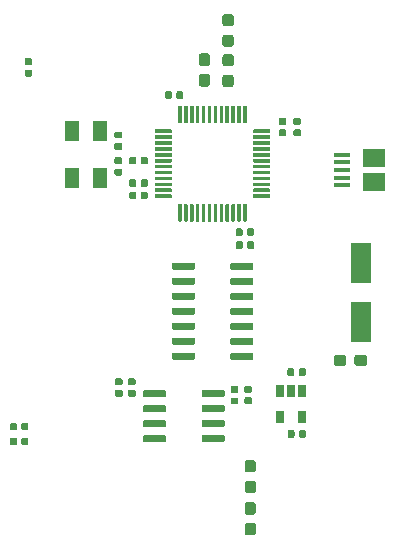
<source format=gbr>
G04 #@! TF.GenerationSoftware,KiCad,Pcbnew,5.1.4+dfsg1-1*
G04 #@! TF.CreationDate,2020-06-04T10:37:17+02:00*
G04 #@! TF.ProjectId,Telemetry,54656c65-6d65-4747-9279-2e6b69636164,rev?*
G04 #@! TF.SameCoordinates,Original*
G04 #@! TF.FileFunction,Paste,Top*
G04 #@! TF.FilePolarity,Positive*
%FSLAX46Y46*%
G04 Gerber Fmt 4.6, Leading zero omitted, Abs format (unit mm)*
G04 Created by KiCad (PCBNEW 5.1.4+dfsg1-1) date 2020-06-04 10:37:17*
%MOMM*%
%LPD*%
G04 APERTURE LIST*
%ADD10C,0.100000*%
%ADD11C,0.590000*%
%ADD12R,1.200000X1.800000*%
%ADD13C,0.300000*%
%ADD14C,0.600000*%
%ADD15R,1.900000X1.500000*%
%ADD16R,1.350000X0.400000*%
%ADD17C,0.950000*%
%ADD18R,1.800000X3.500000*%
%ADD19R,0.650000X1.060000*%
G04 APERTURE END LIST*
D10*
G36*
X227086958Y-133705710D02*
G01*
X227101276Y-133707834D01*
X227115317Y-133711351D01*
X227128946Y-133716228D01*
X227142031Y-133722417D01*
X227154447Y-133729858D01*
X227166073Y-133738481D01*
X227176798Y-133748202D01*
X227186519Y-133758927D01*
X227195142Y-133770553D01*
X227202583Y-133782969D01*
X227208772Y-133796054D01*
X227213649Y-133809683D01*
X227217166Y-133823724D01*
X227219290Y-133838042D01*
X227220000Y-133852500D01*
X227220000Y-134147500D01*
X227219290Y-134161958D01*
X227217166Y-134176276D01*
X227213649Y-134190317D01*
X227208772Y-134203946D01*
X227202583Y-134217031D01*
X227195142Y-134229447D01*
X227186519Y-134241073D01*
X227176798Y-134251798D01*
X227166073Y-134261519D01*
X227154447Y-134270142D01*
X227142031Y-134277583D01*
X227128946Y-134283772D01*
X227115317Y-134288649D01*
X227101276Y-134292166D01*
X227086958Y-134294290D01*
X227072500Y-134295000D01*
X226727500Y-134295000D01*
X226713042Y-134294290D01*
X226698724Y-134292166D01*
X226684683Y-134288649D01*
X226671054Y-134283772D01*
X226657969Y-134277583D01*
X226645553Y-134270142D01*
X226633927Y-134261519D01*
X226623202Y-134251798D01*
X226613481Y-134241073D01*
X226604858Y-134229447D01*
X226597417Y-134217031D01*
X226591228Y-134203946D01*
X226586351Y-134190317D01*
X226582834Y-134176276D01*
X226580710Y-134161958D01*
X226580000Y-134147500D01*
X226580000Y-133852500D01*
X226580710Y-133838042D01*
X226582834Y-133823724D01*
X226586351Y-133809683D01*
X226591228Y-133796054D01*
X226597417Y-133782969D01*
X226604858Y-133770553D01*
X226613481Y-133758927D01*
X226623202Y-133748202D01*
X226633927Y-133738481D01*
X226645553Y-133729858D01*
X226657969Y-133722417D01*
X226671054Y-133716228D01*
X226684683Y-133711351D01*
X226698724Y-133707834D01*
X226713042Y-133705710D01*
X226727500Y-133705000D01*
X227072500Y-133705000D01*
X227086958Y-133705710D01*
X227086958Y-133705710D01*
G37*
D11*
X226900000Y-134000000D03*
D10*
G36*
X227086958Y-132735710D02*
G01*
X227101276Y-132737834D01*
X227115317Y-132741351D01*
X227128946Y-132746228D01*
X227142031Y-132752417D01*
X227154447Y-132759858D01*
X227166073Y-132768481D01*
X227176798Y-132778202D01*
X227186519Y-132788927D01*
X227195142Y-132800553D01*
X227202583Y-132812969D01*
X227208772Y-132826054D01*
X227213649Y-132839683D01*
X227217166Y-132853724D01*
X227219290Y-132868042D01*
X227220000Y-132882500D01*
X227220000Y-133177500D01*
X227219290Y-133191958D01*
X227217166Y-133206276D01*
X227213649Y-133220317D01*
X227208772Y-133233946D01*
X227202583Y-133247031D01*
X227195142Y-133259447D01*
X227186519Y-133271073D01*
X227176798Y-133281798D01*
X227166073Y-133291519D01*
X227154447Y-133300142D01*
X227142031Y-133307583D01*
X227128946Y-133313772D01*
X227115317Y-133318649D01*
X227101276Y-133322166D01*
X227086958Y-133324290D01*
X227072500Y-133325000D01*
X226727500Y-133325000D01*
X226713042Y-133324290D01*
X226698724Y-133322166D01*
X226684683Y-133318649D01*
X226671054Y-133313772D01*
X226657969Y-133307583D01*
X226645553Y-133300142D01*
X226633927Y-133291519D01*
X226623202Y-133281798D01*
X226613481Y-133271073D01*
X226604858Y-133259447D01*
X226597417Y-133247031D01*
X226591228Y-133233946D01*
X226586351Y-133220317D01*
X226582834Y-133206276D01*
X226580710Y-133191958D01*
X226580000Y-133177500D01*
X226580000Y-132882500D01*
X226580710Y-132868042D01*
X226582834Y-132853724D01*
X226586351Y-132839683D01*
X226591228Y-132826054D01*
X226597417Y-132812969D01*
X226604858Y-132800553D01*
X226613481Y-132788927D01*
X226623202Y-132778202D01*
X226633927Y-132768481D01*
X226645553Y-132759858D01*
X226657969Y-132752417D01*
X226671054Y-132746228D01*
X226684683Y-132741351D01*
X226698724Y-132737834D01*
X226713042Y-132735710D01*
X226727500Y-132735000D01*
X227072500Y-132735000D01*
X227086958Y-132735710D01*
X227086958Y-132735710D01*
G37*
D11*
X226900000Y-133030000D03*
D10*
G36*
X228186958Y-133705710D02*
G01*
X228201276Y-133707834D01*
X228215317Y-133711351D01*
X228228946Y-133716228D01*
X228242031Y-133722417D01*
X228254447Y-133729858D01*
X228266073Y-133738481D01*
X228276798Y-133748202D01*
X228286519Y-133758927D01*
X228295142Y-133770553D01*
X228302583Y-133782969D01*
X228308772Y-133796054D01*
X228313649Y-133809683D01*
X228317166Y-133823724D01*
X228319290Y-133838042D01*
X228320000Y-133852500D01*
X228320000Y-134147500D01*
X228319290Y-134161958D01*
X228317166Y-134176276D01*
X228313649Y-134190317D01*
X228308772Y-134203946D01*
X228302583Y-134217031D01*
X228295142Y-134229447D01*
X228286519Y-134241073D01*
X228276798Y-134251798D01*
X228266073Y-134261519D01*
X228254447Y-134270142D01*
X228242031Y-134277583D01*
X228228946Y-134283772D01*
X228215317Y-134288649D01*
X228201276Y-134292166D01*
X228186958Y-134294290D01*
X228172500Y-134295000D01*
X227827500Y-134295000D01*
X227813042Y-134294290D01*
X227798724Y-134292166D01*
X227784683Y-134288649D01*
X227771054Y-134283772D01*
X227757969Y-134277583D01*
X227745553Y-134270142D01*
X227733927Y-134261519D01*
X227723202Y-134251798D01*
X227713481Y-134241073D01*
X227704858Y-134229447D01*
X227697417Y-134217031D01*
X227691228Y-134203946D01*
X227686351Y-134190317D01*
X227682834Y-134176276D01*
X227680710Y-134161958D01*
X227680000Y-134147500D01*
X227680000Y-133852500D01*
X227680710Y-133838042D01*
X227682834Y-133823724D01*
X227686351Y-133809683D01*
X227691228Y-133796054D01*
X227697417Y-133782969D01*
X227704858Y-133770553D01*
X227713481Y-133758927D01*
X227723202Y-133748202D01*
X227733927Y-133738481D01*
X227745553Y-133729858D01*
X227757969Y-133722417D01*
X227771054Y-133716228D01*
X227784683Y-133711351D01*
X227798724Y-133707834D01*
X227813042Y-133705710D01*
X227827500Y-133705000D01*
X228172500Y-133705000D01*
X228186958Y-133705710D01*
X228186958Y-133705710D01*
G37*
D11*
X228000000Y-134000000D03*
D10*
G36*
X228186958Y-132735710D02*
G01*
X228201276Y-132737834D01*
X228215317Y-132741351D01*
X228228946Y-132746228D01*
X228242031Y-132752417D01*
X228254447Y-132759858D01*
X228266073Y-132768481D01*
X228276798Y-132778202D01*
X228286519Y-132788927D01*
X228295142Y-132800553D01*
X228302583Y-132812969D01*
X228308772Y-132826054D01*
X228313649Y-132839683D01*
X228317166Y-132853724D01*
X228319290Y-132868042D01*
X228320000Y-132882500D01*
X228320000Y-133177500D01*
X228319290Y-133191958D01*
X228317166Y-133206276D01*
X228313649Y-133220317D01*
X228308772Y-133233946D01*
X228302583Y-133247031D01*
X228295142Y-133259447D01*
X228286519Y-133271073D01*
X228276798Y-133281798D01*
X228266073Y-133291519D01*
X228254447Y-133300142D01*
X228242031Y-133307583D01*
X228228946Y-133313772D01*
X228215317Y-133318649D01*
X228201276Y-133322166D01*
X228186958Y-133324290D01*
X228172500Y-133325000D01*
X227827500Y-133325000D01*
X227813042Y-133324290D01*
X227798724Y-133322166D01*
X227784683Y-133318649D01*
X227771054Y-133313772D01*
X227757969Y-133307583D01*
X227745553Y-133300142D01*
X227733927Y-133291519D01*
X227723202Y-133281798D01*
X227713481Y-133271073D01*
X227704858Y-133259447D01*
X227697417Y-133247031D01*
X227691228Y-133233946D01*
X227686351Y-133220317D01*
X227682834Y-133206276D01*
X227680710Y-133191958D01*
X227680000Y-133177500D01*
X227680000Y-132882500D01*
X227680710Y-132868042D01*
X227682834Y-132853724D01*
X227686351Y-132839683D01*
X227691228Y-132826054D01*
X227697417Y-132812969D01*
X227704858Y-132800553D01*
X227713481Y-132788927D01*
X227723202Y-132778202D01*
X227733927Y-132768481D01*
X227745553Y-132759858D01*
X227757969Y-132752417D01*
X227771054Y-132746228D01*
X227784683Y-132741351D01*
X227798724Y-132737834D01*
X227813042Y-132735710D01*
X227827500Y-132735000D01*
X228172500Y-132735000D01*
X228186958Y-132735710D01*
X228186958Y-132735710D01*
G37*
D11*
X228000000Y-133030000D03*
D10*
G36*
X236886958Y-134355710D02*
G01*
X236901276Y-134357834D01*
X236915317Y-134361351D01*
X236928946Y-134366228D01*
X236942031Y-134372417D01*
X236954447Y-134379858D01*
X236966073Y-134388481D01*
X236976798Y-134398202D01*
X236986519Y-134408927D01*
X236995142Y-134420553D01*
X237002583Y-134432969D01*
X237008772Y-134446054D01*
X237013649Y-134459683D01*
X237017166Y-134473724D01*
X237019290Y-134488042D01*
X237020000Y-134502500D01*
X237020000Y-134797500D01*
X237019290Y-134811958D01*
X237017166Y-134826276D01*
X237013649Y-134840317D01*
X237008772Y-134853946D01*
X237002583Y-134867031D01*
X236995142Y-134879447D01*
X236986519Y-134891073D01*
X236976798Y-134901798D01*
X236966073Y-134911519D01*
X236954447Y-134920142D01*
X236942031Y-134927583D01*
X236928946Y-134933772D01*
X236915317Y-134938649D01*
X236901276Y-134942166D01*
X236886958Y-134944290D01*
X236872500Y-134945000D01*
X236527500Y-134945000D01*
X236513042Y-134944290D01*
X236498724Y-134942166D01*
X236484683Y-134938649D01*
X236471054Y-134933772D01*
X236457969Y-134927583D01*
X236445553Y-134920142D01*
X236433927Y-134911519D01*
X236423202Y-134901798D01*
X236413481Y-134891073D01*
X236404858Y-134879447D01*
X236397417Y-134867031D01*
X236391228Y-134853946D01*
X236386351Y-134840317D01*
X236382834Y-134826276D01*
X236380710Y-134811958D01*
X236380000Y-134797500D01*
X236380000Y-134502500D01*
X236380710Y-134488042D01*
X236382834Y-134473724D01*
X236386351Y-134459683D01*
X236391228Y-134446054D01*
X236397417Y-134432969D01*
X236404858Y-134420553D01*
X236413481Y-134408927D01*
X236423202Y-134398202D01*
X236433927Y-134388481D01*
X236445553Y-134379858D01*
X236457969Y-134372417D01*
X236471054Y-134366228D01*
X236484683Y-134361351D01*
X236498724Y-134357834D01*
X236513042Y-134355710D01*
X236527500Y-134355000D01*
X236872500Y-134355000D01*
X236886958Y-134355710D01*
X236886958Y-134355710D01*
G37*
D11*
X236700000Y-134650000D03*
D10*
G36*
X236886958Y-133385710D02*
G01*
X236901276Y-133387834D01*
X236915317Y-133391351D01*
X236928946Y-133396228D01*
X236942031Y-133402417D01*
X236954447Y-133409858D01*
X236966073Y-133418481D01*
X236976798Y-133428202D01*
X236986519Y-133438927D01*
X236995142Y-133450553D01*
X237002583Y-133462969D01*
X237008772Y-133476054D01*
X237013649Y-133489683D01*
X237017166Y-133503724D01*
X237019290Y-133518042D01*
X237020000Y-133532500D01*
X237020000Y-133827500D01*
X237019290Y-133841958D01*
X237017166Y-133856276D01*
X237013649Y-133870317D01*
X237008772Y-133883946D01*
X237002583Y-133897031D01*
X236995142Y-133909447D01*
X236986519Y-133921073D01*
X236976798Y-133931798D01*
X236966073Y-133941519D01*
X236954447Y-133950142D01*
X236942031Y-133957583D01*
X236928946Y-133963772D01*
X236915317Y-133968649D01*
X236901276Y-133972166D01*
X236886958Y-133974290D01*
X236872500Y-133975000D01*
X236527500Y-133975000D01*
X236513042Y-133974290D01*
X236498724Y-133972166D01*
X236484683Y-133968649D01*
X236471054Y-133963772D01*
X236457969Y-133957583D01*
X236445553Y-133950142D01*
X236433927Y-133941519D01*
X236423202Y-133931798D01*
X236413481Y-133921073D01*
X236404858Y-133909447D01*
X236397417Y-133897031D01*
X236391228Y-133883946D01*
X236386351Y-133870317D01*
X236382834Y-133856276D01*
X236380710Y-133841958D01*
X236380000Y-133827500D01*
X236380000Y-133532500D01*
X236380710Y-133518042D01*
X236382834Y-133503724D01*
X236386351Y-133489683D01*
X236391228Y-133476054D01*
X236397417Y-133462969D01*
X236404858Y-133450553D01*
X236413481Y-133438927D01*
X236423202Y-133428202D01*
X236433927Y-133418481D01*
X236445553Y-133409858D01*
X236457969Y-133402417D01*
X236471054Y-133396228D01*
X236484683Y-133391351D01*
X236498724Y-133387834D01*
X236513042Y-133385710D01*
X236527500Y-133385000D01*
X236872500Y-133385000D01*
X236886958Y-133385710D01*
X236886958Y-133385710D01*
G37*
D11*
X236700000Y-133680000D03*
D10*
G36*
X238036958Y-134340710D02*
G01*
X238051276Y-134342834D01*
X238065317Y-134346351D01*
X238078946Y-134351228D01*
X238092031Y-134357417D01*
X238104447Y-134364858D01*
X238116073Y-134373481D01*
X238126798Y-134383202D01*
X238136519Y-134393927D01*
X238145142Y-134405553D01*
X238152583Y-134417969D01*
X238158772Y-134431054D01*
X238163649Y-134444683D01*
X238167166Y-134458724D01*
X238169290Y-134473042D01*
X238170000Y-134487500D01*
X238170000Y-134782500D01*
X238169290Y-134796958D01*
X238167166Y-134811276D01*
X238163649Y-134825317D01*
X238158772Y-134838946D01*
X238152583Y-134852031D01*
X238145142Y-134864447D01*
X238136519Y-134876073D01*
X238126798Y-134886798D01*
X238116073Y-134896519D01*
X238104447Y-134905142D01*
X238092031Y-134912583D01*
X238078946Y-134918772D01*
X238065317Y-134923649D01*
X238051276Y-134927166D01*
X238036958Y-134929290D01*
X238022500Y-134930000D01*
X237677500Y-134930000D01*
X237663042Y-134929290D01*
X237648724Y-134927166D01*
X237634683Y-134923649D01*
X237621054Y-134918772D01*
X237607969Y-134912583D01*
X237595553Y-134905142D01*
X237583927Y-134896519D01*
X237573202Y-134886798D01*
X237563481Y-134876073D01*
X237554858Y-134864447D01*
X237547417Y-134852031D01*
X237541228Y-134838946D01*
X237536351Y-134825317D01*
X237532834Y-134811276D01*
X237530710Y-134796958D01*
X237530000Y-134782500D01*
X237530000Y-134487500D01*
X237530710Y-134473042D01*
X237532834Y-134458724D01*
X237536351Y-134444683D01*
X237541228Y-134431054D01*
X237547417Y-134417969D01*
X237554858Y-134405553D01*
X237563481Y-134393927D01*
X237573202Y-134383202D01*
X237583927Y-134373481D01*
X237595553Y-134364858D01*
X237607969Y-134357417D01*
X237621054Y-134351228D01*
X237634683Y-134346351D01*
X237648724Y-134342834D01*
X237663042Y-134340710D01*
X237677500Y-134340000D01*
X238022500Y-134340000D01*
X238036958Y-134340710D01*
X238036958Y-134340710D01*
G37*
D11*
X237850000Y-134635000D03*
D10*
G36*
X238036958Y-133370710D02*
G01*
X238051276Y-133372834D01*
X238065317Y-133376351D01*
X238078946Y-133381228D01*
X238092031Y-133387417D01*
X238104447Y-133394858D01*
X238116073Y-133403481D01*
X238126798Y-133413202D01*
X238136519Y-133423927D01*
X238145142Y-133435553D01*
X238152583Y-133447969D01*
X238158772Y-133461054D01*
X238163649Y-133474683D01*
X238167166Y-133488724D01*
X238169290Y-133503042D01*
X238170000Y-133517500D01*
X238170000Y-133812500D01*
X238169290Y-133826958D01*
X238167166Y-133841276D01*
X238163649Y-133855317D01*
X238158772Y-133868946D01*
X238152583Y-133882031D01*
X238145142Y-133894447D01*
X238136519Y-133906073D01*
X238126798Y-133916798D01*
X238116073Y-133926519D01*
X238104447Y-133935142D01*
X238092031Y-133942583D01*
X238078946Y-133948772D01*
X238065317Y-133953649D01*
X238051276Y-133957166D01*
X238036958Y-133959290D01*
X238022500Y-133960000D01*
X237677500Y-133960000D01*
X237663042Y-133959290D01*
X237648724Y-133957166D01*
X237634683Y-133953649D01*
X237621054Y-133948772D01*
X237607969Y-133942583D01*
X237595553Y-133935142D01*
X237583927Y-133926519D01*
X237573202Y-133916798D01*
X237563481Y-133906073D01*
X237554858Y-133894447D01*
X237547417Y-133882031D01*
X237541228Y-133868946D01*
X237536351Y-133855317D01*
X237532834Y-133841276D01*
X237530710Y-133826958D01*
X237530000Y-133812500D01*
X237530000Y-133517500D01*
X237530710Y-133503042D01*
X237532834Y-133488724D01*
X237536351Y-133474683D01*
X237541228Y-133461054D01*
X237547417Y-133447969D01*
X237554858Y-133435553D01*
X237563481Y-133423927D01*
X237573202Y-133413202D01*
X237583927Y-133403481D01*
X237595553Y-133394858D01*
X237607969Y-133387417D01*
X237621054Y-133381228D01*
X237634683Y-133376351D01*
X237648724Y-133372834D01*
X237663042Y-133370710D01*
X237677500Y-133370000D01*
X238022500Y-133370000D01*
X238036958Y-133370710D01*
X238036958Y-133370710D01*
G37*
D11*
X237850000Y-133665000D03*
D10*
G36*
X219111958Y-136505710D02*
G01*
X219126276Y-136507834D01*
X219140317Y-136511351D01*
X219153946Y-136516228D01*
X219167031Y-136522417D01*
X219179447Y-136529858D01*
X219191073Y-136538481D01*
X219201798Y-136548202D01*
X219211519Y-136558927D01*
X219220142Y-136570553D01*
X219227583Y-136582969D01*
X219233772Y-136596054D01*
X219238649Y-136609683D01*
X219242166Y-136623724D01*
X219244290Y-136638042D01*
X219245000Y-136652500D01*
X219245000Y-136997500D01*
X219244290Y-137011958D01*
X219242166Y-137026276D01*
X219238649Y-137040317D01*
X219233772Y-137053946D01*
X219227583Y-137067031D01*
X219220142Y-137079447D01*
X219211519Y-137091073D01*
X219201798Y-137101798D01*
X219191073Y-137111519D01*
X219179447Y-137120142D01*
X219167031Y-137127583D01*
X219153946Y-137133772D01*
X219140317Y-137138649D01*
X219126276Y-137142166D01*
X219111958Y-137144290D01*
X219097500Y-137145000D01*
X218802500Y-137145000D01*
X218788042Y-137144290D01*
X218773724Y-137142166D01*
X218759683Y-137138649D01*
X218746054Y-137133772D01*
X218732969Y-137127583D01*
X218720553Y-137120142D01*
X218708927Y-137111519D01*
X218698202Y-137101798D01*
X218688481Y-137091073D01*
X218679858Y-137079447D01*
X218672417Y-137067031D01*
X218666228Y-137053946D01*
X218661351Y-137040317D01*
X218657834Y-137026276D01*
X218655710Y-137011958D01*
X218655000Y-136997500D01*
X218655000Y-136652500D01*
X218655710Y-136638042D01*
X218657834Y-136623724D01*
X218661351Y-136609683D01*
X218666228Y-136596054D01*
X218672417Y-136582969D01*
X218679858Y-136570553D01*
X218688481Y-136558927D01*
X218698202Y-136548202D01*
X218708927Y-136538481D01*
X218720553Y-136529858D01*
X218732969Y-136522417D01*
X218746054Y-136516228D01*
X218759683Y-136511351D01*
X218773724Y-136507834D01*
X218788042Y-136505710D01*
X218802500Y-136505000D01*
X219097500Y-136505000D01*
X219111958Y-136505710D01*
X219111958Y-136505710D01*
G37*
D11*
X218950000Y-136825000D03*
D10*
G36*
X218141958Y-136505710D02*
G01*
X218156276Y-136507834D01*
X218170317Y-136511351D01*
X218183946Y-136516228D01*
X218197031Y-136522417D01*
X218209447Y-136529858D01*
X218221073Y-136538481D01*
X218231798Y-136548202D01*
X218241519Y-136558927D01*
X218250142Y-136570553D01*
X218257583Y-136582969D01*
X218263772Y-136596054D01*
X218268649Y-136609683D01*
X218272166Y-136623724D01*
X218274290Y-136638042D01*
X218275000Y-136652500D01*
X218275000Y-136997500D01*
X218274290Y-137011958D01*
X218272166Y-137026276D01*
X218268649Y-137040317D01*
X218263772Y-137053946D01*
X218257583Y-137067031D01*
X218250142Y-137079447D01*
X218241519Y-137091073D01*
X218231798Y-137101798D01*
X218221073Y-137111519D01*
X218209447Y-137120142D01*
X218197031Y-137127583D01*
X218183946Y-137133772D01*
X218170317Y-137138649D01*
X218156276Y-137142166D01*
X218141958Y-137144290D01*
X218127500Y-137145000D01*
X217832500Y-137145000D01*
X217818042Y-137144290D01*
X217803724Y-137142166D01*
X217789683Y-137138649D01*
X217776054Y-137133772D01*
X217762969Y-137127583D01*
X217750553Y-137120142D01*
X217738927Y-137111519D01*
X217728202Y-137101798D01*
X217718481Y-137091073D01*
X217709858Y-137079447D01*
X217702417Y-137067031D01*
X217696228Y-137053946D01*
X217691351Y-137040317D01*
X217687834Y-137026276D01*
X217685710Y-137011958D01*
X217685000Y-136997500D01*
X217685000Y-136652500D01*
X217685710Y-136638042D01*
X217687834Y-136623724D01*
X217691351Y-136609683D01*
X217696228Y-136596054D01*
X217702417Y-136582969D01*
X217709858Y-136570553D01*
X217718481Y-136558927D01*
X217728202Y-136548202D01*
X217738927Y-136538481D01*
X217750553Y-136529858D01*
X217762969Y-136522417D01*
X217776054Y-136516228D01*
X217789683Y-136511351D01*
X217803724Y-136507834D01*
X217818042Y-136505710D01*
X217832500Y-136505000D01*
X218127500Y-136505000D01*
X218141958Y-136505710D01*
X218141958Y-136505710D01*
G37*
D11*
X217980000Y-136825000D03*
D10*
G36*
X219111958Y-137755710D02*
G01*
X219126276Y-137757834D01*
X219140317Y-137761351D01*
X219153946Y-137766228D01*
X219167031Y-137772417D01*
X219179447Y-137779858D01*
X219191073Y-137788481D01*
X219201798Y-137798202D01*
X219211519Y-137808927D01*
X219220142Y-137820553D01*
X219227583Y-137832969D01*
X219233772Y-137846054D01*
X219238649Y-137859683D01*
X219242166Y-137873724D01*
X219244290Y-137888042D01*
X219245000Y-137902500D01*
X219245000Y-138247500D01*
X219244290Y-138261958D01*
X219242166Y-138276276D01*
X219238649Y-138290317D01*
X219233772Y-138303946D01*
X219227583Y-138317031D01*
X219220142Y-138329447D01*
X219211519Y-138341073D01*
X219201798Y-138351798D01*
X219191073Y-138361519D01*
X219179447Y-138370142D01*
X219167031Y-138377583D01*
X219153946Y-138383772D01*
X219140317Y-138388649D01*
X219126276Y-138392166D01*
X219111958Y-138394290D01*
X219097500Y-138395000D01*
X218802500Y-138395000D01*
X218788042Y-138394290D01*
X218773724Y-138392166D01*
X218759683Y-138388649D01*
X218746054Y-138383772D01*
X218732969Y-138377583D01*
X218720553Y-138370142D01*
X218708927Y-138361519D01*
X218698202Y-138351798D01*
X218688481Y-138341073D01*
X218679858Y-138329447D01*
X218672417Y-138317031D01*
X218666228Y-138303946D01*
X218661351Y-138290317D01*
X218657834Y-138276276D01*
X218655710Y-138261958D01*
X218655000Y-138247500D01*
X218655000Y-137902500D01*
X218655710Y-137888042D01*
X218657834Y-137873724D01*
X218661351Y-137859683D01*
X218666228Y-137846054D01*
X218672417Y-137832969D01*
X218679858Y-137820553D01*
X218688481Y-137808927D01*
X218698202Y-137798202D01*
X218708927Y-137788481D01*
X218720553Y-137779858D01*
X218732969Y-137772417D01*
X218746054Y-137766228D01*
X218759683Y-137761351D01*
X218773724Y-137757834D01*
X218788042Y-137755710D01*
X218802500Y-137755000D01*
X219097500Y-137755000D01*
X219111958Y-137755710D01*
X219111958Y-137755710D01*
G37*
D11*
X218950000Y-138075000D03*
D10*
G36*
X218141958Y-137755710D02*
G01*
X218156276Y-137757834D01*
X218170317Y-137761351D01*
X218183946Y-137766228D01*
X218197031Y-137772417D01*
X218209447Y-137779858D01*
X218221073Y-137788481D01*
X218231798Y-137798202D01*
X218241519Y-137808927D01*
X218250142Y-137820553D01*
X218257583Y-137832969D01*
X218263772Y-137846054D01*
X218268649Y-137859683D01*
X218272166Y-137873724D01*
X218274290Y-137888042D01*
X218275000Y-137902500D01*
X218275000Y-138247500D01*
X218274290Y-138261958D01*
X218272166Y-138276276D01*
X218268649Y-138290317D01*
X218263772Y-138303946D01*
X218257583Y-138317031D01*
X218250142Y-138329447D01*
X218241519Y-138341073D01*
X218231798Y-138351798D01*
X218221073Y-138361519D01*
X218209447Y-138370142D01*
X218197031Y-138377583D01*
X218183946Y-138383772D01*
X218170317Y-138388649D01*
X218156276Y-138392166D01*
X218141958Y-138394290D01*
X218127500Y-138395000D01*
X217832500Y-138395000D01*
X217818042Y-138394290D01*
X217803724Y-138392166D01*
X217789683Y-138388649D01*
X217776054Y-138383772D01*
X217762969Y-138377583D01*
X217750553Y-138370142D01*
X217738927Y-138361519D01*
X217728202Y-138351798D01*
X217718481Y-138341073D01*
X217709858Y-138329447D01*
X217702417Y-138317031D01*
X217696228Y-138303946D01*
X217691351Y-138290317D01*
X217687834Y-138276276D01*
X217685710Y-138261958D01*
X217685000Y-138247500D01*
X217685000Y-137902500D01*
X217685710Y-137888042D01*
X217687834Y-137873724D01*
X217691351Y-137859683D01*
X217696228Y-137846054D01*
X217702417Y-137832969D01*
X217709858Y-137820553D01*
X217718481Y-137808927D01*
X217728202Y-137798202D01*
X217738927Y-137788481D01*
X217750553Y-137779858D01*
X217762969Y-137772417D01*
X217776054Y-137766228D01*
X217789683Y-137761351D01*
X217803724Y-137757834D01*
X217818042Y-137755710D01*
X217832500Y-137755000D01*
X218127500Y-137755000D01*
X218141958Y-137755710D01*
X218141958Y-137755710D01*
G37*
D11*
X217980000Y-138075000D03*
D12*
X222900000Y-111750000D03*
X222900000Y-115750000D03*
X225300000Y-115750000D03*
X225300000Y-111750000D03*
D10*
G36*
X232160351Y-109659861D02*
G01*
X232167632Y-109660941D01*
X232174771Y-109662729D01*
X232181701Y-109665209D01*
X232188355Y-109668356D01*
X232194668Y-109672140D01*
X232200579Y-109676524D01*
X232206033Y-109681467D01*
X232210976Y-109686921D01*
X232215360Y-109692832D01*
X232219144Y-109699145D01*
X232222291Y-109705799D01*
X232224771Y-109712729D01*
X232226559Y-109719868D01*
X232227639Y-109727149D01*
X232228000Y-109734500D01*
X232228000Y-111059500D01*
X232227639Y-111066851D01*
X232226559Y-111074132D01*
X232224771Y-111081271D01*
X232222291Y-111088201D01*
X232219144Y-111094855D01*
X232215360Y-111101168D01*
X232210976Y-111107079D01*
X232206033Y-111112533D01*
X232200579Y-111117476D01*
X232194668Y-111121860D01*
X232188355Y-111125644D01*
X232181701Y-111128791D01*
X232174771Y-111131271D01*
X232167632Y-111133059D01*
X232160351Y-111134139D01*
X232153000Y-111134500D01*
X232003000Y-111134500D01*
X231995649Y-111134139D01*
X231988368Y-111133059D01*
X231981229Y-111131271D01*
X231974299Y-111128791D01*
X231967645Y-111125644D01*
X231961332Y-111121860D01*
X231955421Y-111117476D01*
X231949967Y-111112533D01*
X231945024Y-111107079D01*
X231940640Y-111101168D01*
X231936856Y-111094855D01*
X231933709Y-111088201D01*
X231931229Y-111081271D01*
X231929441Y-111074132D01*
X231928361Y-111066851D01*
X231928000Y-111059500D01*
X231928000Y-109734500D01*
X231928361Y-109727149D01*
X231929441Y-109719868D01*
X231931229Y-109712729D01*
X231933709Y-109705799D01*
X231936856Y-109699145D01*
X231940640Y-109692832D01*
X231945024Y-109686921D01*
X231949967Y-109681467D01*
X231955421Y-109676524D01*
X231961332Y-109672140D01*
X231967645Y-109668356D01*
X231974299Y-109665209D01*
X231981229Y-109662729D01*
X231988368Y-109660941D01*
X231995649Y-109659861D01*
X232003000Y-109659500D01*
X232153000Y-109659500D01*
X232160351Y-109659861D01*
X232160351Y-109659861D01*
G37*
D13*
X232078000Y-110397000D03*
D10*
G36*
X232660351Y-109659861D02*
G01*
X232667632Y-109660941D01*
X232674771Y-109662729D01*
X232681701Y-109665209D01*
X232688355Y-109668356D01*
X232694668Y-109672140D01*
X232700579Y-109676524D01*
X232706033Y-109681467D01*
X232710976Y-109686921D01*
X232715360Y-109692832D01*
X232719144Y-109699145D01*
X232722291Y-109705799D01*
X232724771Y-109712729D01*
X232726559Y-109719868D01*
X232727639Y-109727149D01*
X232728000Y-109734500D01*
X232728000Y-111059500D01*
X232727639Y-111066851D01*
X232726559Y-111074132D01*
X232724771Y-111081271D01*
X232722291Y-111088201D01*
X232719144Y-111094855D01*
X232715360Y-111101168D01*
X232710976Y-111107079D01*
X232706033Y-111112533D01*
X232700579Y-111117476D01*
X232694668Y-111121860D01*
X232688355Y-111125644D01*
X232681701Y-111128791D01*
X232674771Y-111131271D01*
X232667632Y-111133059D01*
X232660351Y-111134139D01*
X232653000Y-111134500D01*
X232503000Y-111134500D01*
X232495649Y-111134139D01*
X232488368Y-111133059D01*
X232481229Y-111131271D01*
X232474299Y-111128791D01*
X232467645Y-111125644D01*
X232461332Y-111121860D01*
X232455421Y-111117476D01*
X232449967Y-111112533D01*
X232445024Y-111107079D01*
X232440640Y-111101168D01*
X232436856Y-111094855D01*
X232433709Y-111088201D01*
X232431229Y-111081271D01*
X232429441Y-111074132D01*
X232428361Y-111066851D01*
X232428000Y-111059500D01*
X232428000Y-109734500D01*
X232428361Y-109727149D01*
X232429441Y-109719868D01*
X232431229Y-109712729D01*
X232433709Y-109705799D01*
X232436856Y-109699145D01*
X232440640Y-109692832D01*
X232445024Y-109686921D01*
X232449967Y-109681467D01*
X232455421Y-109676524D01*
X232461332Y-109672140D01*
X232467645Y-109668356D01*
X232474299Y-109665209D01*
X232481229Y-109662729D01*
X232488368Y-109660941D01*
X232495649Y-109659861D01*
X232503000Y-109659500D01*
X232653000Y-109659500D01*
X232660351Y-109659861D01*
X232660351Y-109659861D01*
G37*
D13*
X232578000Y-110397000D03*
D10*
G36*
X233160351Y-109659861D02*
G01*
X233167632Y-109660941D01*
X233174771Y-109662729D01*
X233181701Y-109665209D01*
X233188355Y-109668356D01*
X233194668Y-109672140D01*
X233200579Y-109676524D01*
X233206033Y-109681467D01*
X233210976Y-109686921D01*
X233215360Y-109692832D01*
X233219144Y-109699145D01*
X233222291Y-109705799D01*
X233224771Y-109712729D01*
X233226559Y-109719868D01*
X233227639Y-109727149D01*
X233228000Y-109734500D01*
X233228000Y-111059500D01*
X233227639Y-111066851D01*
X233226559Y-111074132D01*
X233224771Y-111081271D01*
X233222291Y-111088201D01*
X233219144Y-111094855D01*
X233215360Y-111101168D01*
X233210976Y-111107079D01*
X233206033Y-111112533D01*
X233200579Y-111117476D01*
X233194668Y-111121860D01*
X233188355Y-111125644D01*
X233181701Y-111128791D01*
X233174771Y-111131271D01*
X233167632Y-111133059D01*
X233160351Y-111134139D01*
X233153000Y-111134500D01*
X233003000Y-111134500D01*
X232995649Y-111134139D01*
X232988368Y-111133059D01*
X232981229Y-111131271D01*
X232974299Y-111128791D01*
X232967645Y-111125644D01*
X232961332Y-111121860D01*
X232955421Y-111117476D01*
X232949967Y-111112533D01*
X232945024Y-111107079D01*
X232940640Y-111101168D01*
X232936856Y-111094855D01*
X232933709Y-111088201D01*
X232931229Y-111081271D01*
X232929441Y-111074132D01*
X232928361Y-111066851D01*
X232928000Y-111059500D01*
X232928000Y-109734500D01*
X232928361Y-109727149D01*
X232929441Y-109719868D01*
X232931229Y-109712729D01*
X232933709Y-109705799D01*
X232936856Y-109699145D01*
X232940640Y-109692832D01*
X232945024Y-109686921D01*
X232949967Y-109681467D01*
X232955421Y-109676524D01*
X232961332Y-109672140D01*
X232967645Y-109668356D01*
X232974299Y-109665209D01*
X232981229Y-109662729D01*
X232988368Y-109660941D01*
X232995649Y-109659861D01*
X233003000Y-109659500D01*
X233153000Y-109659500D01*
X233160351Y-109659861D01*
X233160351Y-109659861D01*
G37*
D13*
X233078000Y-110397000D03*
D10*
G36*
X233660351Y-109659861D02*
G01*
X233667632Y-109660941D01*
X233674771Y-109662729D01*
X233681701Y-109665209D01*
X233688355Y-109668356D01*
X233694668Y-109672140D01*
X233700579Y-109676524D01*
X233706033Y-109681467D01*
X233710976Y-109686921D01*
X233715360Y-109692832D01*
X233719144Y-109699145D01*
X233722291Y-109705799D01*
X233724771Y-109712729D01*
X233726559Y-109719868D01*
X233727639Y-109727149D01*
X233728000Y-109734500D01*
X233728000Y-111059500D01*
X233727639Y-111066851D01*
X233726559Y-111074132D01*
X233724771Y-111081271D01*
X233722291Y-111088201D01*
X233719144Y-111094855D01*
X233715360Y-111101168D01*
X233710976Y-111107079D01*
X233706033Y-111112533D01*
X233700579Y-111117476D01*
X233694668Y-111121860D01*
X233688355Y-111125644D01*
X233681701Y-111128791D01*
X233674771Y-111131271D01*
X233667632Y-111133059D01*
X233660351Y-111134139D01*
X233653000Y-111134500D01*
X233503000Y-111134500D01*
X233495649Y-111134139D01*
X233488368Y-111133059D01*
X233481229Y-111131271D01*
X233474299Y-111128791D01*
X233467645Y-111125644D01*
X233461332Y-111121860D01*
X233455421Y-111117476D01*
X233449967Y-111112533D01*
X233445024Y-111107079D01*
X233440640Y-111101168D01*
X233436856Y-111094855D01*
X233433709Y-111088201D01*
X233431229Y-111081271D01*
X233429441Y-111074132D01*
X233428361Y-111066851D01*
X233428000Y-111059500D01*
X233428000Y-109734500D01*
X233428361Y-109727149D01*
X233429441Y-109719868D01*
X233431229Y-109712729D01*
X233433709Y-109705799D01*
X233436856Y-109699145D01*
X233440640Y-109692832D01*
X233445024Y-109686921D01*
X233449967Y-109681467D01*
X233455421Y-109676524D01*
X233461332Y-109672140D01*
X233467645Y-109668356D01*
X233474299Y-109665209D01*
X233481229Y-109662729D01*
X233488368Y-109660941D01*
X233495649Y-109659861D01*
X233503000Y-109659500D01*
X233653000Y-109659500D01*
X233660351Y-109659861D01*
X233660351Y-109659861D01*
G37*
D13*
X233578000Y-110397000D03*
D10*
G36*
X234160351Y-109659861D02*
G01*
X234167632Y-109660941D01*
X234174771Y-109662729D01*
X234181701Y-109665209D01*
X234188355Y-109668356D01*
X234194668Y-109672140D01*
X234200579Y-109676524D01*
X234206033Y-109681467D01*
X234210976Y-109686921D01*
X234215360Y-109692832D01*
X234219144Y-109699145D01*
X234222291Y-109705799D01*
X234224771Y-109712729D01*
X234226559Y-109719868D01*
X234227639Y-109727149D01*
X234228000Y-109734500D01*
X234228000Y-111059500D01*
X234227639Y-111066851D01*
X234226559Y-111074132D01*
X234224771Y-111081271D01*
X234222291Y-111088201D01*
X234219144Y-111094855D01*
X234215360Y-111101168D01*
X234210976Y-111107079D01*
X234206033Y-111112533D01*
X234200579Y-111117476D01*
X234194668Y-111121860D01*
X234188355Y-111125644D01*
X234181701Y-111128791D01*
X234174771Y-111131271D01*
X234167632Y-111133059D01*
X234160351Y-111134139D01*
X234153000Y-111134500D01*
X234003000Y-111134500D01*
X233995649Y-111134139D01*
X233988368Y-111133059D01*
X233981229Y-111131271D01*
X233974299Y-111128791D01*
X233967645Y-111125644D01*
X233961332Y-111121860D01*
X233955421Y-111117476D01*
X233949967Y-111112533D01*
X233945024Y-111107079D01*
X233940640Y-111101168D01*
X233936856Y-111094855D01*
X233933709Y-111088201D01*
X233931229Y-111081271D01*
X233929441Y-111074132D01*
X233928361Y-111066851D01*
X233928000Y-111059500D01*
X233928000Y-109734500D01*
X233928361Y-109727149D01*
X233929441Y-109719868D01*
X233931229Y-109712729D01*
X233933709Y-109705799D01*
X233936856Y-109699145D01*
X233940640Y-109692832D01*
X233945024Y-109686921D01*
X233949967Y-109681467D01*
X233955421Y-109676524D01*
X233961332Y-109672140D01*
X233967645Y-109668356D01*
X233974299Y-109665209D01*
X233981229Y-109662729D01*
X233988368Y-109660941D01*
X233995649Y-109659861D01*
X234003000Y-109659500D01*
X234153000Y-109659500D01*
X234160351Y-109659861D01*
X234160351Y-109659861D01*
G37*
D13*
X234078000Y-110397000D03*
D10*
G36*
X234660351Y-109659861D02*
G01*
X234667632Y-109660941D01*
X234674771Y-109662729D01*
X234681701Y-109665209D01*
X234688355Y-109668356D01*
X234694668Y-109672140D01*
X234700579Y-109676524D01*
X234706033Y-109681467D01*
X234710976Y-109686921D01*
X234715360Y-109692832D01*
X234719144Y-109699145D01*
X234722291Y-109705799D01*
X234724771Y-109712729D01*
X234726559Y-109719868D01*
X234727639Y-109727149D01*
X234728000Y-109734500D01*
X234728000Y-111059500D01*
X234727639Y-111066851D01*
X234726559Y-111074132D01*
X234724771Y-111081271D01*
X234722291Y-111088201D01*
X234719144Y-111094855D01*
X234715360Y-111101168D01*
X234710976Y-111107079D01*
X234706033Y-111112533D01*
X234700579Y-111117476D01*
X234694668Y-111121860D01*
X234688355Y-111125644D01*
X234681701Y-111128791D01*
X234674771Y-111131271D01*
X234667632Y-111133059D01*
X234660351Y-111134139D01*
X234653000Y-111134500D01*
X234503000Y-111134500D01*
X234495649Y-111134139D01*
X234488368Y-111133059D01*
X234481229Y-111131271D01*
X234474299Y-111128791D01*
X234467645Y-111125644D01*
X234461332Y-111121860D01*
X234455421Y-111117476D01*
X234449967Y-111112533D01*
X234445024Y-111107079D01*
X234440640Y-111101168D01*
X234436856Y-111094855D01*
X234433709Y-111088201D01*
X234431229Y-111081271D01*
X234429441Y-111074132D01*
X234428361Y-111066851D01*
X234428000Y-111059500D01*
X234428000Y-109734500D01*
X234428361Y-109727149D01*
X234429441Y-109719868D01*
X234431229Y-109712729D01*
X234433709Y-109705799D01*
X234436856Y-109699145D01*
X234440640Y-109692832D01*
X234445024Y-109686921D01*
X234449967Y-109681467D01*
X234455421Y-109676524D01*
X234461332Y-109672140D01*
X234467645Y-109668356D01*
X234474299Y-109665209D01*
X234481229Y-109662729D01*
X234488368Y-109660941D01*
X234495649Y-109659861D01*
X234503000Y-109659500D01*
X234653000Y-109659500D01*
X234660351Y-109659861D01*
X234660351Y-109659861D01*
G37*
D13*
X234578000Y-110397000D03*
D10*
G36*
X235160351Y-109659861D02*
G01*
X235167632Y-109660941D01*
X235174771Y-109662729D01*
X235181701Y-109665209D01*
X235188355Y-109668356D01*
X235194668Y-109672140D01*
X235200579Y-109676524D01*
X235206033Y-109681467D01*
X235210976Y-109686921D01*
X235215360Y-109692832D01*
X235219144Y-109699145D01*
X235222291Y-109705799D01*
X235224771Y-109712729D01*
X235226559Y-109719868D01*
X235227639Y-109727149D01*
X235228000Y-109734500D01*
X235228000Y-111059500D01*
X235227639Y-111066851D01*
X235226559Y-111074132D01*
X235224771Y-111081271D01*
X235222291Y-111088201D01*
X235219144Y-111094855D01*
X235215360Y-111101168D01*
X235210976Y-111107079D01*
X235206033Y-111112533D01*
X235200579Y-111117476D01*
X235194668Y-111121860D01*
X235188355Y-111125644D01*
X235181701Y-111128791D01*
X235174771Y-111131271D01*
X235167632Y-111133059D01*
X235160351Y-111134139D01*
X235153000Y-111134500D01*
X235003000Y-111134500D01*
X234995649Y-111134139D01*
X234988368Y-111133059D01*
X234981229Y-111131271D01*
X234974299Y-111128791D01*
X234967645Y-111125644D01*
X234961332Y-111121860D01*
X234955421Y-111117476D01*
X234949967Y-111112533D01*
X234945024Y-111107079D01*
X234940640Y-111101168D01*
X234936856Y-111094855D01*
X234933709Y-111088201D01*
X234931229Y-111081271D01*
X234929441Y-111074132D01*
X234928361Y-111066851D01*
X234928000Y-111059500D01*
X234928000Y-109734500D01*
X234928361Y-109727149D01*
X234929441Y-109719868D01*
X234931229Y-109712729D01*
X234933709Y-109705799D01*
X234936856Y-109699145D01*
X234940640Y-109692832D01*
X234945024Y-109686921D01*
X234949967Y-109681467D01*
X234955421Y-109676524D01*
X234961332Y-109672140D01*
X234967645Y-109668356D01*
X234974299Y-109665209D01*
X234981229Y-109662729D01*
X234988368Y-109660941D01*
X234995649Y-109659861D01*
X235003000Y-109659500D01*
X235153000Y-109659500D01*
X235160351Y-109659861D01*
X235160351Y-109659861D01*
G37*
D13*
X235078000Y-110397000D03*
D10*
G36*
X235660351Y-109659861D02*
G01*
X235667632Y-109660941D01*
X235674771Y-109662729D01*
X235681701Y-109665209D01*
X235688355Y-109668356D01*
X235694668Y-109672140D01*
X235700579Y-109676524D01*
X235706033Y-109681467D01*
X235710976Y-109686921D01*
X235715360Y-109692832D01*
X235719144Y-109699145D01*
X235722291Y-109705799D01*
X235724771Y-109712729D01*
X235726559Y-109719868D01*
X235727639Y-109727149D01*
X235728000Y-109734500D01*
X235728000Y-111059500D01*
X235727639Y-111066851D01*
X235726559Y-111074132D01*
X235724771Y-111081271D01*
X235722291Y-111088201D01*
X235719144Y-111094855D01*
X235715360Y-111101168D01*
X235710976Y-111107079D01*
X235706033Y-111112533D01*
X235700579Y-111117476D01*
X235694668Y-111121860D01*
X235688355Y-111125644D01*
X235681701Y-111128791D01*
X235674771Y-111131271D01*
X235667632Y-111133059D01*
X235660351Y-111134139D01*
X235653000Y-111134500D01*
X235503000Y-111134500D01*
X235495649Y-111134139D01*
X235488368Y-111133059D01*
X235481229Y-111131271D01*
X235474299Y-111128791D01*
X235467645Y-111125644D01*
X235461332Y-111121860D01*
X235455421Y-111117476D01*
X235449967Y-111112533D01*
X235445024Y-111107079D01*
X235440640Y-111101168D01*
X235436856Y-111094855D01*
X235433709Y-111088201D01*
X235431229Y-111081271D01*
X235429441Y-111074132D01*
X235428361Y-111066851D01*
X235428000Y-111059500D01*
X235428000Y-109734500D01*
X235428361Y-109727149D01*
X235429441Y-109719868D01*
X235431229Y-109712729D01*
X235433709Y-109705799D01*
X235436856Y-109699145D01*
X235440640Y-109692832D01*
X235445024Y-109686921D01*
X235449967Y-109681467D01*
X235455421Y-109676524D01*
X235461332Y-109672140D01*
X235467645Y-109668356D01*
X235474299Y-109665209D01*
X235481229Y-109662729D01*
X235488368Y-109660941D01*
X235495649Y-109659861D01*
X235503000Y-109659500D01*
X235653000Y-109659500D01*
X235660351Y-109659861D01*
X235660351Y-109659861D01*
G37*
D13*
X235578000Y-110397000D03*
D10*
G36*
X236160351Y-109659861D02*
G01*
X236167632Y-109660941D01*
X236174771Y-109662729D01*
X236181701Y-109665209D01*
X236188355Y-109668356D01*
X236194668Y-109672140D01*
X236200579Y-109676524D01*
X236206033Y-109681467D01*
X236210976Y-109686921D01*
X236215360Y-109692832D01*
X236219144Y-109699145D01*
X236222291Y-109705799D01*
X236224771Y-109712729D01*
X236226559Y-109719868D01*
X236227639Y-109727149D01*
X236228000Y-109734500D01*
X236228000Y-111059500D01*
X236227639Y-111066851D01*
X236226559Y-111074132D01*
X236224771Y-111081271D01*
X236222291Y-111088201D01*
X236219144Y-111094855D01*
X236215360Y-111101168D01*
X236210976Y-111107079D01*
X236206033Y-111112533D01*
X236200579Y-111117476D01*
X236194668Y-111121860D01*
X236188355Y-111125644D01*
X236181701Y-111128791D01*
X236174771Y-111131271D01*
X236167632Y-111133059D01*
X236160351Y-111134139D01*
X236153000Y-111134500D01*
X236003000Y-111134500D01*
X235995649Y-111134139D01*
X235988368Y-111133059D01*
X235981229Y-111131271D01*
X235974299Y-111128791D01*
X235967645Y-111125644D01*
X235961332Y-111121860D01*
X235955421Y-111117476D01*
X235949967Y-111112533D01*
X235945024Y-111107079D01*
X235940640Y-111101168D01*
X235936856Y-111094855D01*
X235933709Y-111088201D01*
X235931229Y-111081271D01*
X235929441Y-111074132D01*
X235928361Y-111066851D01*
X235928000Y-111059500D01*
X235928000Y-109734500D01*
X235928361Y-109727149D01*
X235929441Y-109719868D01*
X235931229Y-109712729D01*
X235933709Y-109705799D01*
X235936856Y-109699145D01*
X235940640Y-109692832D01*
X235945024Y-109686921D01*
X235949967Y-109681467D01*
X235955421Y-109676524D01*
X235961332Y-109672140D01*
X235967645Y-109668356D01*
X235974299Y-109665209D01*
X235981229Y-109662729D01*
X235988368Y-109660941D01*
X235995649Y-109659861D01*
X236003000Y-109659500D01*
X236153000Y-109659500D01*
X236160351Y-109659861D01*
X236160351Y-109659861D01*
G37*
D13*
X236078000Y-110397000D03*
D10*
G36*
X236660351Y-109659861D02*
G01*
X236667632Y-109660941D01*
X236674771Y-109662729D01*
X236681701Y-109665209D01*
X236688355Y-109668356D01*
X236694668Y-109672140D01*
X236700579Y-109676524D01*
X236706033Y-109681467D01*
X236710976Y-109686921D01*
X236715360Y-109692832D01*
X236719144Y-109699145D01*
X236722291Y-109705799D01*
X236724771Y-109712729D01*
X236726559Y-109719868D01*
X236727639Y-109727149D01*
X236728000Y-109734500D01*
X236728000Y-111059500D01*
X236727639Y-111066851D01*
X236726559Y-111074132D01*
X236724771Y-111081271D01*
X236722291Y-111088201D01*
X236719144Y-111094855D01*
X236715360Y-111101168D01*
X236710976Y-111107079D01*
X236706033Y-111112533D01*
X236700579Y-111117476D01*
X236694668Y-111121860D01*
X236688355Y-111125644D01*
X236681701Y-111128791D01*
X236674771Y-111131271D01*
X236667632Y-111133059D01*
X236660351Y-111134139D01*
X236653000Y-111134500D01*
X236503000Y-111134500D01*
X236495649Y-111134139D01*
X236488368Y-111133059D01*
X236481229Y-111131271D01*
X236474299Y-111128791D01*
X236467645Y-111125644D01*
X236461332Y-111121860D01*
X236455421Y-111117476D01*
X236449967Y-111112533D01*
X236445024Y-111107079D01*
X236440640Y-111101168D01*
X236436856Y-111094855D01*
X236433709Y-111088201D01*
X236431229Y-111081271D01*
X236429441Y-111074132D01*
X236428361Y-111066851D01*
X236428000Y-111059500D01*
X236428000Y-109734500D01*
X236428361Y-109727149D01*
X236429441Y-109719868D01*
X236431229Y-109712729D01*
X236433709Y-109705799D01*
X236436856Y-109699145D01*
X236440640Y-109692832D01*
X236445024Y-109686921D01*
X236449967Y-109681467D01*
X236455421Y-109676524D01*
X236461332Y-109672140D01*
X236467645Y-109668356D01*
X236474299Y-109665209D01*
X236481229Y-109662729D01*
X236488368Y-109660941D01*
X236495649Y-109659861D01*
X236503000Y-109659500D01*
X236653000Y-109659500D01*
X236660351Y-109659861D01*
X236660351Y-109659861D01*
G37*
D13*
X236578000Y-110397000D03*
D10*
G36*
X237160351Y-109659861D02*
G01*
X237167632Y-109660941D01*
X237174771Y-109662729D01*
X237181701Y-109665209D01*
X237188355Y-109668356D01*
X237194668Y-109672140D01*
X237200579Y-109676524D01*
X237206033Y-109681467D01*
X237210976Y-109686921D01*
X237215360Y-109692832D01*
X237219144Y-109699145D01*
X237222291Y-109705799D01*
X237224771Y-109712729D01*
X237226559Y-109719868D01*
X237227639Y-109727149D01*
X237228000Y-109734500D01*
X237228000Y-111059500D01*
X237227639Y-111066851D01*
X237226559Y-111074132D01*
X237224771Y-111081271D01*
X237222291Y-111088201D01*
X237219144Y-111094855D01*
X237215360Y-111101168D01*
X237210976Y-111107079D01*
X237206033Y-111112533D01*
X237200579Y-111117476D01*
X237194668Y-111121860D01*
X237188355Y-111125644D01*
X237181701Y-111128791D01*
X237174771Y-111131271D01*
X237167632Y-111133059D01*
X237160351Y-111134139D01*
X237153000Y-111134500D01*
X237003000Y-111134500D01*
X236995649Y-111134139D01*
X236988368Y-111133059D01*
X236981229Y-111131271D01*
X236974299Y-111128791D01*
X236967645Y-111125644D01*
X236961332Y-111121860D01*
X236955421Y-111117476D01*
X236949967Y-111112533D01*
X236945024Y-111107079D01*
X236940640Y-111101168D01*
X236936856Y-111094855D01*
X236933709Y-111088201D01*
X236931229Y-111081271D01*
X236929441Y-111074132D01*
X236928361Y-111066851D01*
X236928000Y-111059500D01*
X236928000Y-109734500D01*
X236928361Y-109727149D01*
X236929441Y-109719868D01*
X236931229Y-109712729D01*
X236933709Y-109705799D01*
X236936856Y-109699145D01*
X236940640Y-109692832D01*
X236945024Y-109686921D01*
X236949967Y-109681467D01*
X236955421Y-109676524D01*
X236961332Y-109672140D01*
X236967645Y-109668356D01*
X236974299Y-109665209D01*
X236981229Y-109662729D01*
X236988368Y-109660941D01*
X236995649Y-109659861D01*
X237003000Y-109659500D01*
X237153000Y-109659500D01*
X237160351Y-109659861D01*
X237160351Y-109659861D01*
G37*
D13*
X237078000Y-110397000D03*
D10*
G36*
X237660351Y-109659861D02*
G01*
X237667632Y-109660941D01*
X237674771Y-109662729D01*
X237681701Y-109665209D01*
X237688355Y-109668356D01*
X237694668Y-109672140D01*
X237700579Y-109676524D01*
X237706033Y-109681467D01*
X237710976Y-109686921D01*
X237715360Y-109692832D01*
X237719144Y-109699145D01*
X237722291Y-109705799D01*
X237724771Y-109712729D01*
X237726559Y-109719868D01*
X237727639Y-109727149D01*
X237728000Y-109734500D01*
X237728000Y-111059500D01*
X237727639Y-111066851D01*
X237726559Y-111074132D01*
X237724771Y-111081271D01*
X237722291Y-111088201D01*
X237719144Y-111094855D01*
X237715360Y-111101168D01*
X237710976Y-111107079D01*
X237706033Y-111112533D01*
X237700579Y-111117476D01*
X237694668Y-111121860D01*
X237688355Y-111125644D01*
X237681701Y-111128791D01*
X237674771Y-111131271D01*
X237667632Y-111133059D01*
X237660351Y-111134139D01*
X237653000Y-111134500D01*
X237503000Y-111134500D01*
X237495649Y-111134139D01*
X237488368Y-111133059D01*
X237481229Y-111131271D01*
X237474299Y-111128791D01*
X237467645Y-111125644D01*
X237461332Y-111121860D01*
X237455421Y-111117476D01*
X237449967Y-111112533D01*
X237445024Y-111107079D01*
X237440640Y-111101168D01*
X237436856Y-111094855D01*
X237433709Y-111088201D01*
X237431229Y-111081271D01*
X237429441Y-111074132D01*
X237428361Y-111066851D01*
X237428000Y-111059500D01*
X237428000Y-109734500D01*
X237428361Y-109727149D01*
X237429441Y-109719868D01*
X237431229Y-109712729D01*
X237433709Y-109705799D01*
X237436856Y-109699145D01*
X237440640Y-109692832D01*
X237445024Y-109686921D01*
X237449967Y-109681467D01*
X237455421Y-109676524D01*
X237461332Y-109672140D01*
X237467645Y-109668356D01*
X237474299Y-109665209D01*
X237481229Y-109662729D01*
X237488368Y-109660941D01*
X237495649Y-109659861D01*
X237503000Y-109659500D01*
X237653000Y-109659500D01*
X237660351Y-109659861D01*
X237660351Y-109659861D01*
G37*
D13*
X237578000Y-110397000D03*
D10*
G36*
X239660351Y-111659861D02*
G01*
X239667632Y-111660941D01*
X239674771Y-111662729D01*
X239681701Y-111665209D01*
X239688355Y-111668356D01*
X239694668Y-111672140D01*
X239700579Y-111676524D01*
X239706033Y-111681467D01*
X239710976Y-111686921D01*
X239715360Y-111692832D01*
X239719144Y-111699145D01*
X239722291Y-111705799D01*
X239724771Y-111712729D01*
X239726559Y-111719868D01*
X239727639Y-111727149D01*
X239728000Y-111734500D01*
X239728000Y-111884500D01*
X239727639Y-111891851D01*
X239726559Y-111899132D01*
X239724771Y-111906271D01*
X239722291Y-111913201D01*
X239719144Y-111919855D01*
X239715360Y-111926168D01*
X239710976Y-111932079D01*
X239706033Y-111937533D01*
X239700579Y-111942476D01*
X239694668Y-111946860D01*
X239688355Y-111950644D01*
X239681701Y-111953791D01*
X239674771Y-111956271D01*
X239667632Y-111958059D01*
X239660351Y-111959139D01*
X239653000Y-111959500D01*
X238328000Y-111959500D01*
X238320649Y-111959139D01*
X238313368Y-111958059D01*
X238306229Y-111956271D01*
X238299299Y-111953791D01*
X238292645Y-111950644D01*
X238286332Y-111946860D01*
X238280421Y-111942476D01*
X238274967Y-111937533D01*
X238270024Y-111932079D01*
X238265640Y-111926168D01*
X238261856Y-111919855D01*
X238258709Y-111913201D01*
X238256229Y-111906271D01*
X238254441Y-111899132D01*
X238253361Y-111891851D01*
X238253000Y-111884500D01*
X238253000Y-111734500D01*
X238253361Y-111727149D01*
X238254441Y-111719868D01*
X238256229Y-111712729D01*
X238258709Y-111705799D01*
X238261856Y-111699145D01*
X238265640Y-111692832D01*
X238270024Y-111686921D01*
X238274967Y-111681467D01*
X238280421Y-111676524D01*
X238286332Y-111672140D01*
X238292645Y-111668356D01*
X238299299Y-111665209D01*
X238306229Y-111662729D01*
X238313368Y-111660941D01*
X238320649Y-111659861D01*
X238328000Y-111659500D01*
X239653000Y-111659500D01*
X239660351Y-111659861D01*
X239660351Y-111659861D01*
G37*
D13*
X238990500Y-111809500D03*
D10*
G36*
X239660351Y-112159861D02*
G01*
X239667632Y-112160941D01*
X239674771Y-112162729D01*
X239681701Y-112165209D01*
X239688355Y-112168356D01*
X239694668Y-112172140D01*
X239700579Y-112176524D01*
X239706033Y-112181467D01*
X239710976Y-112186921D01*
X239715360Y-112192832D01*
X239719144Y-112199145D01*
X239722291Y-112205799D01*
X239724771Y-112212729D01*
X239726559Y-112219868D01*
X239727639Y-112227149D01*
X239728000Y-112234500D01*
X239728000Y-112384500D01*
X239727639Y-112391851D01*
X239726559Y-112399132D01*
X239724771Y-112406271D01*
X239722291Y-112413201D01*
X239719144Y-112419855D01*
X239715360Y-112426168D01*
X239710976Y-112432079D01*
X239706033Y-112437533D01*
X239700579Y-112442476D01*
X239694668Y-112446860D01*
X239688355Y-112450644D01*
X239681701Y-112453791D01*
X239674771Y-112456271D01*
X239667632Y-112458059D01*
X239660351Y-112459139D01*
X239653000Y-112459500D01*
X238328000Y-112459500D01*
X238320649Y-112459139D01*
X238313368Y-112458059D01*
X238306229Y-112456271D01*
X238299299Y-112453791D01*
X238292645Y-112450644D01*
X238286332Y-112446860D01*
X238280421Y-112442476D01*
X238274967Y-112437533D01*
X238270024Y-112432079D01*
X238265640Y-112426168D01*
X238261856Y-112419855D01*
X238258709Y-112413201D01*
X238256229Y-112406271D01*
X238254441Y-112399132D01*
X238253361Y-112391851D01*
X238253000Y-112384500D01*
X238253000Y-112234500D01*
X238253361Y-112227149D01*
X238254441Y-112219868D01*
X238256229Y-112212729D01*
X238258709Y-112205799D01*
X238261856Y-112199145D01*
X238265640Y-112192832D01*
X238270024Y-112186921D01*
X238274967Y-112181467D01*
X238280421Y-112176524D01*
X238286332Y-112172140D01*
X238292645Y-112168356D01*
X238299299Y-112165209D01*
X238306229Y-112162729D01*
X238313368Y-112160941D01*
X238320649Y-112159861D01*
X238328000Y-112159500D01*
X239653000Y-112159500D01*
X239660351Y-112159861D01*
X239660351Y-112159861D01*
G37*
D13*
X238990500Y-112309500D03*
D10*
G36*
X239660351Y-112659861D02*
G01*
X239667632Y-112660941D01*
X239674771Y-112662729D01*
X239681701Y-112665209D01*
X239688355Y-112668356D01*
X239694668Y-112672140D01*
X239700579Y-112676524D01*
X239706033Y-112681467D01*
X239710976Y-112686921D01*
X239715360Y-112692832D01*
X239719144Y-112699145D01*
X239722291Y-112705799D01*
X239724771Y-112712729D01*
X239726559Y-112719868D01*
X239727639Y-112727149D01*
X239728000Y-112734500D01*
X239728000Y-112884500D01*
X239727639Y-112891851D01*
X239726559Y-112899132D01*
X239724771Y-112906271D01*
X239722291Y-112913201D01*
X239719144Y-112919855D01*
X239715360Y-112926168D01*
X239710976Y-112932079D01*
X239706033Y-112937533D01*
X239700579Y-112942476D01*
X239694668Y-112946860D01*
X239688355Y-112950644D01*
X239681701Y-112953791D01*
X239674771Y-112956271D01*
X239667632Y-112958059D01*
X239660351Y-112959139D01*
X239653000Y-112959500D01*
X238328000Y-112959500D01*
X238320649Y-112959139D01*
X238313368Y-112958059D01*
X238306229Y-112956271D01*
X238299299Y-112953791D01*
X238292645Y-112950644D01*
X238286332Y-112946860D01*
X238280421Y-112942476D01*
X238274967Y-112937533D01*
X238270024Y-112932079D01*
X238265640Y-112926168D01*
X238261856Y-112919855D01*
X238258709Y-112913201D01*
X238256229Y-112906271D01*
X238254441Y-112899132D01*
X238253361Y-112891851D01*
X238253000Y-112884500D01*
X238253000Y-112734500D01*
X238253361Y-112727149D01*
X238254441Y-112719868D01*
X238256229Y-112712729D01*
X238258709Y-112705799D01*
X238261856Y-112699145D01*
X238265640Y-112692832D01*
X238270024Y-112686921D01*
X238274967Y-112681467D01*
X238280421Y-112676524D01*
X238286332Y-112672140D01*
X238292645Y-112668356D01*
X238299299Y-112665209D01*
X238306229Y-112662729D01*
X238313368Y-112660941D01*
X238320649Y-112659861D01*
X238328000Y-112659500D01*
X239653000Y-112659500D01*
X239660351Y-112659861D01*
X239660351Y-112659861D01*
G37*
D13*
X238990500Y-112809500D03*
D10*
G36*
X239660351Y-113159861D02*
G01*
X239667632Y-113160941D01*
X239674771Y-113162729D01*
X239681701Y-113165209D01*
X239688355Y-113168356D01*
X239694668Y-113172140D01*
X239700579Y-113176524D01*
X239706033Y-113181467D01*
X239710976Y-113186921D01*
X239715360Y-113192832D01*
X239719144Y-113199145D01*
X239722291Y-113205799D01*
X239724771Y-113212729D01*
X239726559Y-113219868D01*
X239727639Y-113227149D01*
X239728000Y-113234500D01*
X239728000Y-113384500D01*
X239727639Y-113391851D01*
X239726559Y-113399132D01*
X239724771Y-113406271D01*
X239722291Y-113413201D01*
X239719144Y-113419855D01*
X239715360Y-113426168D01*
X239710976Y-113432079D01*
X239706033Y-113437533D01*
X239700579Y-113442476D01*
X239694668Y-113446860D01*
X239688355Y-113450644D01*
X239681701Y-113453791D01*
X239674771Y-113456271D01*
X239667632Y-113458059D01*
X239660351Y-113459139D01*
X239653000Y-113459500D01*
X238328000Y-113459500D01*
X238320649Y-113459139D01*
X238313368Y-113458059D01*
X238306229Y-113456271D01*
X238299299Y-113453791D01*
X238292645Y-113450644D01*
X238286332Y-113446860D01*
X238280421Y-113442476D01*
X238274967Y-113437533D01*
X238270024Y-113432079D01*
X238265640Y-113426168D01*
X238261856Y-113419855D01*
X238258709Y-113413201D01*
X238256229Y-113406271D01*
X238254441Y-113399132D01*
X238253361Y-113391851D01*
X238253000Y-113384500D01*
X238253000Y-113234500D01*
X238253361Y-113227149D01*
X238254441Y-113219868D01*
X238256229Y-113212729D01*
X238258709Y-113205799D01*
X238261856Y-113199145D01*
X238265640Y-113192832D01*
X238270024Y-113186921D01*
X238274967Y-113181467D01*
X238280421Y-113176524D01*
X238286332Y-113172140D01*
X238292645Y-113168356D01*
X238299299Y-113165209D01*
X238306229Y-113162729D01*
X238313368Y-113160941D01*
X238320649Y-113159861D01*
X238328000Y-113159500D01*
X239653000Y-113159500D01*
X239660351Y-113159861D01*
X239660351Y-113159861D01*
G37*
D13*
X238990500Y-113309500D03*
D10*
G36*
X239660351Y-113659861D02*
G01*
X239667632Y-113660941D01*
X239674771Y-113662729D01*
X239681701Y-113665209D01*
X239688355Y-113668356D01*
X239694668Y-113672140D01*
X239700579Y-113676524D01*
X239706033Y-113681467D01*
X239710976Y-113686921D01*
X239715360Y-113692832D01*
X239719144Y-113699145D01*
X239722291Y-113705799D01*
X239724771Y-113712729D01*
X239726559Y-113719868D01*
X239727639Y-113727149D01*
X239728000Y-113734500D01*
X239728000Y-113884500D01*
X239727639Y-113891851D01*
X239726559Y-113899132D01*
X239724771Y-113906271D01*
X239722291Y-113913201D01*
X239719144Y-113919855D01*
X239715360Y-113926168D01*
X239710976Y-113932079D01*
X239706033Y-113937533D01*
X239700579Y-113942476D01*
X239694668Y-113946860D01*
X239688355Y-113950644D01*
X239681701Y-113953791D01*
X239674771Y-113956271D01*
X239667632Y-113958059D01*
X239660351Y-113959139D01*
X239653000Y-113959500D01*
X238328000Y-113959500D01*
X238320649Y-113959139D01*
X238313368Y-113958059D01*
X238306229Y-113956271D01*
X238299299Y-113953791D01*
X238292645Y-113950644D01*
X238286332Y-113946860D01*
X238280421Y-113942476D01*
X238274967Y-113937533D01*
X238270024Y-113932079D01*
X238265640Y-113926168D01*
X238261856Y-113919855D01*
X238258709Y-113913201D01*
X238256229Y-113906271D01*
X238254441Y-113899132D01*
X238253361Y-113891851D01*
X238253000Y-113884500D01*
X238253000Y-113734500D01*
X238253361Y-113727149D01*
X238254441Y-113719868D01*
X238256229Y-113712729D01*
X238258709Y-113705799D01*
X238261856Y-113699145D01*
X238265640Y-113692832D01*
X238270024Y-113686921D01*
X238274967Y-113681467D01*
X238280421Y-113676524D01*
X238286332Y-113672140D01*
X238292645Y-113668356D01*
X238299299Y-113665209D01*
X238306229Y-113662729D01*
X238313368Y-113660941D01*
X238320649Y-113659861D01*
X238328000Y-113659500D01*
X239653000Y-113659500D01*
X239660351Y-113659861D01*
X239660351Y-113659861D01*
G37*
D13*
X238990500Y-113809500D03*
D10*
G36*
X239660351Y-114159861D02*
G01*
X239667632Y-114160941D01*
X239674771Y-114162729D01*
X239681701Y-114165209D01*
X239688355Y-114168356D01*
X239694668Y-114172140D01*
X239700579Y-114176524D01*
X239706033Y-114181467D01*
X239710976Y-114186921D01*
X239715360Y-114192832D01*
X239719144Y-114199145D01*
X239722291Y-114205799D01*
X239724771Y-114212729D01*
X239726559Y-114219868D01*
X239727639Y-114227149D01*
X239728000Y-114234500D01*
X239728000Y-114384500D01*
X239727639Y-114391851D01*
X239726559Y-114399132D01*
X239724771Y-114406271D01*
X239722291Y-114413201D01*
X239719144Y-114419855D01*
X239715360Y-114426168D01*
X239710976Y-114432079D01*
X239706033Y-114437533D01*
X239700579Y-114442476D01*
X239694668Y-114446860D01*
X239688355Y-114450644D01*
X239681701Y-114453791D01*
X239674771Y-114456271D01*
X239667632Y-114458059D01*
X239660351Y-114459139D01*
X239653000Y-114459500D01*
X238328000Y-114459500D01*
X238320649Y-114459139D01*
X238313368Y-114458059D01*
X238306229Y-114456271D01*
X238299299Y-114453791D01*
X238292645Y-114450644D01*
X238286332Y-114446860D01*
X238280421Y-114442476D01*
X238274967Y-114437533D01*
X238270024Y-114432079D01*
X238265640Y-114426168D01*
X238261856Y-114419855D01*
X238258709Y-114413201D01*
X238256229Y-114406271D01*
X238254441Y-114399132D01*
X238253361Y-114391851D01*
X238253000Y-114384500D01*
X238253000Y-114234500D01*
X238253361Y-114227149D01*
X238254441Y-114219868D01*
X238256229Y-114212729D01*
X238258709Y-114205799D01*
X238261856Y-114199145D01*
X238265640Y-114192832D01*
X238270024Y-114186921D01*
X238274967Y-114181467D01*
X238280421Y-114176524D01*
X238286332Y-114172140D01*
X238292645Y-114168356D01*
X238299299Y-114165209D01*
X238306229Y-114162729D01*
X238313368Y-114160941D01*
X238320649Y-114159861D01*
X238328000Y-114159500D01*
X239653000Y-114159500D01*
X239660351Y-114159861D01*
X239660351Y-114159861D01*
G37*
D13*
X238990500Y-114309500D03*
D10*
G36*
X239660351Y-114659861D02*
G01*
X239667632Y-114660941D01*
X239674771Y-114662729D01*
X239681701Y-114665209D01*
X239688355Y-114668356D01*
X239694668Y-114672140D01*
X239700579Y-114676524D01*
X239706033Y-114681467D01*
X239710976Y-114686921D01*
X239715360Y-114692832D01*
X239719144Y-114699145D01*
X239722291Y-114705799D01*
X239724771Y-114712729D01*
X239726559Y-114719868D01*
X239727639Y-114727149D01*
X239728000Y-114734500D01*
X239728000Y-114884500D01*
X239727639Y-114891851D01*
X239726559Y-114899132D01*
X239724771Y-114906271D01*
X239722291Y-114913201D01*
X239719144Y-114919855D01*
X239715360Y-114926168D01*
X239710976Y-114932079D01*
X239706033Y-114937533D01*
X239700579Y-114942476D01*
X239694668Y-114946860D01*
X239688355Y-114950644D01*
X239681701Y-114953791D01*
X239674771Y-114956271D01*
X239667632Y-114958059D01*
X239660351Y-114959139D01*
X239653000Y-114959500D01*
X238328000Y-114959500D01*
X238320649Y-114959139D01*
X238313368Y-114958059D01*
X238306229Y-114956271D01*
X238299299Y-114953791D01*
X238292645Y-114950644D01*
X238286332Y-114946860D01*
X238280421Y-114942476D01*
X238274967Y-114937533D01*
X238270024Y-114932079D01*
X238265640Y-114926168D01*
X238261856Y-114919855D01*
X238258709Y-114913201D01*
X238256229Y-114906271D01*
X238254441Y-114899132D01*
X238253361Y-114891851D01*
X238253000Y-114884500D01*
X238253000Y-114734500D01*
X238253361Y-114727149D01*
X238254441Y-114719868D01*
X238256229Y-114712729D01*
X238258709Y-114705799D01*
X238261856Y-114699145D01*
X238265640Y-114692832D01*
X238270024Y-114686921D01*
X238274967Y-114681467D01*
X238280421Y-114676524D01*
X238286332Y-114672140D01*
X238292645Y-114668356D01*
X238299299Y-114665209D01*
X238306229Y-114662729D01*
X238313368Y-114660941D01*
X238320649Y-114659861D01*
X238328000Y-114659500D01*
X239653000Y-114659500D01*
X239660351Y-114659861D01*
X239660351Y-114659861D01*
G37*
D13*
X238990500Y-114809500D03*
D10*
G36*
X239660351Y-115159861D02*
G01*
X239667632Y-115160941D01*
X239674771Y-115162729D01*
X239681701Y-115165209D01*
X239688355Y-115168356D01*
X239694668Y-115172140D01*
X239700579Y-115176524D01*
X239706033Y-115181467D01*
X239710976Y-115186921D01*
X239715360Y-115192832D01*
X239719144Y-115199145D01*
X239722291Y-115205799D01*
X239724771Y-115212729D01*
X239726559Y-115219868D01*
X239727639Y-115227149D01*
X239728000Y-115234500D01*
X239728000Y-115384500D01*
X239727639Y-115391851D01*
X239726559Y-115399132D01*
X239724771Y-115406271D01*
X239722291Y-115413201D01*
X239719144Y-115419855D01*
X239715360Y-115426168D01*
X239710976Y-115432079D01*
X239706033Y-115437533D01*
X239700579Y-115442476D01*
X239694668Y-115446860D01*
X239688355Y-115450644D01*
X239681701Y-115453791D01*
X239674771Y-115456271D01*
X239667632Y-115458059D01*
X239660351Y-115459139D01*
X239653000Y-115459500D01*
X238328000Y-115459500D01*
X238320649Y-115459139D01*
X238313368Y-115458059D01*
X238306229Y-115456271D01*
X238299299Y-115453791D01*
X238292645Y-115450644D01*
X238286332Y-115446860D01*
X238280421Y-115442476D01*
X238274967Y-115437533D01*
X238270024Y-115432079D01*
X238265640Y-115426168D01*
X238261856Y-115419855D01*
X238258709Y-115413201D01*
X238256229Y-115406271D01*
X238254441Y-115399132D01*
X238253361Y-115391851D01*
X238253000Y-115384500D01*
X238253000Y-115234500D01*
X238253361Y-115227149D01*
X238254441Y-115219868D01*
X238256229Y-115212729D01*
X238258709Y-115205799D01*
X238261856Y-115199145D01*
X238265640Y-115192832D01*
X238270024Y-115186921D01*
X238274967Y-115181467D01*
X238280421Y-115176524D01*
X238286332Y-115172140D01*
X238292645Y-115168356D01*
X238299299Y-115165209D01*
X238306229Y-115162729D01*
X238313368Y-115160941D01*
X238320649Y-115159861D01*
X238328000Y-115159500D01*
X239653000Y-115159500D01*
X239660351Y-115159861D01*
X239660351Y-115159861D01*
G37*
D13*
X238990500Y-115309500D03*
D10*
G36*
X239660351Y-115659861D02*
G01*
X239667632Y-115660941D01*
X239674771Y-115662729D01*
X239681701Y-115665209D01*
X239688355Y-115668356D01*
X239694668Y-115672140D01*
X239700579Y-115676524D01*
X239706033Y-115681467D01*
X239710976Y-115686921D01*
X239715360Y-115692832D01*
X239719144Y-115699145D01*
X239722291Y-115705799D01*
X239724771Y-115712729D01*
X239726559Y-115719868D01*
X239727639Y-115727149D01*
X239728000Y-115734500D01*
X239728000Y-115884500D01*
X239727639Y-115891851D01*
X239726559Y-115899132D01*
X239724771Y-115906271D01*
X239722291Y-115913201D01*
X239719144Y-115919855D01*
X239715360Y-115926168D01*
X239710976Y-115932079D01*
X239706033Y-115937533D01*
X239700579Y-115942476D01*
X239694668Y-115946860D01*
X239688355Y-115950644D01*
X239681701Y-115953791D01*
X239674771Y-115956271D01*
X239667632Y-115958059D01*
X239660351Y-115959139D01*
X239653000Y-115959500D01*
X238328000Y-115959500D01*
X238320649Y-115959139D01*
X238313368Y-115958059D01*
X238306229Y-115956271D01*
X238299299Y-115953791D01*
X238292645Y-115950644D01*
X238286332Y-115946860D01*
X238280421Y-115942476D01*
X238274967Y-115937533D01*
X238270024Y-115932079D01*
X238265640Y-115926168D01*
X238261856Y-115919855D01*
X238258709Y-115913201D01*
X238256229Y-115906271D01*
X238254441Y-115899132D01*
X238253361Y-115891851D01*
X238253000Y-115884500D01*
X238253000Y-115734500D01*
X238253361Y-115727149D01*
X238254441Y-115719868D01*
X238256229Y-115712729D01*
X238258709Y-115705799D01*
X238261856Y-115699145D01*
X238265640Y-115692832D01*
X238270024Y-115686921D01*
X238274967Y-115681467D01*
X238280421Y-115676524D01*
X238286332Y-115672140D01*
X238292645Y-115668356D01*
X238299299Y-115665209D01*
X238306229Y-115662729D01*
X238313368Y-115660941D01*
X238320649Y-115659861D01*
X238328000Y-115659500D01*
X239653000Y-115659500D01*
X239660351Y-115659861D01*
X239660351Y-115659861D01*
G37*
D13*
X238990500Y-115809500D03*
D10*
G36*
X239660351Y-116159861D02*
G01*
X239667632Y-116160941D01*
X239674771Y-116162729D01*
X239681701Y-116165209D01*
X239688355Y-116168356D01*
X239694668Y-116172140D01*
X239700579Y-116176524D01*
X239706033Y-116181467D01*
X239710976Y-116186921D01*
X239715360Y-116192832D01*
X239719144Y-116199145D01*
X239722291Y-116205799D01*
X239724771Y-116212729D01*
X239726559Y-116219868D01*
X239727639Y-116227149D01*
X239728000Y-116234500D01*
X239728000Y-116384500D01*
X239727639Y-116391851D01*
X239726559Y-116399132D01*
X239724771Y-116406271D01*
X239722291Y-116413201D01*
X239719144Y-116419855D01*
X239715360Y-116426168D01*
X239710976Y-116432079D01*
X239706033Y-116437533D01*
X239700579Y-116442476D01*
X239694668Y-116446860D01*
X239688355Y-116450644D01*
X239681701Y-116453791D01*
X239674771Y-116456271D01*
X239667632Y-116458059D01*
X239660351Y-116459139D01*
X239653000Y-116459500D01*
X238328000Y-116459500D01*
X238320649Y-116459139D01*
X238313368Y-116458059D01*
X238306229Y-116456271D01*
X238299299Y-116453791D01*
X238292645Y-116450644D01*
X238286332Y-116446860D01*
X238280421Y-116442476D01*
X238274967Y-116437533D01*
X238270024Y-116432079D01*
X238265640Y-116426168D01*
X238261856Y-116419855D01*
X238258709Y-116413201D01*
X238256229Y-116406271D01*
X238254441Y-116399132D01*
X238253361Y-116391851D01*
X238253000Y-116384500D01*
X238253000Y-116234500D01*
X238253361Y-116227149D01*
X238254441Y-116219868D01*
X238256229Y-116212729D01*
X238258709Y-116205799D01*
X238261856Y-116199145D01*
X238265640Y-116192832D01*
X238270024Y-116186921D01*
X238274967Y-116181467D01*
X238280421Y-116176524D01*
X238286332Y-116172140D01*
X238292645Y-116168356D01*
X238299299Y-116165209D01*
X238306229Y-116162729D01*
X238313368Y-116160941D01*
X238320649Y-116159861D01*
X238328000Y-116159500D01*
X239653000Y-116159500D01*
X239660351Y-116159861D01*
X239660351Y-116159861D01*
G37*
D13*
X238990500Y-116309500D03*
D10*
G36*
X239660351Y-116659861D02*
G01*
X239667632Y-116660941D01*
X239674771Y-116662729D01*
X239681701Y-116665209D01*
X239688355Y-116668356D01*
X239694668Y-116672140D01*
X239700579Y-116676524D01*
X239706033Y-116681467D01*
X239710976Y-116686921D01*
X239715360Y-116692832D01*
X239719144Y-116699145D01*
X239722291Y-116705799D01*
X239724771Y-116712729D01*
X239726559Y-116719868D01*
X239727639Y-116727149D01*
X239728000Y-116734500D01*
X239728000Y-116884500D01*
X239727639Y-116891851D01*
X239726559Y-116899132D01*
X239724771Y-116906271D01*
X239722291Y-116913201D01*
X239719144Y-116919855D01*
X239715360Y-116926168D01*
X239710976Y-116932079D01*
X239706033Y-116937533D01*
X239700579Y-116942476D01*
X239694668Y-116946860D01*
X239688355Y-116950644D01*
X239681701Y-116953791D01*
X239674771Y-116956271D01*
X239667632Y-116958059D01*
X239660351Y-116959139D01*
X239653000Y-116959500D01*
X238328000Y-116959500D01*
X238320649Y-116959139D01*
X238313368Y-116958059D01*
X238306229Y-116956271D01*
X238299299Y-116953791D01*
X238292645Y-116950644D01*
X238286332Y-116946860D01*
X238280421Y-116942476D01*
X238274967Y-116937533D01*
X238270024Y-116932079D01*
X238265640Y-116926168D01*
X238261856Y-116919855D01*
X238258709Y-116913201D01*
X238256229Y-116906271D01*
X238254441Y-116899132D01*
X238253361Y-116891851D01*
X238253000Y-116884500D01*
X238253000Y-116734500D01*
X238253361Y-116727149D01*
X238254441Y-116719868D01*
X238256229Y-116712729D01*
X238258709Y-116705799D01*
X238261856Y-116699145D01*
X238265640Y-116692832D01*
X238270024Y-116686921D01*
X238274967Y-116681467D01*
X238280421Y-116676524D01*
X238286332Y-116672140D01*
X238292645Y-116668356D01*
X238299299Y-116665209D01*
X238306229Y-116662729D01*
X238313368Y-116660941D01*
X238320649Y-116659861D01*
X238328000Y-116659500D01*
X239653000Y-116659500D01*
X239660351Y-116659861D01*
X239660351Y-116659861D01*
G37*
D13*
X238990500Y-116809500D03*
D10*
G36*
X239660351Y-117159861D02*
G01*
X239667632Y-117160941D01*
X239674771Y-117162729D01*
X239681701Y-117165209D01*
X239688355Y-117168356D01*
X239694668Y-117172140D01*
X239700579Y-117176524D01*
X239706033Y-117181467D01*
X239710976Y-117186921D01*
X239715360Y-117192832D01*
X239719144Y-117199145D01*
X239722291Y-117205799D01*
X239724771Y-117212729D01*
X239726559Y-117219868D01*
X239727639Y-117227149D01*
X239728000Y-117234500D01*
X239728000Y-117384500D01*
X239727639Y-117391851D01*
X239726559Y-117399132D01*
X239724771Y-117406271D01*
X239722291Y-117413201D01*
X239719144Y-117419855D01*
X239715360Y-117426168D01*
X239710976Y-117432079D01*
X239706033Y-117437533D01*
X239700579Y-117442476D01*
X239694668Y-117446860D01*
X239688355Y-117450644D01*
X239681701Y-117453791D01*
X239674771Y-117456271D01*
X239667632Y-117458059D01*
X239660351Y-117459139D01*
X239653000Y-117459500D01*
X238328000Y-117459500D01*
X238320649Y-117459139D01*
X238313368Y-117458059D01*
X238306229Y-117456271D01*
X238299299Y-117453791D01*
X238292645Y-117450644D01*
X238286332Y-117446860D01*
X238280421Y-117442476D01*
X238274967Y-117437533D01*
X238270024Y-117432079D01*
X238265640Y-117426168D01*
X238261856Y-117419855D01*
X238258709Y-117413201D01*
X238256229Y-117406271D01*
X238254441Y-117399132D01*
X238253361Y-117391851D01*
X238253000Y-117384500D01*
X238253000Y-117234500D01*
X238253361Y-117227149D01*
X238254441Y-117219868D01*
X238256229Y-117212729D01*
X238258709Y-117205799D01*
X238261856Y-117199145D01*
X238265640Y-117192832D01*
X238270024Y-117186921D01*
X238274967Y-117181467D01*
X238280421Y-117176524D01*
X238286332Y-117172140D01*
X238292645Y-117168356D01*
X238299299Y-117165209D01*
X238306229Y-117162729D01*
X238313368Y-117160941D01*
X238320649Y-117159861D01*
X238328000Y-117159500D01*
X239653000Y-117159500D01*
X239660351Y-117159861D01*
X239660351Y-117159861D01*
G37*
D13*
X238990500Y-117309500D03*
D10*
G36*
X237660351Y-117984861D02*
G01*
X237667632Y-117985941D01*
X237674771Y-117987729D01*
X237681701Y-117990209D01*
X237688355Y-117993356D01*
X237694668Y-117997140D01*
X237700579Y-118001524D01*
X237706033Y-118006467D01*
X237710976Y-118011921D01*
X237715360Y-118017832D01*
X237719144Y-118024145D01*
X237722291Y-118030799D01*
X237724771Y-118037729D01*
X237726559Y-118044868D01*
X237727639Y-118052149D01*
X237728000Y-118059500D01*
X237728000Y-119384500D01*
X237727639Y-119391851D01*
X237726559Y-119399132D01*
X237724771Y-119406271D01*
X237722291Y-119413201D01*
X237719144Y-119419855D01*
X237715360Y-119426168D01*
X237710976Y-119432079D01*
X237706033Y-119437533D01*
X237700579Y-119442476D01*
X237694668Y-119446860D01*
X237688355Y-119450644D01*
X237681701Y-119453791D01*
X237674771Y-119456271D01*
X237667632Y-119458059D01*
X237660351Y-119459139D01*
X237653000Y-119459500D01*
X237503000Y-119459500D01*
X237495649Y-119459139D01*
X237488368Y-119458059D01*
X237481229Y-119456271D01*
X237474299Y-119453791D01*
X237467645Y-119450644D01*
X237461332Y-119446860D01*
X237455421Y-119442476D01*
X237449967Y-119437533D01*
X237445024Y-119432079D01*
X237440640Y-119426168D01*
X237436856Y-119419855D01*
X237433709Y-119413201D01*
X237431229Y-119406271D01*
X237429441Y-119399132D01*
X237428361Y-119391851D01*
X237428000Y-119384500D01*
X237428000Y-118059500D01*
X237428361Y-118052149D01*
X237429441Y-118044868D01*
X237431229Y-118037729D01*
X237433709Y-118030799D01*
X237436856Y-118024145D01*
X237440640Y-118017832D01*
X237445024Y-118011921D01*
X237449967Y-118006467D01*
X237455421Y-118001524D01*
X237461332Y-117997140D01*
X237467645Y-117993356D01*
X237474299Y-117990209D01*
X237481229Y-117987729D01*
X237488368Y-117985941D01*
X237495649Y-117984861D01*
X237503000Y-117984500D01*
X237653000Y-117984500D01*
X237660351Y-117984861D01*
X237660351Y-117984861D01*
G37*
D13*
X237578000Y-118722000D03*
D10*
G36*
X237160351Y-117984861D02*
G01*
X237167632Y-117985941D01*
X237174771Y-117987729D01*
X237181701Y-117990209D01*
X237188355Y-117993356D01*
X237194668Y-117997140D01*
X237200579Y-118001524D01*
X237206033Y-118006467D01*
X237210976Y-118011921D01*
X237215360Y-118017832D01*
X237219144Y-118024145D01*
X237222291Y-118030799D01*
X237224771Y-118037729D01*
X237226559Y-118044868D01*
X237227639Y-118052149D01*
X237228000Y-118059500D01*
X237228000Y-119384500D01*
X237227639Y-119391851D01*
X237226559Y-119399132D01*
X237224771Y-119406271D01*
X237222291Y-119413201D01*
X237219144Y-119419855D01*
X237215360Y-119426168D01*
X237210976Y-119432079D01*
X237206033Y-119437533D01*
X237200579Y-119442476D01*
X237194668Y-119446860D01*
X237188355Y-119450644D01*
X237181701Y-119453791D01*
X237174771Y-119456271D01*
X237167632Y-119458059D01*
X237160351Y-119459139D01*
X237153000Y-119459500D01*
X237003000Y-119459500D01*
X236995649Y-119459139D01*
X236988368Y-119458059D01*
X236981229Y-119456271D01*
X236974299Y-119453791D01*
X236967645Y-119450644D01*
X236961332Y-119446860D01*
X236955421Y-119442476D01*
X236949967Y-119437533D01*
X236945024Y-119432079D01*
X236940640Y-119426168D01*
X236936856Y-119419855D01*
X236933709Y-119413201D01*
X236931229Y-119406271D01*
X236929441Y-119399132D01*
X236928361Y-119391851D01*
X236928000Y-119384500D01*
X236928000Y-118059500D01*
X236928361Y-118052149D01*
X236929441Y-118044868D01*
X236931229Y-118037729D01*
X236933709Y-118030799D01*
X236936856Y-118024145D01*
X236940640Y-118017832D01*
X236945024Y-118011921D01*
X236949967Y-118006467D01*
X236955421Y-118001524D01*
X236961332Y-117997140D01*
X236967645Y-117993356D01*
X236974299Y-117990209D01*
X236981229Y-117987729D01*
X236988368Y-117985941D01*
X236995649Y-117984861D01*
X237003000Y-117984500D01*
X237153000Y-117984500D01*
X237160351Y-117984861D01*
X237160351Y-117984861D01*
G37*
D13*
X237078000Y-118722000D03*
D10*
G36*
X236660351Y-117984861D02*
G01*
X236667632Y-117985941D01*
X236674771Y-117987729D01*
X236681701Y-117990209D01*
X236688355Y-117993356D01*
X236694668Y-117997140D01*
X236700579Y-118001524D01*
X236706033Y-118006467D01*
X236710976Y-118011921D01*
X236715360Y-118017832D01*
X236719144Y-118024145D01*
X236722291Y-118030799D01*
X236724771Y-118037729D01*
X236726559Y-118044868D01*
X236727639Y-118052149D01*
X236728000Y-118059500D01*
X236728000Y-119384500D01*
X236727639Y-119391851D01*
X236726559Y-119399132D01*
X236724771Y-119406271D01*
X236722291Y-119413201D01*
X236719144Y-119419855D01*
X236715360Y-119426168D01*
X236710976Y-119432079D01*
X236706033Y-119437533D01*
X236700579Y-119442476D01*
X236694668Y-119446860D01*
X236688355Y-119450644D01*
X236681701Y-119453791D01*
X236674771Y-119456271D01*
X236667632Y-119458059D01*
X236660351Y-119459139D01*
X236653000Y-119459500D01*
X236503000Y-119459500D01*
X236495649Y-119459139D01*
X236488368Y-119458059D01*
X236481229Y-119456271D01*
X236474299Y-119453791D01*
X236467645Y-119450644D01*
X236461332Y-119446860D01*
X236455421Y-119442476D01*
X236449967Y-119437533D01*
X236445024Y-119432079D01*
X236440640Y-119426168D01*
X236436856Y-119419855D01*
X236433709Y-119413201D01*
X236431229Y-119406271D01*
X236429441Y-119399132D01*
X236428361Y-119391851D01*
X236428000Y-119384500D01*
X236428000Y-118059500D01*
X236428361Y-118052149D01*
X236429441Y-118044868D01*
X236431229Y-118037729D01*
X236433709Y-118030799D01*
X236436856Y-118024145D01*
X236440640Y-118017832D01*
X236445024Y-118011921D01*
X236449967Y-118006467D01*
X236455421Y-118001524D01*
X236461332Y-117997140D01*
X236467645Y-117993356D01*
X236474299Y-117990209D01*
X236481229Y-117987729D01*
X236488368Y-117985941D01*
X236495649Y-117984861D01*
X236503000Y-117984500D01*
X236653000Y-117984500D01*
X236660351Y-117984861D01*
X236660351Y-117984861D01*
G37*
D13*
X236578000Y-118722000D03*
D10*
G36*
X236160351Y-117984861D02*
G01*
X236167632Y-117985941D01*
X236174771Y-117987729D01*
X236181701Y-117990209D01*
X236188355Y-117993356D01*
X236194668Y-117997140D01*
X236200579Y-118001524D01*
X236206033Y-118006467D01*
X236210976Y-118011921D01*
X236215360Y-118017832D01*
X236219144Y-118024145D01*
X236222291Y-118030799D01*
X236224771Y-118037729D01*
X236226559Y-118044868D01*
X236227639Y-118052149D01*
X236228000Y-118059500D01*
X236228000Y-119384500D01*
X236227639Y-119391851D01*
X236226559Y-119399132D01*
X236224771Y-119406271D01*
X236222291Y-119413201D01*
X236219144Y-119419855D01*
X236215360Y-119426168D01*
X236210976Y-119432079D01*
X236206033Y-119437533D01*
X236200579Y-119442476D01*
X236194668Y-119446860D01*
X236188355Y-119450644D01*
X236181701Y-119453791D01*
X236174771Y-119456271D01*
X236167632Y-119458059D01*
X236160351Y-119459139D01*
X236153000Y-119459500D01*
X236003000Y-119459500D01*
X235995649Y-119459139D01*
X235988368Y-119458059D01*
X235981229Y-119456271D01*
X235974299Y-119453791D01*
X235967645Y-119450644D01*
X235961332Y-119446860D01*
X235955421Y-119442476D01*
X235949967Y-119437533D01*
X235945024Y-119432079D01*
X235940640Y-119426168D01*
X235936856Y-119419855D01*
X235933709Y-119413201D01*
X235931229Y-119406271D01*
X235929441Y-119399132D01*
X235928361Y-119391851D01*
X235928000Y-119384500D01*
X235928000Y-118059500D01*
X235928361Y-118052149D01*
X235929441Y-118044868D01*
X235931229Y-118037729D01*
X235933709Y-118030799D01*
X235936856Y-118024145D01*
X235940640Y-118017832D01*
X235945024Y-118011921D01*
X235949967Y-118006467D01*
X235955421Y-118001524D01*
X235961332Y-117997140D01*
X235967645Y-117993356D01*
X235974299Y-117990209D01*
X235981229Y-117987729D01*
X235988368Y-117985941D01*
X235995649Y-117984861D01*
X236003000Y-117984500D01*
X236153000Y-117984500D01*
X236160351Y-117984861D01*
X236160351Y-117984861D01*
G37*
D13*
X236078000Y-118722000D03*
D10*
G36*
X235660351Y-117984861D02*
G01*
X235667632Y-117985941D01*
X235674771Y-117987729D01*
X235681701Y-117990209D01*
X235688355Y-117993356D01*
X235694668Y-117997140D01*
X235700579Y-118001524D01*
X235706033Y-118006467D01*
X235710976Y-118011921D01*
X235715360Y-118017832D01*
X235719144Y-118024145D01*
X235722291Y-118030799D01*
X235724771Y-118037729D01*
X235726559Y-118044868D01*
X235727639Y-118052149D01*
X235728000Y-118059500D01*
X235728000Y-119384500D01*
X235727639Y-119391851D01*
X235726559Y-119399132D01*
X235724771Y-119406271D01*
X235722291Y-119413201D01*
X235719144Y-119419855D01*
X235715360Y-119426168D01*
X235710976Y-119432079D01*
X235706033Y-119437533D01*
X235700579Y-119442476D01*
X235694668Y-119446860D01*
X235688355Y-119450644D01*
X235681701Y-119453791D01*
X235674771Y-119456271D01*
X235667632Y-119458059D01*
X235660351Y-119459139D01*
X235653000Y-119459500D01*
X235503000Y-119459500D01*
X235495649Y-119459139D01*
X235488368Y-119458059D01*
X235481229Y-119456271D01*
X235474299Y-119453791D01*
X235467645Y-119450644D01*
X235461332Y-119446860D01*
X235455421Y-119442476D01*
X235449967Y-119437533D01*
X235445024Y-119432079D01*
X235440640Y-119426168D01*
X235436856Y-119419855D01*
X235433709Y-119413201D01*
X235431229Y-119406271D01*
X235429441Y-119399132D01*
X235428361Y-119391851D01*
X235428000Y-119384500D01*
X235428000Y-118059500D01*
X235428361Y-118052149D01*
X235429441Y-118044868D01*
X235431229Y-118037729D01*
X235433709Y-118030799D01*
X235436856Y-118024145D01*
X235440640Y-118017832D01*
X235445024Y-118011921D01*
X235449967Y-118006467D01*
X235455421Y-118001524D01*
X235461332Y-117997140D01*
X235467645Y-117993356D01*
X235474299Y-117990209D01*
X235481229Y-117987729D01*
X235488368Y-117985941D01*
X235495649Y-117984861D01*
X235503000Y-117984500D01*
X235653000Y-117984500D01*
X235660351Y-117984861D01*
X235660351Y-117984861D01*
G37*
D13*
X235578000Y-118722000D03*
D10*
G36*
X235160351Y-117984861D02*
G01*
X235167632Y-117985941D01*
X235174771Y-117987729D01*
X235181701Y-117990209D01*
X235188355Y-117993356D01*
X235194668Y-117997140D01*
X235200579Y-118001524D01*
X235206033Y-118006467D01*
X235210976Y-118011921D01*
X235215360Y-118017832D01*
X235219144Y-118024145D01*
X235222291Y-118030799D01*
X235224771Y-118037729D01*
X235226559Y-118044868D01*
X235227639Y-118052149D01*
X235228000Y-118059500D01*
X235228000Y-119384500D01*
X235227639Y-119391851D01*
X235226559Y-119399132D01*
X235224771Y-119406271D01*
X235222291Y-119413201D01*
X235219144Y-119419855D01*
X235215360Y-119426168D01*
X235210976Y-119432079D01*
X235206033Y-119437533D01*
X235200579Y-119442476D01*
X235194668Y-119446860D01*
X235188355Y-119450644D01*
X235181701Y-119453791D01*
X235174771Y-119456271D01*
X235167632Y-119458059D01*
X235160351Y-119459139D01*
X235153000Y-119459500D01*
X235003000Y-119459500D01*
X234995649Y-119459139D01*
X234988368Y-119458059D01*
X234981229Y-119456271D01*
X234974299Y-119453791D01*
X234967645Y-119450644D01*
X234961332Y-119446860D01*
X234955421Y-119442476D01*
X234949967Y-119437533D01*
X234945024Y-119432079D01*
X234940640Y-119426168D01*
X234936856Y-119419855D01*
X234933709Y-119413201D01*
X234931229Y-119406271D01*
X234929441Y-119399132D01*
X234928361Y-119391851D01*
X234928000Y-119384500D01*
X234928000Y-118059500D01*
X234928361Y-118052149D01*
X234929441Y-118044868D01*
X234931229Y-118037729D01*
X234933709Y-118030799D01*
X234936856Y-118024145D01*
X234940640Y-118017832D01*
X234945024Y-118011921D01*
X234949967Y-118006467D01*
X234955421Y-118001524D01*
X234961332Y-117997140D01*
X234967645Y-117993356D01*
X234974299Y-117990209D01*
X234981229Y-117987729D01*
X234988368Y-117985941D01*
X234995649Y-117984861D01*
X235003000Y-117984500D01*
X235153000Y-117984500D01*
X235160351Y-117984861D01*
X235160351Y-117984861D01*
G37*
D13*
X235078000Y-118722000D03*
D10*
G36*
X234660351Y-117984861D02*
G01*
X234667632Y-117985941D01*
X234674771Y-117987729D01*
X234681701Y-117990209D01*
X234688355Y-117993356D01*
X234694668Y-117997140D01*
X234700579Y-118001524D01*
X234706033Y-118006467D01*
X234710976Y-118011921D01*
X234715360Y-118017832D01*
X234719144Y-118024145D01*
X234722291Y-118030799D01*
X234724771Y-118037729D01*
X234726559Y-118044868D01*
X234727639Y-118052149D01*
X234728000Y-118059500D01*
X234728000Y-119384500D01*
X234727639Y-119391851D01*
X234726559Y-119399132D01*
X234724771Y-119406271D01*
X234722291Y-119413201D01*
X234719144Y-119419855D01*
X234715360Y-119426168D01*
X234710976Y-119432079D01*
X234706033Y-119437533D01*
X234700579Y-119442476D01*
X234694668Y-119446860D01*
X234688355Y-119450644D01*
X234681701Y-119453791D01*
X234674771Y-119456271D01*
X234667632Y-119458059D01*
X234660351Y-119459139D01*
X234653000Y-119459500D01*
X234503000Y-119459500D01*
X234495649Y-119459139D01*
X234488368Y-119458059D01*
X234481229Y-119456271D01*
X234474299Y-119453791D01*
X234467645Y-119450644D01*
X234461332Y-119446860D01*
X234455421Y-119442476D01*
X234449967Y-119437533D01*
X234445024Y-119432079D01*
X234440640Y-119426168D01*
X234436856Y-119419855D01*
X234433709Y-119413201D01*
X234431229Y-119406271D01*
X234429441Y-119399132D01*
X234428361Y-119391851D01*
X234428000Y-119384500D01*
X234428000Y-118059500D01*
X234428361Y-118052149D01*
X234429441Y-118044868D01*
X234431229Y-118037729D01*
X234433709Y-118030799D01*
X234436856Y-118024145D01*
X234440640Y-118017832D01*
X234445024Y-118011921D01*
X234449967Y-118006467D01*
X234455421Y-118001524D01*
X234461332Y-117997140D01*
X234467645Y-117993356D01*
X234474299Y-117990209D01*
X234481229Y-117987729D01*
X234488368Y-117985941D01*
X234495649Y-117984861D01*
X234503000Y-117984500D01*
X234653000Y-117984500D01*
X234660351Y-117984861D01*
X234660351Y-117984861D01*
G37*
D13*
X234578000Y-118722000D03*
D10*
G36*
X234160351Y-117984861D02*
G01*
X234167632Y-117985941D01*
X234174771Y-117987729D01*
X234181701Y-117990209D01*
X234188355Y-117993356D01*
X234194668Y-117997140D01*
X234200579Y-118001524D01*
X234206033Y-118006467D01*
X234210976Y-118011921D01*
X234215360Y-118017832D01*
X234219144Y-118024145D01*
X234222291Y-118030799D01*
X234224771Y-118037729D01*
X234226559Y-118044868D01*
X234227639Y-118052149D01*
X234228000Y-118059500D01*
X234228000Y-119384500D01*
X234227639Y-119391851D01*
X234226559Y-119399132D01*
X234224771Y-119406271D01*
X234222291Y-119413201D01*
X234219144Y-119419855D01*
X234215360Y-119426168D01*
X234210976Y-119432079D01*
X234206033Y-119437533D01*
X234200579Y-119442476D01*
X234194668Y-119446860D01*
X234188355Y-119450644D01*
X234181701Y-119453791D01*
X234174771Y-119456271D01*
X234167632Y-119458059D01*
X234160351Y-119459139D01*
X234153000Y-119459500D01*
X234003000Y-119459500D01*
X233995649Y-119459139D01*
X233988368Y-119458059D01*
X233981229Y-119456271D01*
X233974299Y-119453791D01*
X233967645Y-119450644D01*
X233961332Y-119446860D01*
X233955421Y-119442476D01*
X233949967Y-119437533D01*
X233945024Y-119432079D01*
X233940640Y-119426168D01*
X233936856Y-119419855D01*
X233933709Y-119413201D01*
X233931229Y-119406271D01*
X233929441Y-119399132D01*
X233928361Y-119391851D01*
X233928000Y-119384500D01*
X233928000Y-118059500D01*
X233928361Y-118052149D01*
X233929441Y-118044868D01*
X233931229Y-118037729D01*
X233933709Y-118030799D01*
X233936856Y-118024145D01*
X233940640Y-118017832D01*
X233945024Y-118011921D01*
X233949967Y-118006467D01*
X233955421Y-118001524D01*
X233961332Y-117997140D01*
X233967645Y-117993356D01*
X233974299Y-117990209D01*
X233981229Y-117987729D01*
X233988368Y-117985941D01*
X233995649Y-117984861D01*
X234003000Y-117984500D01*
X234153000Y-117984500D01*
X234160351Y-117984861D01*
X234160351Y-117984861D01*
G37*
D13*
X234078000Y-118722000D03*
D10*
G36*
X233660351Y-117984861D02*
G01*
X233667632Y-117985941D01*
X233674771Y-117987729D01*
X233681701Y-117990209D01*
X233688355Y-117993356D01*
X233694668Y-117997140D01*
X233700579Y-118001524D01*
X233706033Y-118006467D01*
X233710976Y-118011921D01*
X233715360Y-118017832D01*
X233719144Y-118024145D01*
X233722291Y-118030799D01*
X233724771Y-118037729D01*
X233726559Y-118044868D01*
X233727639Y-118052149D01*
X233728000Y-118059500D01*
X233728000Y-119384500D01*
X233727639Y-119391851D01*
X233726559Y-119399132D01*
X233724771Y-119406271D01*
X233722291Y-119413201D01*
X233719144Y-119419855D01*
X233715360Y-119426168D01*
X233710976Y-119432079D01*
X233706033Y-119437533D01*
X233700579Y-119442476D01*
X233694668Y-119446860D01*
X233688355Y-119450644D01*
X233681701Y-119453791D01*
X233674771Y-119456271D01*
X233667632Y-119458059D01*
X233660351Y-119459139D01*
X233653000Y-119459500D01*
X233503000Y-119459500D01*
X233495649Y-119459139D01*
X233488368Y-119458059D01*
X233481229Y-119456271D01*
X233474299Y-119453791D01*
X233467645Y-119450644D01*
X233461332Y-119446860D01*
X233455421Y-119442476D01*
X233449967Y-119437533D01*
X233445024Y-119432079D01*
X233440640Y-119426168D01*
X233436856Y-119419855D01*
X233433709Y-119413201D01*
X233431229Y-119406271D01*
X233429441Y-119399132D01*
X233428361Y-119391851D01*
X233428000Y-119384500D01*
X233428000Y-118059500D01*
X233428361Y-118052149D01*
X233429441Y-118044868D01*
X233431229Y-118037729D01*
X233433709Y-118030799D01*
X233436856Y-118024145D01*
X233440640Y-118017832D01*
X233445024Y-118011921D01*
X233449967Y-118006467D01*
X233455421Y-118001524D01*
X233461332Y-117997140D01*
X233467645Y-117993356D01*
X233474299Y-117990209D01*
X233481229Y-117987729D01*
X233488368Y-117985941D01*
X233495649Y-117984861D01*
X233503000Y-117984500D01*
X233653000Y-117984500D01*
X233660351Y-117984861D01*
X233660351Y-117984861D01*
G37*
D13*
X233578000Y-118722000D03*
D10*
G36*
X233160351Y-117984861D02*
G01*
X233167632Y-117985941D01*
X233174771Y-117987729D01*
X233181701Y-117990209D01*
X233188355Y-117993356D01*
X233194668Y-117997140D01*
X233200579Y-118001524D01*
X233206033Y-118006467D01*
X233210976Y-118011921D01*
X233215360Y-118017832D01*
X233219144Y-118024145D01*
X233222291Y-118030799D01*
X233224771Y-118037729D01*
X233226559Y-118044868D01*
X233227639Y-118052149D01*
X233228000Y-118059500D01*
X233228000Y-119384500D01*
X233227639Y-119391851D01*
X233226559Y-119399132D01*
X233224771Y-119406271D01*
X233222291Y-119413201D01*
X233219144Y-119419855D01*
X233215360Y-119426168D01*
X233210976Y-119432079D01*
X233206033Y-119437533D01*
X233200579Y-119442476D01*
X233194668Y-119446860D01*
X233188355Y-119450644D01*
X233181701Y-119453791D01*
X233174771Y-119456271D01*
X233167632Y-119458059D01*
X233160351Y-119459139D01*
X233153000Y-119459500D01*
X233003000Y-119459500D01*
X232995649Y-119459139D01*
X232988368Y-119458059D01*
X232981229Y-119456271D01*
X232974299Y-119453791D01*
X232967645Y-119450644D01*
X232961332Y-119446860D01*
X232955421Y-119442476D01*
X232949967Y-119437533D01*
X232945024Y-119432079D01*
X232940640Y-119426168D01*
X232936856Y-119419855D01*
X232933709Y-119413201D01*
X232931229Y-119406271D01*
X232929441Y-119399132D01*
X232928361Y-119391851D01*
X232928000Y-119384500D01*
X232928000Y-118059500D01*
X232928361Y-118052149D01*
X232929441Y-118044868D01*
X232931229Y-118037729D01*
X232933709Y-118030799D01*
X232936856Y-118024145D01*
X232940640Y-118017832D01*
X232945024Y-118011921D01*
X232949967Y-118006467D01*
X232955421Y-118001524D01*
X232961332Y-117997140D01*
X232967645Y-117993356D01*
X232974299Y-117990209D01*
X232981229Y-117987729D01*
X232988368Y-117985941D01*
X232995649Y-117984861D01*
X233003000Y-117984500D01*
X233153000Y-117984500D01*
X233160351Y-117984861D01*
X233160351Y-117984861D01*
G37*
D13*
X233078000Y-118722000D03*
D10*
G36*
X232660351Y-117984861D02*
G01*
X232667632Y-117985941D01*
X232674771Y-117987729D01*
X232681701Y-117990209D01*
X232688355Y-117993356D01*
X232694668Y-117997140D01*
X232700579Y-118001524D01*
X232706033Y-118006467D01*
X232710976Y-118011921D01*
X232715360Y-118017832D01*
X232719144Y-118024145D01*
X232722291Y-118030799D01*
X232724771Y-118037729D01*
X232726559Y-118044868D01*
X232727639Y-118052149D01*
X232728000Y-118059500D01*
X232728000Y-119384500D01*
X232727639Y-119391851D01*
X232726559Y-119399132D01*
X232724771Y-119406271D01*
X232722291Y-119413201D01*
X232719144Y-119419855D01*
X232715360Y-119426168D01*
X232710976Y-119432079D01*
X232706033Y-119437533D01*
X232700579Y-119442476D01*
X232694668Y-119446860D01*
X232688355Y-119450644D01*
X232681701Y-119453791D01*
X232674771Y-119456271D01*
X232667632Y-119458059D01*
X232660351Y-119459139D01*
X232653000Y-119459500D01*
X232503000Y-119459500D01*
X232495649Y-119459139D01*
X232488368Y-119458059D01*
X232481229Y-119456271D01*
X232474299Y-119453791D01*
X232467645Y-119450644D01*
X232461332Y-119446860D01*
X232455421Y-119442476D01*
X232449967Y-119437533D01*
X232445024Y-119432079D01*
X232440640Y-119426168D01*
X232436856Y-119419855D01*
X232433709Y-119413201D01*
X232431229Y-119406271D01*
X232429441Y-119399132D01*
X232428361Y-119391851D01*
X232428000Y-119384500D01*
X232428000Y-118059500D01*
X232428361Y-118052149D01*
X232429441Y-118044868D01*
X232431229Y-118037729D01*
X232433709Y-118030799D01*
X232436856Y-118024145D01*
X232440640Y-118017832D01*
X232445024Y-118011921D01*
X232449967Y-118006467D01*
X232455421Y-118001524D01*
X232461332Y-117997140D01*
X232467645Y-117993356D01*
X232474299Y-117990209D01*
X232481229Y-117987729D01*
X232488368Y-117985941D01*
X232495649Y-117984861D01*
X232503000Y-117984500D01*
X232653000Y-117984500D01*
X232660351Y-117984861D01*
X232660351Y-117984861D01*
G37*
D13*
X232578000Y-118722000D03*
D10*
G36*
X232160351Y-117984861D02*
G01*
X232167632Y-117985941D01*
X232174771Y-117987729D01*
X232181701Y-117990209D01*
X232188355Y-117993356D01*
X232194668Y-117997140D01*
X232200579Y-118001524D01*
X232206033Y-118006467D01*
X232210976Y-118011921D01*
X232215360Y-118017832D01*
X232219144Y-118024145D01*
X232222291Y-118030799D01*
X232224771Y-118037729D01*
X232226559Y-118044868D01*
X232227639Y-118052149D01*
X232228000Y-118059500D01*
X232228000Y-119384500D01*
X232227639Y-119391851D01*
X232226559Y-119399132D01*
X232224771Y-119406271D01*
X232222291Y-119413201D01*
X232219144Y-119419855D01*
X232215360Y-119426168D01*
X232210976Y-119432079D01*
X232206033Y-119437533D01*
X232200579Y-119442476D01*
X232194668Y-119446860D01*
X232188355Y-119450644D01*
X232181701Y-119453791D01*
X232174771Y-119456271D01*
X232167632Y-119458059D01*
X232160351Y-119459139D01*
X232153000Y-119459500D01*
X232003000Y-119459500D01*
X231995649Y-119459139D01*
X231988368Y-119458059D01*
X231981229Y-119456271D01*
X231974299Y-119453791D01*
X231967645Y-119450644D01*
X231961332Y-119446860D01*
X231955421Y-119442476D01*
X231949967Y-119437533D01*
X231945024Y-119432079D01*
X231940640Y-119426168D01*
X231936856Y-119419855D01*
X231933709Y-119413201D01*
X231931229Y-119406271D01*
X231929441Y-119399132D01*
X231928361Y-119391851D01*
X231928000Y-119384500D01*
X231928000Y-118059500D01*
X231928361Y-118052149D01*
X231929441Y-118044868D01*
X231931229Y-118037729D01*
X231933709Y-118030799D01*
X231936856Y-118024145D01*
X231940640Y-118017832D01*
X231945024Y-118011921D01*
X231949967Y-118006467D01*
X231955421Y-118001524D01*
X231961332Y-117997140D01*
X231967645Y-117993356D01*
X231974299Y-117990209D01*
X231981229Y-117987729D01*
X231988368Y-117985941D01*
X231995649Y-117984861D01*
X232003000Y-117984500D01*
X232153000Y-117984500D01*
X232160351Y-117984861D01*
X232160351Y-117984861D01*
G37*
D13*
X232078000Y-118722000D03*
D10*
G36*
X231335351Y-117159861D02*
G01*
X231342632Y-117160941D01*
X231349771Y-117162729D01*
X231356701Y-117165209D01*
X231363355Y-117168356D01*
X231369668Y-117172140D01*
X231375579Y-117176524D01*
X231381033Y-117181467D01*
X231385976Y-117186921D01*
X231390360Y-117192832D01*
X231394144Y-117199145D01*
X231397291Y-117205799D01*
X231399771Y-117212729D01*
X231401559Y-117219868D01*
X231402639Y-117227149D01*
X231403000Y-117234500D01*
X231403000Y-117384500D01*
X231402639Y-117391851D01*
X231401559Y-117399132D01*
X231399771Y-117406271D01*
X231397291Y-117413201D01*
X231394144Y-117419855D01*
X231390360Y-117426168D01*
X231385976Y-117432079D01*
X231381033Y-117437533D01*
X231375579Y-117442476D01*
X231369668Y-117446860D01*
X231363355Y-117450644D01*
X231356701Y-117453791D01*
X231349771Y-117456271D01*
X231342632Y-117458059D01*
X231335351Y-117459139D01*
X231328000Y-117459500D01*
X230003000Y-117459500D01*
X229995649Y-117459139D01*
X229988368Y-117458059D01*
X229981229Y-117456271D01*
X229974299Y-117453791D01*
X229967645Y-117450644D01*
X229961332Y-117446860D01*
X229955421Y-117442476D01*
X229949967Y-117437533D01*
X229945024Y-117432079D01*
X229940640Y-117426168D01*
X229936856Y-117419855D01*
X229933709Y-117413201D01*
X229931229Y-117406271D01*
X229929441Y-117399132D01*
X229928361Y-117391851D01*
X229928000Y-117384500D01*
X229928000Y-117234500D01*
X229928361Y-117227149D01*
X229929441Y-117219868D01*
X229931229Y-117212729D01*
X229933709Y-117205799D01*
X229936856Y-117199145D01*
X229940640Y-117192832D01*
X229945024Y-117186921D01*
X229949967Y-117181467D01*
X229955421Y-117176524D01*
X229961332Y-117172140D01*
X229967645Y-117168356D01*
X229974299Y-117165209D01*
X229981229Y-117162729D01*
X229988368Y-117160941D01*
X229995649Y-117159861D01*
X230003000Y-117159500D01*
X231328000Y-117159500D01*
X231335351Y-117159861D01*
X231335351Y-117159861D01*
G37*
D13*
X230665500Y-117309500D03*
D10*
G36*
X231335351Y-116659861D02*
G01*
X231342632Y-116660941D01*
X231349771Y-116662729D01*
X231356701Y-116665209D01*
X231363355Y-116668356D01*
X231369668Y-116672140D01*
X231375579Y-116676524D01*
X231381033Y-116681467D01*
X231385976Y-116686921D01*
X231390360Y-116692832D01*
X231394144Y-116699145D01*
X231397291Y-116705799D01*
X231399771Y-116712729D01*
X231401559Y-116719868D01*
X231402639Y-116727149D01*
X231403000Y-116734500D01*
X231403000Y-116884500D01*
X231402639Y-116891851D01*
X231401559Y-116899132D01*
X231399771Y-116906271D01*
X231397291Y-116913201D01*
X231394144Y-116919855D01*
X231390360Y-116926168D01*
X231385976Y-116932079D01*
X231381033Y-116937533D01*
X231375579Y-116942476D01*
X231369668Y-116946860D01*
X231363355Y-116950644D01*
X231356701Y-116953791D01*
X231349771Y-116956271D01*
X231342632Y-116958059D01*
X231335351Y-116959139D01*
X231328000Y-116959500D01*
X230003000Y-116959500D01*
X229995649Y-116959139D01*
X229988368Y-116958059D01*
X229981229Y-116956271D01*
X229974299Y-116953791D01*
X229967645Y-116950644D01*
X229961332Y-116946860D01*
X229955421Y-116942476D01*
X229949967Y-116937533D01*
X229945024Y-116932079D01*
X229940640Y-116926168D01*
X229936856Y-116919855D01*
X229933709Y-116913201D01*
X229931229Y-116906271D01*
X229929441Y-116899132D01*
X229928361Y-116891851D01*
X229928000Y-116884500D01*
X229928000Y-116734500D01*
X229928361Y-116727149D01*
X229929441Y-116719868D01*
X229931229Y-116712729D01*
X229933709Y-116705799D01*
X229936856Y-116699145D01*
X229940640Y-116692832D01*
X229945024Y-116686921D01*
X229949967Y-116681467D01*
X229955421Y-116676524D01*
X229961332Y-116672140D01*
X229967645Y-116668356D01*
X229974299Y-116665209D01*
X229981229Y-116662729D01*
X229988368Y-116660941D01*
X229995649Y-116659861D01*
X230003000Y-116659500D01*
X231328000Y-116659500D01*
X231335351Y-116659861D01*
X231335351Y-116659861D01*
G37*
D13*
X230665500Y-116809500D03*
D10*
G36*
X231335351Y-116159861D02*
G01*
X231342632Y-116160941D01*
X231349771Y-116162729D01*
X231356701Y-116165209D01*
X231363355Y-116168356D01*
X231369668Y-116172140D01*
X231375579Y-116176524D01*
X231381033Y-116181467D01*
X231385976Y-116186921D01*
X231390360Y-116192832D01*
X231394144Y-116199145D01*
X231397291Y-116205799D01*
X231399771Y-116212729D01*
X231401559Y-116219868D01*
X231402639Y-116227149D01*
X231403000Y-116234500D01*
X231403000Y-116384500D01*
X231402639Y-116391851D01*
X231401559Y-116399132D01*
X231399771Y-116406271D01*
X231397291Y-116413201D01*
X231394144Y-116419855D01*
X231390360Y-116426168D01*
X231385976Y-116432079D01*
X231381033Y-116437533D01*
X231375579Y-116442476D01*
X231369668Y-116446860D01*
X231363355Y-116450644D01*
X231356701Y-116453791D01*
X231349771Y-116456271D01*
X231342632Y-116458059D01*
X231335351Y-116459139D01*
X231328000Y-116459500D01*
X230003000Y-116459500D01*
X229995649Y-116459139D01*
X229988368Y-116458059D01*
X229981229Y-116456271D01*
X229974299Y-116453791D01*
X229967645Y-116450644D01*
X229961332Y-116446860D01*
X229955421Y-116442476D01*
X229949967Y-116437533D01*
X229945024Y-116432079D01*
X229940640Y-116426168D01*
X229936856Y-116419855D01*
X229933709Y-116413201D01*
X229931229Y-116406271D01*
X229929441Y-116399132D01*
X229928361Y-116391851D01*
X229928000Y-116384500D01*
X229928000Y-116234500D01*
X229928361Y-116227149D01*
X229929441Y-116219868D01*
X229931229Y-116212729D01*
X229933709Y-116205799D01*
X229936856Y-116199145D01*
X229940640Y-116192832D01*
X229945024Y-116186921D01*
X229949967Y-116181467D01*
X229955421Y-116176524D01*
X229961332Y-116172140D01*
X229967645Y-116168356D01*
X229974299Y-116165209D01*
X229981229Y-116162729D01*
X229988368Y-116160941D01*
X229995649Y-116159861D01*
X230003000Y-116159500D01*
X231328000Y-116159500D01*
X231335351Y-116159861D01*
X231335351Y-116159861D01*
G37*
D13*
X230665500Y-116309500D03*
D10*
G36*
X231335351Y-115659861D02*
G01*
X231342632Y-115660941D01*
X231349771Y-115662729D01*
X231356701Y-115665209D01*
X231363355Y-115668356D01*
X231369668Y-115672140D01*
X231375579Y-115676524D01*
X231381033Y-115681467D01*
X231385976Y-115686921D01*
X231390360Y-115692832D01*
X231394144Y-115699145D01*
X231397291Y-115705799D01*
X231399771Y-115712729D01*
X231401559Y-115719868D01*
X231402639Y-115727149D01*
X231403000Y-115734500D01*
X231403000Y-115884500D01*
X231402639Y-115891851D01*
X231401559Y-115899132D01*
X231399771Y-115906271D01*
X231397291Y-115913201D01*
X231394144Y-115919855D01*
X231390360Y-115926168D01*
X231385976Y-115932079D01*
X231381033Y-115937533D01*
X231375579Y-115942476D01*
X231369668Y-115946860D01*
X231363355Y-115950644D01*
X231356701Y-115953791D01*
X231349771Y-115956271D01*
X231342632Y-115958059D01*
X231335351Y-115959139D01*
X231328000Y-115959500D01*
X230003000Y-115959500D01*
X229995649Y-115959139D01*
X229988368Y-115958059D01*
X229981229Y-115956271D01*
X229974299Y-115953791D01*
X229967645Y-115950644D01*
X229961332Y-115946860D01*
X229955421Y-115942476D01*
X229949967Y-115937533D01*
X229945024Y-115932079D01*
X229940640Y-115926168D01*
X229936856Y-115919855D01*
X229933709Y-115913201D01*
X229931229Y-115906271D01*
X229929441Y-115899132D01*
X229928361Y-115891851D01*
X229928000Y-115884500D01*
X229928000Y-115734500D01*
X229928361Y-115727149D01*
X229929441Y-115719868D01*
X229931229Y-115712729D01*
X229933709Y-115705799D01*
X229936856Y-115699145D01*
X229940640Y-115692832D01*
X229945024Y-115686921D01*
X229949967Y-115681467D01*
X229955421Y-115676524D01*
X229961332Y-115672140D01*
X229967645Y-115668356D01*
X229974299Y-115665209D01*
X229981229Y-115662729D01*
X229988368Y-115660941D01*
X229995649Y-115659861D01*
X230003000Y-115659500D01*
X231328000Y-115659500D01*
X231335351Y-115659861D01*
X231335351Y-115659861D01*
G37*
D13*
X230665500Y-115809500D03*
D10*
G36*
X231335351Y-115159861D02*
G01*
X231342632Y-115160941D01*
X231349771Y-115162729D01*
X231356701Y-115165209D01*
X231363355Y-115168356D01*
X231369668Y-115172140D01*
X231375579Y-115176524D01*
X231381033Y-115181467D01*
X231385976Y-115186921D01*
X231390360Y-115192832D01*
X231394144Y-115199145D01*
X231397291Y-115205799D01*
X231399771Y-115212729D01*
X231401559Y-115219868D01*
X231402639Y-115227149D01*
X231403000Y-115234500D01*
X231403000Y-115384500D01*
X231402639Y-115391851D01*
X231401559Y-115399132D01*
X231399771Y-115406271D01*
X231397291Y-115413201D01*
X231394144Y-115419855D01*
X231390360Y-115426168D01*
X231385976Y-115432079D01*
X231381033Y-115437533D01*
X231375579Y-115442476D01*
X231369668Y-115446860D01*
X231363355Y-115450644D01*
X231356701Y-115453791D01*
X231349771Y-115456271D01*
X231342632Y-115458059D01*
X231335351Y-115459139D01*
X231328000Y-115459500D01*
X230003000Y-115459500D01*
X229995649Y-115459139D01*
X229988368Y-115458059D01*
X229981229Y-115456271D01*
X229974299Y-115453791D01*
X229967645Y-115450644D01*
X229961332Y-115446860D01*
X229955421Y-115442476D01*
X229949967Y-115437533D01*
X229945024Y-115432079D01*
X229940640Y-115426168D01*
X229936856Y-115419855D01*
X229933709Y-115413201D01*
X229931229Y-115406271D01*
X229929441Y-115399132D01*
X229928361Y-115391851D01*
X229928000Y-115384500D01*
X229928000Y-115234500D01*
X229928361Y-115227149D01*
X229929441Y-115219868D01*
X229931229Y-115212729D01*
X229933709Y-115205799D01*
X229936856Y-115199145D01*
X229940640Y-115192832D01*
X229945024Y-115186921D01*
X229949967Y-115181467D01*
X229955421Y-115176524D01*
X229961332Y-115172140D01*
X229967645Y-115168356D01*
X229974299Y-115165209D01*
X229981229Y-115162729D01*
X229988368Y-115160941D01*
X229995649Y-115159861D01*
X230003000Y-115159500D01*
X231328000Y-115159500D01*
X231335351Y-115159861D01*
X231335351Y-115159861D01*
G37*
D13*
X230665500Y-115309500D03*
D10*
G36*
X231335351Y-114659861D02*
G01*
X231342632Y-114660941D01*
X231349771Y-114662729D01*
X231356701Y-114665209D01*
X231363355Y-114668356D01*
X231369668Y-114672140D01*
X231375579Y-114676524D01*
X231381033Y-114681467D01*
X231385976Y-114686921D01*
X231390360Y-114692832D01*
X231394144Y-114699145D01*
X231397291Y-114705799D01*
X231399771Y-114712729D01*
X231401559Y-114719868D01*
X231402639Y-114727149D01*
X231403000Y-114734500D01*
X231403000Y-114884500D01*
X231402639Y-114891851D01*
X231401559Y-114899132D01*
X231399771Y-114906271D01*
X231397291Y-114913201D01*
X231394144Y-114919855D01*
X231390360Y-114926168D01*
X231385976Y-114932079D01*
X231381033Y-114937533D01*
X231375579Y-114942476D01*
X231369668Y-114946860D01*
X231363355Y-114950644D01*
X231356701Y-114953791D01*
X231349771Y-114956271D01*
X231342632Y-114958059D01*
X231335351Y-114959139D01*
X231328000Y-114959500D01*
X230003000Y-114959500D01*
X229995649Y-114959139D01*
X229988368Y-114958059D01*
X229981229Y-114956271D01*
X229974299Y-114953791D01*
X229967645Y-114950644D01*
X229961332Y-114946860D01*
X229955421Y-114942476D01*
X229949967Y-114937533D01*
X229945024Y-114932079D01*
X229940640Y-114926168D01*
X229936856Y-114919855D01*
X229933709Y-114913201D01*
X229931229Y-114906271D01*
X229929441Y-114899132D01*
X229928361Y-114891851D01*
X229928000Y-114884500D01*
X229928000Y-114734500D01*
X229928361Y-114727149D01*
X229929441Y-114719868D01*
X229931229Y-114712729D01*
X229933709Y-114705799D01*
X229936856Y-114699145D01*
X229940640Y-114692832D01*
X229945024Y-114686921D01*
X229949967Y-114681467D01*
X229955421Y-114676524D01*
X229961332Y-114672140D01*
X229967645Y-114668356D01*
X229974299Y-114665209D01*
X229981229Y-114662729D01*
X229988368Y-114660941D01*
X229995649Y-114659861D01*
X230003000Y-114659500D01*
X231328000Y-114659500D01*
X231335351Y-114659861D01*
X231335351Y-114659861D01*
G37*
D13*
X230665500Y-114809500D03*
D10*
G36*
X231335351Y-114159861D02*
G01*
X231342632Y-114160941D01*
X231349771Y-114162729D01*
X231356701Y-114165209D01*
X231363355Y-114168356D01*
X231369668Y-114172140D01*
X231375579Y-114176524D01*
X231381033Y-114181467D01*
X231385976Y-114186921D01*
X231390360Y-114192832D01*
X231394144Y-114199145D01*
X231397291Y-114205799D01*
X231399771Y-114212729D01*
X231401559Y-114219868D01*
X231402639Y-114227149D01*
X231403000Y-114234500D01*
X231403000Y-114384500D01*
X231402639Y-114391851D01*
X231401559Y-114399132D01*
X231399771Y-114406271D01*
X231397291Y-114413201D01*
X231394144Y-114419855D01*
X231390360Y-114426168D01*
X231385976Y-114432079D01*
X231381033Y-114437533D01*
X231375579Y-114442476D01*
X231369668Y-114446860D01*
X231363355Y-114450644D01*
X231356701Y-114453791D01*
X231349771Y-114456271D01*
X231342632Y-114458059D01*
X231335351Y-114459139D01*
X231328000Y-114459500D01*
X230003000Y-114459500D01*
X229995649Y-114459139D01*
X229988368Y-114458059D01*
X229981229Y-114456271D01*
X229974299Y-114453791D01*
X229967645Y-114450644D01*
X229961332Y-114446860D01*
X229955421Y-114442476D01*
X229949967Y-114437533D01*
X229945024Y-114432079D01*
X229940640Y-114426168D01*
X229936856Y-114419855D01*
X229933709Y-114413201D01*
X229931229Y-114406271D01*
X229929441Y-114399132D01*
X229928361Y-114391851D01*
X229928000Y-114384500D01*
X229928000Y-114234500D01*
X229928361Y-114227149D01*
X229929441Y-114219868D01*
X229931229Y-114212729D01*
X229933709Y-114205799D01*
X229936856Y-114199145D01*
X229940640Y-114192832D01*
X229945024Y-114186921D01*
X229949967Y-114181467D01*
X229955421Y-114176524D01*
X229961332Y-114172140D01*
X229967645Y-114168356D01*
X229974299Y-114165209D01*
X229981229Y-114162729D01*
X229988368Y-114160941D01*
X229995649Y-114159861D01*
X230003000Y-114159500D01*
X231328000Y-114159500D01*
X231335351Y-114159861D01*
X231335351Y-114159861D01*
G37*
D13*
X230665500Y-114309500D03*
D10*
G36*
X231335351Y-113659861D02*
G01*
X231342632Y-113660941D01*
X231349771Y-113662729D01*
X231356701Y-113665209D01*
X231363355Y-113668356D01*
X231369668Y-113672140D01*
X231375579Y-113676524D01*
X231381033Y-113681467D01*
X231385976Y-113686921D01*
X231390360Y-113692832D01*
X231394144Y-113699145D01*
X231397291Y-113705799D01*
X231399771Y-113712729D01*
X231401559Y-113719868D01*
X231402639Y-113727149D01*
X231403000Y-113734500D01*
X231403000Y-113884500D01*
X231402639Y-113891851D01*
X231401559Y-113899132D01*
X231399771Y-113906271D01*
X231397291Y-113913201D01*
X231394144Y-113919855D01*
X231390360Y-113926168D01*
X231385976Y-113932079D01*
X231381033Y-113937533D01*
X231375579Y-113942476D01*
X231369668Y-113946860D01*
X231363355Y-113950644D01*
X231356701Y-113953791D01*
X231349771Y-113956271D01*
X231342632Y-113958059D01*
X231335351Y-113959139D01*
X231328000Y-113959500D01*
X230003000Y-113959500D01*
X229995649Y-113959139D01*
X229988368Y-113958059D01*
X229981229Y-113956271D01*
X229974299Y-113953791D01*
X229967645Y-113950644D01*
X229961332Y-113946860D01*
X229955421Y-113942476D01*
X229949967Y-113937533D01*
X229945024Y-113932079D01*
X229940640Y-113926168D01*
X229936856Y-113919855D01*
X229933709Y-113913201D01*
X229931229Y-113906271D01*
X229929441Y-113899132D01*
X229928361Y-113891851D01*
X229928000Y-113884500D01*
X229928000Y-113734500D01*
X229928361Y-113727149D01*
X229929441Y-113719868D01*
X229931229Y-113712729D01*
X229933709Y-113705799D01*
X229936856Y-113699145D01*
X229940640Y-113692832D01*
X229945024Y-113686921D01*
X229949967Y-113681467D01*
X229955421Y-113676524D01*
X229961332Y-113672140D01*
X229967645Y-113668356D01*
X229974299Y-113665209D01*
X229981229Y-113662729D01*
X229988368Y-113660941D01*
X229995649Y-113659861D01*
X230003000Y-113659500D01*
X231328000Y-113659500D01*
X231335351Y-113659861D01*
X231335351Y-113659861D01*
G37*
D13*
X230665500Y-113809500D03*
D10*
G36*
X231335351Y-113159861D02*
G01*
X231342632Y-113160941D01*
X231349771Y-113162729D01*
X231356701Y-113165209D01*
X231363355Y-113168356D01*
X231369668Y-113172140D01*
X231375579Y-113176524D01*
X231381033Y-113181467D01*
X231385976Y-113186921D01*
X231390360Y-113192832D01*
X231394144Y-113199145D01*
X231397291Y-113205799D01*
X231399771Y-113212729D01*
X231401559Y-113219868D01*
X231402639Y-113227149D01*
X231403000Y-113234500D01*
X231403000Y-113384500D01*
X231402639Y-113391851D01*
X231401559Y-113399132D01*
X231399771Y-113406271D01*
X231397291Y-113413201D01*
X231394144Y-113419855D01*
X231390360Y-113426168D01*
X231385976Y-113432079D01*
X231381033Y-113437533D01*
X231375579Y-113442476D01*
X231369668Y-113446860D01*
X231363355Y-113450644D01*
X231356701Y-113453791D01*
X231349771Y-113456271D01*
X231342632Y-113458059D01*
X231335351Y-113459139D01*
X231328000Y-113459500D01*
X230003000Y-113459500D01*
X229995649Y-113459139D01*
X229988368Y-113458059D01*
X229981229Y-113456271D01*
X229974299Y-113453791D01*
X229967645Y-113450644D01*
X229961332Y-113446860D01*
X229955421Y-113442476D01*
X229949967Y-113437533D01*
X229945024Y-113432079D01*
X229940640Y-113426168D01*
X229936856Y-113419855D01*
X229933709Y-113413201D01*
X229931229Y-113406271D01*
X229929441Y-113399132D01*
X229928361Y-113391851D01*
X229928000Y-113384500D01*
X229928000Y-113234500D01*
X229928361Y-113227149D01*
X229929441Y-113219868D01*
X229931229Y-113212729D01*
X229933709Y-113205799D01*
X229936856Y-113199145D01*
X229940640Y-113192832D01*
X229945024Y-113186921D01*
X229949967Y-113181467D01*
X229955421Y-113176524D01*
X229961332Y-113172140D01*
X229967645Y-113168356D01*
X229974299Y-113165209D01*
X229981229Y-113162729D01*
X229988368Y-113160941D01*
X229995649Y-113159861D01*
X230003000Y-113159500D01*
X231328000Y-113159500D01*
X231335351Y-113159861D01*
X231335351Y-113159861D01*
G37*
D13*
X230665500Y-113309500D03*
D10*
G36*
X231335351Y-112659861D02*
G01*
X231342632Y-112660941D01*
X231349771Y-112662729D01*
X231356701Y-112665209D01*
X231363355Y-112668356D01*
X231369668Y-112672140D01*
X231375579Y-112676524D01*
X231381033Y-112681467D01*
X231385976Y-112686921D01*
X231390360Y-112692832D01*
X231394144Y-112699145D01*
X231397291Y-112705799D01*
X231399771Y-112712729D01*
X231401559Y-112719868D01*
X231402639Y-112727149D01*
X231403000Y-112734500D01*
X231403000Y-112884500D01*
X231402639Y-112891851D01*
X231401559Y-112899132D01*
X231399771Y-112906271D01*
X231397291Y-112913201D01*
X231394144Y-112919855D01*
X231390360Y-112926168D01*
X231385976Y-112932079D01*
X231381033Y-112937533D01*
X231375579Y-112942476D01*
X231369668Y-112946860D01*
X231363355Y-112950644D01*
X231356701Y-112953791D01*
X231349771Y-112956271D01*
X231342632Y-112958059D01*
X231335351Y-112959139D01*
X231328000Y-112959500D01*
X230003000Y-112959500D01*
X229995649Y-112959139D01*
X229988368Y-112958059D01*
X229981229Y-112956271D01*
X229974299Y-112953791D01*
X229967645Y-112950644D01*
X229961332Y-112946860D01*
X229955421Y-112942476D01*
X229949967Y-112937533D01*
X229945024Y-112932079D01*
X229940640Y-112926168D01*
X229936856Y-112919855D01*
X229933709Y-112913201D01*
X229931229Y-112906271D01*
X229929441Y-112899132D01*
X229928361Y-112891851D01*
X229928000Y-112884500D01*
X229928000Y-112734500D01*
X229928361Y-112727149D01*
X229929441Y-112719868D01*
X229931229Y-112712729D01*
X229933709Y-112705799D01*
X229936856Y-112699145D01*
X229940640Y-112692832D01*
X229945024Y-112686921D01*
X229949967Y-112681467D01*
X229955421Y-112676524D01*
X229961332Y-112672140D01*
X229967645Y-112668356D01*
X229974299Y-112665209D01*
X229981229Y-112662729D01*
X229988368Y-112660941D01*
X229995649Y-112659861D01*
X230003000Y-112659500D01*
X231328000Y-112659500D01*
X231335351Y-112659861D01*
X231335351Y-112659861D01*
G37*
D13*
X230665500Y-112809500D03*
D10*
G36*
X231335351Y-112159861D02*
G01*
X231342632Y-112160941D01*
X231349771Y-112162729D01*
X231356701Y-112165209D01*
X231363355Y-112168356D01*
X231369668Y-112172140D01*
X231375579Y-112176524D01*
X231381033Y-112181467D01*
X231385976Y-112186921D01*
X231390360Y-112192832D01*
X231394144Y-112199145D01*
X231397291Y-112205799D01*
X231399771Y-112212729D01*
X231401559Y-112219868D01*
X231402639Y-112227149D01*
X231403000Y-112234500D01*
X231403000Y-112384500D01*
X231402639Y-112391851D01*
X231401559Y-112399132D01*
X231399771Y-112406271D01*
X231397291Y-112413201D01*
X231394144Y-112419855D01*
X231390360Y-112426168D01*
X231385976Y-112432079D01*
X231381033Y-112437533D01*
X231375579Y-112442476D01*
X231369668Y-112446860D01*
X231363355Y-112450644D01*
X231356701Y-112453791D01*
X231349771Y-112456271D01*
X231342632Y-112458059D01*
X231335351Y-112459139D01*
X231328000Y-112459500D01*
X230003000Y-112459500D01*
X229995649Y-112459139D01*
X229988368Y-112458059D01*
X229981229Y-112456271D01*
X229974299Y-112453791D01*
X229967645Y-112450644D01*
X229961332Y-112446860D01*
X229955421Y-112442476D01*
X229949967Y-112437533D01*
X229945024Y-112432079D01*
X229940640Y-112426168D01*
X229936856Y-112419855D01*
X229933709Y-112413201D01*
X229931229Y-112406271D01*
X229929441Y-112399132D01*
X229928361Y-112391851D01*
X229928000Y-112384500D01*
X229928000Y-112234500D01*
X229928361Y-112227149D01*
X229929441Y-112219868D01*
X229931229Y-112212729D01*
X229933709Y-112205799D01*
X229936856Y-112199145D01*
X229940640Y-112192832D01*
X229945024Y-112186921D01*
X229949967Y-112181467D01*
X229955421Y-112176524D01*
X229961332Y-112172140D01*
X229967645Y-112168356D01*
X229974299Y-112165209D01*
X229981229Y-112162729D01*
X229988368Y-112160941D01*
X229995649Y-112159861D01*
X230003000Y-112159500D01*
X231328000Y-112159500D01*
X231335351Y-112159861D01*
X231335351Y-112159861D01*
G37*
D13*
X230665500Y-112309500D03*
D10*
G36*
X231335351Y-111659861D02*
G01*
X231342632Y-111660941D01*
X231349771Y-111662729D01*
X231356701Y-111665209D01*
X231363355Y-111668356D01*
X231369668Y-111672140D01*
X231375579Y-111676524D01*
X231381033Y-111681467D01*
X231385976Y-111686921D01*
X231390360Y-111692832D01*
X231394144Y-111699145D01*
X231397291Y-111705799D01*
X231399771Y-111712729D01*
X231401559Y-111719868D01*
X231402639Y-111727149D01*
X231403000Y-111734500D01*
X231403000Y-111884500D01*
X231402639Y-111891851D01*
X231401559Y-111899132D01*
X231399771Y-111906271D01*
X231397291Y-111913201D01*
X231394144Y-111919855D01*
X231390360Y-111926168D01*
X231385976Y-111932079D01*
X231381033Y-111937533D01*
X231375579Y-111942476D01*
X231369668Y-111946860D01*
X231363355Y-111950644D01*
X231356701Y-111953791D01*
X231349771Y-111956271D01*
X231342632Y-111958059D01*
X231335351Y-111959139D01*
X231328000Y-111959500D01*
X230003000Y-111959500D01*
X229995649Y-111959139D01*
X229988368Y-111958059D01*
X229981229Y-111956271D01*
X229974299Y-111953791D01*
X229967645Y-111950644D01*
X229961332Y-111946860D01*
X229955421Y-111942476D01*
X229949967Y-111937533D01*
X229945024Y-111932079D01*
X229940640Y-111926168D01*
X229936856Y-111919855D01*
X229933709Y-111913201D01*
X229931229Y-111906271D01*
X229929441Y-111899132D01*
X229928361Y-111891851D01*
X229928000Y-111884500D01*
X229928000Y-111734500D01*
X229928361Y-111727149D01*
X229929441Y-111719868D01*
X229931229Y-111712729D01*
X229933709Y-111705799D01*
X229936856Y-111699145D01*
X229940640Y-111692832D01*
X229945024Y-111686921D01*
X229949967Y-111681467D01*
X229955421Y-111676524D01*
X229961332Y-111672140D01*
X229967645Y-111668356D01*
X229974299Y-111665209D01*
X229981229Y-111662729D01*
X229988368Y-111660941D01*
X229995649Y-111659861D01*
X230003000Y-111659500D01*
X231328000Y-111659500D01*
X231335351Y-111659861D01*
X231335351Y-111659861D01*
G37*
D13*
X230665500Y-111809500D03*
D10*
G36*
X238164703Y-122940722D02*
G01*
X238179264Y-122942882D01*
X238193543Y-122946459D01*
X238207403Y-122951418D01*
X238220710Y-122957712D01*
X238233336Y-122965280D01*
X238245159Y-122974048D01*
X238256066Y-122983934D01*
X238265952Y-122994841D01*
X238274720Y-123006664D01*
X238282288Y-123019290D01*
X238288582Y-123032597D01*
X238293541Y-123046457D01*
X238297118Y-123060736D01*
X238299278Y-123075297D01*
X238300000Y-123090000D01*
X238300000Y-123390000D01*
X238299278Y-123404703D01*
X238297118Y-123419264D01*
X238293541Y-123433543D01*
X238288582Y-123447403D01*
X238282288Y-123460710D01*
X238274720Y-123473336D01*
X238265952Y-123485159D01*
X238256066Y-123496066D01*
X238245159Y-123505952D01*
X238233336Y-123514720D01*
X238220710Y-123522288D01*
X238207403Y-123528582D01*
X238193543Y-123533541D01*
X238179264Y-123537118D01*
X238164703Y-123539278D01*
X238150000Y-123540000D01*
X236500000Y-123540000D01*
X236485297Y-123539278D01*
X236470736Y-123537118D01*
X236456457Y-123533541D01*
X236442597Y-123528582D01*
X236429290Y-123522288D01*
X236416664Y-123514720D01*
X236404841Y-123505952D01*
X236393934Y-123496066D01*
X236384048Y-123485159D01*
X236375280Y-123473336D01*
X236367712Y-123460710D01*
X236361418Y-123447403D01*
X236356459Y-123433543D01*
X236352882Y-123419264D01*
X236350722Y-123404703D01*
X236350000Y-123390000D01*
X236350000Y-123090000D01*
X236350722Y-123075297D01*
X236352882Y-123060736D01*
X236356459Y-123046457D01*
X236361418Y-123032597D01*
X236367712Y-123019290D01*
X236375280Y-123006664D01*
X236384048Y-122994841D01*
X236393934Y-122983934D01*
X236404841Y-122974048D01*
X236416664Y-122965280D01*
X236429290Y-122957712D01*
X236442597Y-122951418D01*
X236456457Y-122946459D01*
X236470736Y-122942882D01*
X236485297Y-122940722D01*
X236500000Y-122940000D01*
X238150000Y-122940000D01*
X238164703Y-122940722D01*
X238164703Y-122940722D01*
G37*
D14*
X237325000Y-123240000D03*
D10*
G36*
X238164703Y-124210722D02*
G01*
X238179264Y-124212882D01*
X238193543Y-124216459D01*
X238207403Y-124221418D01*
X238220710Y-124227712D01*
X238233336Y-124235280D01*
X238245159Y-124244048D01*
X238256066Y-124253934D01*
X238265952Y-124264841D01*
X238274720Y-124276664D01*
X238282288Y-124289290D01*
X238288582Y-124302597D01*
X238293541Y-124316457D01*
X238297118Y-124330736D01*
X238299278Y-124345297D01*
X238300000Y-124360000D01*
X238300000Y-124660000D01*
X238299278Y-124674703D01*
X238297118Y-124689264D01*
X238293541Y-124703543D01*
X238288582Y-124717403D01*
X238282288Y-124730710D01*
X238274720Y-124743336D01*
X238265952Y-124755159D01*
X238256066Y-124766066D01*
X238245159Y-124775952D01*
X238233336Y-124784720D01*
X238220710Y-124792288D01*
X238207403Y-124798582D01*
X238193543Y-124803541D01*
X238179264Y-124807118D01*
X238164703Y-124809278D01*
X238150000Y-124810000D01*
X236500000Y-124810000D01*
X236485297Y-124809278D01*
X236470736Y-124807118D01*
X236456457Y-124803541D01*
X236442597Y-124798582D01*
X236429290Y-124792288D01*
X236416664Y-124784720D01*
X236404841Y-124775952D01*
X236393934Y-124766066D01*
X236384048Y-124755159D01*
X236375280Y-124743336D01*
X236367712Y-124730710D01*
X236361418Y-124717403D01*
X236356459Y-124703543D01*
X236352882Y-124689264D01*
X236350722Y-124674703D01*
X236350000Y-124660000D01*
X236350000Y-124360000D01*
X236350722Y-124345297D01*
X236352882Y-124330736D01*
X236356459Y-124316457D01*
X236361418Y-124302597D01*
X236367712Y-124289290D01*
X236375280Y-124276664D01*
X236384048Y-124264841D01*
X236393934Y-124253934D01*
X236404841Y-124244048D01*
X236416664Y-124235280D01*
X236429290Y-124227712D01*
X236442597Y-124221418D01*
X236456457Y-124216459D01*
X236470736Y-124212882D01*
X236485297Y-124210722D01*
X236500000Y-124210000D01*
X238150000Y-124210000D01*
X238164703Y-124210722D01*
X238164703Y-124210722D01*
G37*
D14*
X237325000Y-124510000D03*
D10*
G36*
X238164703Y-125480722D02*
G01*
X238179264Y-125482882D01*
X238193543Y-125486459D01*
X238207403Y-125491418D01*
X238220710Y-125497712D01*
X238233336Y-125505280D01*
X238245159Y-125514048D01*
X238256066Y-125523934D01*
X238265952Y-125534841D01*
X238274720Y-125546664D01*
X238282288Y-125559290D01*
X238288582Y-125572597D01*
X238293541Y-125586457D01*
X238297118Y-125600736D01*
X238299278Y-125615297D01*
X238300000Y-125630000D01*
X238300000Y-125930000D01*
X238299278Y-125944703D01*
X238297118Y-125959264D01*
X238293541Y-125973543D01*
X238288582Y-125987403D01*
X238282288Y-126000710D01*
X238274720Y-126013336D01*
X238265952Y-126025159D01*
X238256066Y-126036066D01*
X238245159Y-126045952D01*
X238233336Y-126054720D01*
X238220710Y-126062288D01*
X238207403Y-126068582D01*
X238193543Y-126073541D01*
X238179264Y-126077118D01*
X238164703Y-126079278D01*
X238150000Y-126080000D01*
X236500000Y-126080000D01*
X236485297Y-126079278D01*
X236470736Y-126077118D01*
X236456457Y-126073541D01*
X236442597Y-126068582D01*
X236429290Y-126062288D01*
X236416664Y-126054720D01*
X236404841Y-126045952D01*
X236393934Y-126036066D01*
X236384048Y-126025159D01*
X236375280Y-126013336D01*
X236367712Y-126000710D01*
X236361418Y-125987403D01*
X236356459Y-125973543D01*
X236352882Y-125959264D01*
X236350722Y-125944703D01*
X236350000Y-125930000D01*
X236350000Y-125630000D01*
X236350722Y-125615297D01*
X236352882Y-125600736D01*
X236356459Y-125586457D01*
X236361418Y-125572597D01*
X236367712Y-125559290D01*
X236375280Y-125546664D01*
X236384048Y-125534841D01*
X236393934Y-125523934D01*
X236404841Y-125514048D01*
X236416664Y-125505280D01*
X236429290Y-125497712D01*
X236442597Y-125491418D01*
X236456457Y-125486459D01*
X236470736Y-125482882D01*
X236485297Y-125480722D01*
X236500000Y-125480000D01*
X238150000Y-125480000D01*
X238164703Y-125480722D01*
X238164703Y-125480722D01*
G37*
D14*
X237325000Y-125780000D03*
D10*
G36*
X238164703Y-126750722D02*
G01*
X238179264Y-126752882D01*
X238193543Y-126756459D01*
X238207403Y-126761418D01*
X238220710Y-126767712D01*
X238233336Y-126775280D01*
X238245159Y-126784048D01*
X238256066Y-126793934D01*
X238265952Y-126804841D01*
X238274720Y-126816664D01*
X238282288Y-126829290D01*
X238288582Y-126842597D01*
X238293541Y-126856457D01*
X238297118Y-126870736D01*
X238299278Y-126885297D01*
X238300000Y-126900000D01*
X238300000Y-127200000D01*
X238299278Y-127214703D01*
X238297118Y-127229264D01*
X238293541Y-127243543D01*
X238288582Y-127257403D01*
X238282288Y-127270710D01*
X238274720Y-127283336D01*
X238265952Y-127295159D01*
X238256066Y-127306066D01*
X238245159Y-127315952D01*
X238233336Y-127324720D01*
X238220710Y-127332288D01*
X238207403Y-127338582D01*
X238193543Y-127343541D01*
X238179264Y-127347118D01*
X238164703Y-127349278D01*
X238150000Y-127350000D01*
X236500000Y-127350000D01*
X236485297Y-127349278D01*
X236470736Y-127347118D01*
X236456457Y-127343541D01*
X236442597Y-127338582D01*
X236429290Y-127332288D01*
X236416664Y-127324720D01*
X236404841Y-127315952D01*
X236393934Y-127306066D01*
X236384048Y-127295159D01*
X236375280Y-127283336D01*
X236367712Y-127270710D01*
X236361418Y-127257403D01*
X236356459Y-127243543D01*
X236352882Y-127229264D01*
X236350722Y-127214703D01*
X236350000Y-127200000D01*
X236350000Y-126900000D01*
X236350722Y-126885297D01*
X236352882Y-126870736D01*
X236356459Y-126856457D01*
X236361418Y-126842597D01*
X236367712Y-126829290D01*
X236375280Y-126816664D01*
X236384048Y-126804841D01*
X236393934Y-126793934D01*
X236404841Y-126784048D01*
X236416664Y-126775280D01*
X236429290Y-126767712D01*
X236442597Y-126761418D01*
X236456457Y-126756459D01*
X236470736Y-126752882D01*
X236485297Y-126750722D01*
X236500000Y-126750000D01*
X238150000Y-126750000D01*
X238164703Y-126750722D01*
X238164703Y-126750722D01*
G37*
D14*
X237325000Y-127050000D03*
D10*
G36*
X238164703Y-128020722D02*
G01*
X238179264Y-128022882D01*
X238193543Y-128026459D01*
X238207403Y-128031418D01*
X238220710Y-128037712D01*
X238233336Y-128045280D01*
X238245159Y-128054048D01*
X238256066Y-128063934D01*
X238265952Y-128074841D01*
X238274720Y-128086664D01*
X238282288Y-128099290D01*
X238288582Y-128112597D01*
X238293541Y-128126457D01*
X238297118Y-128140736D01*
X238299278Y-128155297D01*
X238300000Y-128170000D01*
X238300000Y-128470000D01*
X238299278Y-128484703D01*
X238297118Y-128499264D01*
X238293541Y-128513543D01*
X238288582Y-128527403D01*
X238282288Y-128540710D01*
X238274720Y-128553336D01*
X238265952Y-128565159D01*
X238256066Y-128576066D01*
X238245159Y-128585952D01*
X238233336Y-128594720D01*
X238220710Y-128602288D01*
X238207403Y-128608582D01*
X238193543Y-128613541D01*
X238179264Y-128617118D01*
X238164703Y-128619278D01*
X238150000Y-128620000D01*
X236500000Y-128620000D01*
X236485297Y-128619278D01*
X236470736Y-128617118D01*
X236456457Y-128613541D01*
X236442597Y-128608582D01*
X236429290Y-128602288D01*
X236416664Y-128594720D01*
X236404841Y-128585952D01*
X236393934Y-128576066D01*
X236384048Y-128565159D01*
X236375280Y-128553336D01*
X236367712Y-128540710D01*
X236361418Y-128527403D01*
X236356459Y-128513543D01*
X236352882Y-128499264D01*
X236350722Y-128484703D01*
X236350000Y-128470000D01*
X236350000Y-128170000D01*
X236350722Y-128155297D01*
X236352882Y-128140736D01*
X236356459Y-128126457D01*
X236361418Y-128112597D01*
X236367712Y-128099290D01*
X236375280Y-128086664D01*
X236384048Y-128074841D01*
X236393934Y-128063934D01*
X236404841Y-128054048D01*
X236416664Y-128045280D01*
X236429290Y-128037712D01*
X236442597Y-128031418D01*
X236456457Y-128026459D01*
X236470736Y-128022882D01*
X236485297Y-128020722D01*
X236500000Y-128020000D01*
X238150000Y-128020000D01*
X238164703Y-128020722D01*
X238164703Y-128020722D01*
G37*
D14*
X237325000Y-128320000D03*
D10*
G36*
X238164703Y-129290722D02*
G01*
X238179264Y-129292882D01*
X238193543Y-129296459D01*
X238207403Y-129301418D01*
X238220710Y-129307712D01*
X238233336Y-129315280D01*
X238245159Y-129324048D01*
X238256066Y-129333934D01*
X238265952Y-129344841D01*
X238274720Y-129356664D01*
X238282288Y-129369290D01*
X238288582Y-129382597D01*
X238293541Y-129396457D01*
X238297118Y-129410736D01*
X238299278Y-129425297D01*
X238300000Y-129440000D01*
X238300000Y-129740000D01*
X238299278Y-129754703D01*
X238297118Y-129769264D01*
X238293541Y-129783543D01*
X238288582Y-129797403D01*
X238282288Y-129810710D01*
X238274720Y-129823336D01*
X238265952Y-129835159D01*
X238256066Y-129846066D01*
X238245159Y-129855952D01*
X238233336Y-129864720D01*
X238220710Y-129872288D01*
X238207403Y-129878582D01*
X238193543Y-129883541D01*
X238179264Y-129887118D01*
X238164703Y-129889278D01*
X238150000Y-129890000D01*
X236500000Y-129890000D01*
X236485297Y-129889278D01*
X236470736Y-129887118D01*
X236456457Y-129883541D01*
X236442597Y-129878582D01*
X236429290Y-129872288D01*
X236416664Y-129864720D01*
X236404841Y-129855952D01*
X236393934Y-129846066D01*
X236384048Y-129835159D01*
X236375280Y-129823336D01*
X236367712Y-129810710D01*
X236361418Y-129797403D01*
X236356459Y-129783543D01*
X236352882Y-129769264D01*
X236350722Y-129754703D01*
X236350000Y-129740000D01*
X236350000Y-129440000D01*
X236350722Y-129425297D01*
X236352882Y-129410736D01*
X236356459Y-129396457D01*
X236361418Y-129382597D01*
X236367712Y-129369290D01*
X236375280Y-129356664D01*
X236384048Y-129344841D01*
X236393934Y-129333934D01*
X236404841Y-129324048D01*
X236416664Y-129315280D01*
X236429290Y-129307712D01*
X236442597Y-129301418D01*
X236456457Y-129296459D01*
X236470736Y-129292882D01*
X236485297Y-129290722D01*
X236500000Y-129290000D01*
X238150000Y-129290000D01*
X238164703Y-129290722D01*
X238164703Y-129290722D01*
G37*
D14*
X237325000Y-129590000D03*
D10*
G36*
X238164703Y-130560722D02*
G01*
X238179264Y-130562882D01*
X238193543Y-130566459D01*
X238207403Y-130571418D01*
X238220710Y-130577712D01*
X238233336Y-130585280D01*
X238245159Y-130594048D01*
X238256066Y-130603934D01*
X238265952Y-130614841D01*
X238274720Y-130626664D01*
X238282288Y-130639290D01*
X238288582Y-130652597D01*
X238293541Y-130666457D01*
X238297118Y-130680736D01*
X238299278Y-130695297D01*
X238300000Y-130710000D01*
X238300000Y-131010000D01*
X238299278Y-131024703D01*
X238297118Y-131039264D01*
X238293541Y-131053543D01*
X238288582Y-131067403D01*
X238282288Y-131080710D01*
X238274720Y-131093336D01*
X238265952Y-131105159D01*
X238256066Y-131116066D01*
X238245159Y-131125952D01*
X238233336Y-131134720D01*
X238220710Y-131142288D01*
X238207403Y-131148582D01*
X238193543Y-131153541D01*
X238179264Y-131157118D01*
X238164703Y-131159278D01*
X238150000Y-131160000D01*
X236500000Y-131160000D01*
X236485297Y-131159278D01*
X236470736Y-131157118D01*
X236456457Y-131153541D01*
X236442597Y-131148582D01*
X236429290Y-131142288D01*
X236416664Y-131134720D01*
X236404841Y-131125952D01*
X236393934Y-131116066D01*
X236384048Y-131105159D01*
X236375280Y-131093336D01*
X236367712Y-131080710D01*
X236361418Y-131067403D01*
X236356459Y-131053543D01*
X236352882Y-131039264D01*
X236350722Y-131024703D01*
X236350000Y-131010000D01*
X236350000Y-130710000D01*
X236350722Y-130695297D01*
X236352882Y-130680736D01*
X236356459Y-130666457D01*
X236361418Y-130652597D01*
X236367712Y-130639290D01*
X236375280Y-130626664D01*
X236384048Y-130614841D01*
X236393934Y-130603934D01*
X236404841Y-130594048D01*
X236416664Y-130585280D01*
X236429290Y-130577712D01*
X236442597Y-130571418D01*
X236456457Y-130566459D01*
X236470736Y-130562882D01*
X236485297Y-130560722D01*
X236500000Y-130560000D01*
X238150000Y-130560000D01*
X238164703Y-130560722D01*
X238164703Y-130560722D01*
G37*
D14*
X237325000Y-130860000D03*
D10*
G36*
X233214703Y-130560722D02*
G01*
X233229264Y-130562882D01*
X233243543Y-130566459D01*
X233257403Y-130571418D01*
X233270710Y-130577712D01*
X233283336Y-130585280D01*
X233295159Y-130594048D01*
X233306066Y-130603934D01*
X233315952Y-130614841D01*
X233324720Y-130626664D01*
X233332288Y-130639290D01*
X233338582Y-130652597D01*
X233343541Y-130666457D01*
X233347118Y-130680736D01*
X233349278Y-130695297D01*
X233350000Y-130710000D01*
X233350000Y-131010000D01*
X233349278Y-131024703D01*
X233347118Y-131039264D01*
X233343541Y-131053543D01*
X233338582Y-131067403D01*
X233332288Y-131080710D01*
X233324720Y-131093336D01*
X233315952Y-131105159D01*
X233306066Y-131116066D01*
X233295159Y-131125952D01*
X233283336Y-131134720D01*
X233270710Y-131142288D01*
X233257403Y-131148582D01*
X233243543Y-131153541D01*
X233229264Y-131157118D01*
X233214703Y-131159278D01*
X233200000Y-131160000D01*
X231550000Y-131160000D01*
X231535297Y-131159278D01*
X231520736Y-131157118D01*
X231506457Y-131153541D01*
X231492597Y-131148582D01*
X231479290Y-131142288D01*
X231466664Y-131134720D01*
X231454841Y-131125952D01*
X231443934Y-131116066D01*
X231434048Y-131105159D01*
X231425280Y-131093336D01*
X231417712Y-131080710D01*
X231411418Y-131067403D01*
X231406459Y-131053543D01*
X231402882Y-131039264D01*
X231400722Y-131024703D01*
X231400000Y-131010000D01*
X231400000Y-130710000D01*
X231400722Y-130695297D01*
X231402882Y-130680736D01*
X231406459Y-130666457D01*
X231411418Y-130652597D01*
X231417712Y-130639290D01*
X231425280Y-130626664D01*
X231434048Y-130614841D01*
X231443934Y-130603934D01*
X231454841Y-130594048D01*
X231466664Y-130585280D01*
X231479290Y-130577712D01*
X231492597Y-130571418D01*
X231506457Y-130566459D01*
X231520736Y-130562882D01*
X231535297Y-130560722D01*
X231550000Y-130560000D01*
X233200000Y-130560000D01*
X233214703Y-130560722D01*
X233214703Y-130560722D01*
G37*
D14*
X232375000Y-130860000D03*
D10*
G36*
X233214703Y-129290722D02*
G01*
X233229264Y-129292882D01*
X233243543Y-129296459D01*
X233257403Y-129301418D01*
X233270710Y-129307712D01*
X233283336Y-129315280D01*
X233295159Y-129324048D01*
X233306066Y-129333934D01*
X233315952Y-129344841D01*
X233324720Y-129356664D01*
X233332288Y-129369290D01*
X233338582Y-129382597D01*
X233343541Y-129396457D01*
X233347118Y-129410736D01*
X233349278Y-129425297D01*
X233350000Y-129440000D01*
X233350000Y-129740000D01*
X233349278Y-129754703D01*
X233347118Y-129769264D01*
X233343541Y-129783543D01*
X233338582Y-129797403D01*
X233332288Y-129810710D01*
X233324720Y-129823336D01*
X233315952Y-129835159D01*
X233306066Y-129846066D01*
X233295159Y-129855952D01*
X233283336Y-129864720D01*
X233270710Y-129872288D01*
X233257403Y-129878582D01*
X233243543Y-129883541D01*
X233229264Y-129887118D01*
X233214703Y-129889278D01*
X233200000Y-129890000D01*
X231550000Y-129890000D01*
X231535297Y-129889278D01*
X231520736Y-129887118D01*
X231506457Y-129883541D01*
X231492597Y-129878582D01*
X231479290Y-129872288D01*
X231466664Y-129864720D01*
X231454841Y-129855952D01*
X231443934Y-129846066D01*
X231434048Y-129835159D01*
X231425280Y-129823336D01*
X231417712Y-129810710D01*
X231411418Y-129797403D01*
X231406459Y-129783543D01*
X231402882Y-129769264D01*
X231400722Y-129754703D01*
X231400000Y-129740000D01*
X231400000Y-129440000D01*
X231400722Y-129425297D01*
X231402882Y-129410736D01*
X231406459Y-129396457D01*
X231411418Y-129382597D01*
X231417712Y-129369290D01*
X231425280Y-129356664D01*
X231434048Y-129344841D01*
X231443934Y-129333934D01*
X231454841Y-129324048D01*
X231466664Y-129315280D01*
X231479290Y-129307712D01*
X231492597Y-129301418D01*
X231506457Y-129296459D01*
X231520736Y-129292882D01*
X231535297Y-129290722D01*
X231550000Y-129290000D01*
X233200000Y-129290000D01*
X233214703Y-129290722D01*
X233214703Y-129290722D01*
G37*
D14*
X232375000Y-129590000D03*
D10*
G36*
X233214703Y-128020722D02*
G01*
X233229264Y-128022882D01*
X233243543Y-128026459D01*
X233257403Y-128031418D01*
X233270710Y-128037712D01*
X233283336Y-128045280D01*
X233295159Y-128054048D01*
X233306066Y-128063934D01*
X233315952Y-128074841D01*
X233324720Y-128086664D01*
X233332288Y-128099290D01*
X233338582Y-128112597D01*
X233343541Y-128126457D01*
X233347118Y-128140736D01*
X233349278Y-128155297D01*
X233350000Y-128170000D01*
X233350000Y-128470000D01*
X233349278Y-128484703D01*
X233347118Y-128499264D01*
X233343541Y-128513543D01*
X233338582Y-128527403D01*
X233332288Y-128540710D01*
X233324720Y-128553336D01*
X233315952Y-128565159D01*
X233306066Y-128576066D01*
X233295159Y-128585952D01*
X233283336Y-128594720D01*
X233270710Y-128602288D01*
X233257403Y-128608582D01*
X233243543Y-128613541D01*
X233229264Y-128617118D01*
X233214703Y-128619278D01*
X233200000Y-128620000D01*
X231550000Y-128620000D01*
X231535297Y-128619278D01*
X231520736Y-128617118D01*
X231506457Y-128613541D01*
X231492597Y-128608582D01*
X231479290Y-128602288D01*
X231466664Y-128594720D01*
X231454841Y-128585952D01*
X231443934Y-128576066D01*
X231434048Y-128565159D01*
X231425280Y-128553336D01*
X231417712Y-128540710D01*
X231411418Y-128527403D01*
X231406459Y-128513543D01*
X231402882Y-128499264D01*
X231400722Y-128484703D01*
X231400000Y-128470000D01*
X231400000Y-128170000D01*
X231400722Y-128155297D01*
X231402882Y-128140736D01*
X231406459Y-128126457D01*
X231411418Y-128112597D01*
X231417712Y-128099290D01*
X231425280Y-128086664D01*
X231434048Y-128074841D01*
X231443934Y-128063934D01*
X231454841Y-128054048D01*
X231466664Y-128045280D01*
X231479290Y-128037712D01*
X231492597Y-128031418D01*
X231506457Y-128026459D01*
X231520736Y-128022882D01*
X231535297Y-128020722D01*
X231550000Y-128020000D01*
X233200000Y-128020000D01*
X233214703Y-128020722D01*
X233214703Y-128020722D01*
G37*
D14*
X232375000Y-128320000D03*
D10*
G36*
X233214703Y-126750722D02*
G01*
X233229264Y-126752882D01*
X233243543Y-126756459D01*
X233257403Y-126761418D01*
X233270710Y-126767712D01*
X233283336Y-126775280D01*
X233295159Y-126784048D01*
X233306066Y-126793934D01*
X233315952Y-126804841D01*
X233324720Y-126816664D01*
X233332288Y-126829290D01*
X233338582Y-126842597D01*
X233343541Y-126856457D01*
X233347118Y-126870736D01*
X233349278Y-126885297D01*
X233350000Y-126900000D01*
X233350000Y-127200000D01*
X233349278Y-127214703D01*
X233347118Y-127229264D01*
X233343541Y-127243543D01*
X233338582Y-127257403D01*
X233332288Y-127270710D01*
X233324720Y-127283336D01*
X233315952Y-127295159D01*
X233306066Y-127306066D01*
X233295159Y-127315952D01*
X233283336Y-127324720D01*
X233270710Y-127332288D01*
X233257403Y-127338582D01*
X233243543Y-127343541D01*
X233229264Y-127347118D01*
X233214703Y-127349278D01*
X233200000Y-127350000D01*
X231550000Y-127350000D01*
X231535297Y-127349278D01*
X231520736Y-127347118D01*
X231506457Y-127343541D01*
X231492597Y-127338582D01*
X231479290Y-127332288D01*
X231466664Y-127324720D01*
X231454841Y-127315952D01*
X231443934Y-127306066D01*
X231434048Y-127295159D01*
X231425280Y-127283336D01*
X231417712Y-127270710D01*
X231411418Y-127257403D01*
X231406459Y-127243543D01*
X231402882Y-127229264D01*
X231400722Y-127214703D01*
X231400000Y-127200000D01*
X231400000Y-126900000D01*
X231400722Y-126885297D01*
X231402882Y-126870736D01*
X231406459Y-126856457D01*
X231411418Y-126842597D01*
X231417712Y-126829290D01*
X231425280Y-126816664D01*
X231434048Y-126804841D01*
X231443934Y-126793934D01*
X231454841Y-126784048D01*
X231466664Y-126775280D01*
X231479290Y-126767712D01*
X231492597Y-126761418D01*
X231506457Y-126756459D01*
X231520736Y-126752882D01*
X231535297Y-126750722D01*
X231550000Y-126750000D01*
X233200000Y-126750000D01*
X233214703Y-126750722D01*
X233214703Y-126750722D01*
G37*
D14*
X232375000Y-127050000D03*
D10*
G36*
X233214703Y-125480722D02*
G01*
X233229264Y-125482882D01*
X233243543Y-125486459D01*
X233257403Y-125491418D01*
X233270710Y-125497712D01*
X233283336Y-125505280D01*
X233295159Y-125514048D01*
X233306066Y-125523934D01*
X233315952Y-125534841D01*
X233324720Y-125546664D01*
X233332288Y-125559290D01*
X233338582Y-125572597D01*
X233343541Y-125586457D01*
X233347118Y-125600736D01*
X233349278Y-125615297D01*
X233350000Y-125630000D01*
X233350000Y-125930000D01*
X233349278Y-125944703D01*
X233347118Y-125959264D01*
X233343541Y-125973543D01*
X233338582Y-125987403D01*
X233332288Y-126000710D01*
X233324720Y-126013336D01*
X233315952Y-126025159D01*
X233306066Y-126036066D01*
X233295159Y-126045952D01*
X233283336Y-126054720D01*
X233270710Y-126062288D01*
X233257403Y-126068582D01*
X233243543Y-126073541D01*
X233229264Y-126077118D01*
X233214703Y-126079278D01*
X233200000Y-126080000D01*
X231550000Y-126080000D01*
X231535297Y-126079278D01*
X231520736Y-126077118D01*
X231506457Y-126073541D01*
X231492597Y-126068582D01*
X231479290Y-126062288D01*
X231466664Y-126054720D01*
X231454841Y-126045952D01*
X231443934Y-126036066D01*
X231434048Y-126025159D01*
X231425280Y-126013336D01*
X231417712Y-126000710D01*
X231411418Y-125987403D01*
X231406459Y-125973543D01*
X231402882Y-125959264D01*
X231400722Y-125944703D01*
X231400000Y-125930000D01*
X231400000Y-125630000D01*
X231400722Y-125615297D01*
X231402882Y-125600736D01*
X231406459Y-125586457D01*
X231411418Y-125572597D01*
X231417712Y-125559290D01*
X231425280Y-125546664D01*
X231434048Y-125534841D01*
X231443934Y-125523934D01*
X231454841Y-125514048D01*
X231466664Y-125505280D01*
X231479290Y-125497712D01*
X231492597Y-125491418D01*
X231506457Y-125486459D01*
X231520736Y-125482882D01*
X231535297Y-125480722D01*
X231550000Y-125480000D01*
X233200000Y-125480000D01*
X233214703Y-125480722D01*
X233214703Y-125480722D01*
G37*
D14*
X232375000Y-125780000D03*
D10*
G36*
X233214703Y-124210722D02*
G01*
X233229264Y-124212882D01*
X233243543Y-124216459D01*
X233257403Y-124221418D01*
X233270710Y-124227712D01*
X233283336Y-124235280D01*
X233295159Y-124244048D01*
X233306066Y-124253934D01*
X233315952Y-124264841D01*
X233324720Y-124276664D01*
X233332288Y-124289290D01*
X233338582Y-124302597D01*
X233343541Y-124316457D01*
X233347118Y-124330736D01*
X233349278Y-124345297D01*
X233350000Y-124360000D01*
X233350000Y-124660000D01*
X233349278Y-124674703D01*
X233347118Y-124689264D01*
X233343541Y-124703543D01*
X233338582Y-124717403D01*
X233332288Y-124730710D01*
X233324720Y-124743336D01*
X233315952Y-124755159D01*
X233306066Y-124766066D01*
X233295159Y-124775952D01*
X233283336Y-124784720D01*
X233270710Y-124792288D01*
X233257403Y-124798582D01*
X233243543Y-124803541D01*
X233229264Y-124807118D01*
X233214703Y-124809278D01*
X233200000Y-124810000D01*
X231550000Y-124810000D01*
X231535297Y-124809278D01*
X231520736Y-124807118D01*
X231506457Y-124803541D01*
X231492597Y-124798582D01*
X231479290Y-124792288D01*
X231466664Y-124784720D01*
X231454841Y-124775952D01*
X231443934Y-124766066D01*
X231434048Y-124755159D01*
X231425280Y-124743336D01*
X231417712Y-124730710D01*
X231411418Y-124717403D01*
X231406459Y-124703543D01*
X231402882Y-124689264D01*
X231400722Y-124674703D01*
X231400000Y-124660000D01*
X231400000Y-124360000D01*
X231400722Y-124345297D01*
X231402882Y-124330736D01*
X231406459Y-124316457D01*
X231411418Y-124302597D01*
X231417712Y-124289290D01*
X231425280Y-124276664D01*
X231434048Y-124264841D01*
X231443934Y-124253934D01*
X231454841Y-124244048D01*
X231466664Y-124235280D01*
X231479290Y-124227712D01*
X231492597Y-124221418D01*
X231506457Y-124216459D01*
X231520736Y-124212882D01*
X231535297Y-124210722D01*
X231550000Y-124210000D01*
X233200000Y-124210000D01*
X233214703Y-124210722D01*
X233214703Y-124210722D01*
G37*
D14*
X232375000Y-124510000D03*
D10*
G36*
X233214703Y-122940722D02*
G01*
X233229264Y-122942882D01*
X233243543Y-122946459D01*
X233257403Y-122951418D01*
X233270710Y-122957712D01*
X233283336Y-122965280D01*
X233295159Y-122974048D01*
X233306066Y-122983934D01*
X233315952Y-122994841D01*
X233324720Y-123006664D01*
X233332288Y-123019290D01*
X233338582Y-123032597D01*
X233343541Y-123046457D01*
X233347118Y-123060736D01*
X233349278Y-123075297D01*
X233350000Y-123090000D01*
X233350000Y-123390000D01*
X233349278Y-123404703D01*
X233347118Y-123419264D01*
X233343541Y-123433543D01*
X233338582Y-123447403D01*
X233332288Y-123460710D01*
X233324720Y-123473336D01*
X233315952Y-123485159D01*
X233306066Y-123496066D01*
X233295159Y-123505952D01*
X233283336Y-123514720D01*
X233270710Y-123522288D01*
X233257403Y-123528582D01*
X233243543Y-123533541D01*
X233229264Y-123537118D01*
X233214703Y-123539278D01*
X233200000Y-123540000D01*
X231550000Y-123540000D01*
X231535297Y-123539278D01*
X231520736Y-123537118D01*
X231506457Y-123533541D01*
X231492597Y-123528582D01*
X231479290Y-123522288D01*
X231466664Y-123514720D01*
X231454841Y-123505952D01*
X231443934Y-123496066D01*
X231434048Y-123485159D01*
X231425280Y-123473336D01*
X231417712Y-123460710D01*
X231411418Y-123447403D01*
X231406459Y-123433543D01*
X231402882Y-123419264D01*
X231400722Y-123404703D01*
X231400000Y-123390000D01*
X231400000Y-123090000D01*
X231400722Y-123075297D01*
X231402882Y-123060736D01*
X231406459Y-123046457D01*
X231411418Y-123032597D01*
X231417712Y-123019290D01*
X231425280Y-123006664D01*
X231434048Y-122994841D01*
X231443934Y-122983934D01*
X231454841Y-122974048D01*
X231466664Y-122965280D01*
X231479290Y-122957712D01*
X231492597Y-122951418D01*
X231506457Y-122946459D01*
X231520736Y-122942882D01*
X231535297Y-122940722D01*
X231550000Y-122940000D01*
X233200000Y-122940000D01*
X233214703Y-122940722D01*
X233214703Y-122940722D01*
G37*
D14*
X232375000Y-123240000D03*
D15*
X248500000Y-116100000D03*
D16*
X245800000Y-115100000D03*
X245800000Y-114450000D03*
X245800000Y-113800000D03*
X245800000Y-116400000D03*
X245800000Y-115750000D03*
D15*
X248500000Y-114100000D03*
D10*
G36*
X247685779Y-130726144D02*
G01*
X247708834Y-130729563D01*
X247731443Y-130735227D01*
X247753387Y-130743079D01*
X247774457Y-130753044D01*
X247794448Y-130765026D01*
X247813168Y-130778910D01*
X247830438Y-130794562D01*
X247846090Y-130811832D01*
X247859974Y-130830552D01*
X247871956Y-130850543D01*
X247881921Y-130871613D01*
X247889773Y-130893557D01*
X247895437Y-130916166D01*
X247898856Y-130939221D01*
X247900000Y-130962500D01*
X247900000Y-131437500D01*
X247898856Y-131460779D01*
X247895437Y-131483834D01*
X247889773Y-131506443D01*
X247881921Y-131528387D01*
X247871956Y-131549457D01*
X247859974Y-131569448D01*
X247846090Y-131588168D01*
X247830438Y-131605438D01*
X247813168Y-131621090D01*
X247794448Y-131634974D01*
X247774457Y-131646956D01*
X247753387Y-131656921D01*
X247731443Y-131664773D01*
X247708834Y-131670437D01*
X247685779Y-131673856D01*
X247662500Y-131675000D01*
X247087500Y-131675000D01*
X247064221Y-131673856D01*
X247041166Y-131670437D01*
X247018557Y-131664773D01*
X246996613Y-131656921D01*
X246975543Y-131646956D01*
X246955552Y-131634974D01*
X246936832Y-131621090D01*
X246919562Y-131605438D01*
X246903910Y-131588168D01*
X246890026Y-131569448D01*
X246878044Y-131549457D01*
X246868079Y-131528387D01*
X246860227Y-131506443D01*
X246854563Y-131483834D01*
X246851144Y-131460779D01*
X246850000Y-131437500D01*
X246850000Y-130962500D01*
X246851144Y-130939221D01*
X246854563Y-130916166D01*
X246860227Y-130893557D01*
X246868079Y-130871613D01*
X246878044Y-130850543D01*
X246890026Y-130830552D01*
X246903910Y-130811832D01*
X246919562Y-130794562D01*
X246936832Y-130778910D01*
X246955552Y-130765026D01*
X246975543Y-130753044D01*
X246996613Y-130743079D01*
X247018557Y-130735227D01*
X247041166Y-130729563D01*
X247064221Y-130726144D01*
X247087500Y-130725000D01*
X247662500Y-130725000D01*
X247685779Y-130726144D01*
X247685779Y-130726144D01*
G37*
D17*
X247375000Y-131200000D03*
D10*
G36*
X245935779Y-130726144D02*
G01*
X245958834Y-130729563D01*
X245981443Y-130735227D01*
X246003387Y-130743079D01*
X246024457Y-130753044D01*
X246044448Y-130765026D01*
X246063168Y-130778910D01*
X246080438Y-130794562D01*
X246096090Y-130811832D01*
X246109974Y-130830552D01*
X246121956Y-130850543D01*
X246131921Y-130871613D01*
X246139773Y-130893557D01*
X246145437Y-130916166D01*
X246148856Y-130939221D01*
X246150000Y-130962500D01*
X246150000Y-131437500D01*
X246148856Y-131460779D01*
X246145437Y-131483834D01*
X246139773Y-131506443D01*
X246131921Y-131528387D01*
X246121956Y-131549457D01*
X246109974Y-131569448D01*
X246096090Y-131588168D01*
X246080438Y-131605438D01*
X246063168Y-131621090D01*
X246044448Y-131634974D01*
X246024457Y-131646956D01*
X246003387Y-131656921D01*
X245981443Y-131664773D01*
X245958834Y-131670437D01*
X245935779Y-131673856D01*
X245912500Y-131675000D01*
X245337500Y-131675000D01*
X245314221Y-131673856D01*
X245291166Y-131670437D01*
X245268557Y-131664773D01*
X245246613Y-131656921D01*
X245225543Y-131646956D01*
X245205552Y-131634974D01*
X245186832Y-131621090D01*
X245169562Y-131605438D01*
X245153910Y-131588168D01*
X245140026Y-131569448D01*
X245128044Y-131549457D01*
X245118079Y-131528387D01*
X245110227Y-131506443D01*
X245104563Y-131483834D01*
X245101144Y-131460779D01*
X245100000Y-131437500D01*
X245100000Y-130962500D01*
X245101144Y-130939221D01*
X245104563Y-130916166D01*
X245110227Y-130893557D01*
X245118079Y-130871613D01*
X245128044Y-130850543D01*
X245140026Y-130830552D01*
X245153910Y-130811832D01*
X245169562Y-130794562D01*
X245186832Y-130778910D01*
X245205552Y-130765026D01*
X245225543Y-130753044D01*
X245246613Y-130743079D01*
X245268557Y-130735227D01*
X245291166Y-130729563D01*
X245314221Y-130726144D01*
X245337500Y-130725000D01*
X245912500Y-130725000D01*
X245935779Y-130726144D01*
X245935779Y-130726144D01*
G37*
D17*
X245625000Y-131200000D03*
D10*
G36*
X230764703Y-137530722D02*
G01*
X230779264Y-137532882D01*
X230793543Y-137536459D01*
X230807403Y-137541418D01*
X230820710Y-137547712D01*
X230833336Y-137555280D01*
X230845159Y-137564048D01*
X230856066Y-137573934D01*
X230865952Y-137584841D01*
X230874720Y-137596664D01*
X230882288Y-137609290D01*
X230888582Y-137622597D01*
X230893541Y-137636457D01*
X230897118Y-137650736D01*
X230899278Y-137665297D01*
X230900000Y-137680000D01*
X230900000Y-137980000D01*
X230899278Y-137994703D01*
X230897118Y-138009264D01*
X230893541Y-138023543D01*
X230888582Y-138037403D01*
X230882288Y-138050710D01*
X230874720Y-138063336D01*
X230865952Y-138075159D01*
X230856066Y-138086066D01*
X230845159Y-138095952D01*
X230833336Y-138104720D01*
X230820710Y-138112288D01*
X230807403Y-138118582D01*
X230793543Y-138123541D01*
X230779264Y-138127118D01*
X230764703Y-138129278D01*
X230750000Y-138130000D01*
X229100000Y-138130000D01*
X229085297Y-138129278D01*
X229070736Y-138127118D01*
X229056457Y-138123541D01*
X229042597Y-138118582D01*
X229029290Y-138112288D01*
X229016664Y-138104720D01*
X229004841Y-138095952D01*
X228993934Y-138086066D01*
X228984048Y-138075159D01*
X228975280Y-138063336D01*
X228967712Y-138050710D01*
X228961418Y-138037403D01*
X228956459Y-138023543D01*
X228952882Y-138009264D01*
X228950722Y-137994703D01*
X228950000Y-137980000D01*
X228950000Y-137680000D01*
X228950722Y-137665297D01*
X228952882Y-137650736D01*
X228956459Y-137636457D01*
X228961418Y-137622597D01*
X228967712Y-137609290D01*
X228975280Y-137596664D01*
X228984048Y-137584841D01*
X228993934Y-137573934D01*
X229004841Y-137564048D01*
X229016664Y-137555280D01*
X229029290Y-137547712D01*
X229042597Y-137541418D01*
X229056457Y-137536459D01*
X229070736Y-137532882D01*
X229085297Y-137530722D01*
X229100000Y-137530000D01*
X230750000Y-137530000D01*
X230764703Y-137530722D01*
X230764703Y-137530722D01*
G37*
D14*
X229925000Y-137830000D03*
D10*
G36*
X230764703Y-136260722D02*
G01*
X230779264Y-136262882D01*
X230793543Y-136266459D01*
X230807403Y-136271418D01*
X230820710Y-136277712D01*
X230833336Y-136285280D01*
X230845159Y-136294048D01*
X230856066Y-136303934D01*
X230865952Y-136314841D01*
X230874720Y-136326664D01*
X230882288Y-136339290D01*
X230888582Y-136352597D01*
X230893541Y-136366457D01*
X230897118Y-136380736D01*
X230899278Y-136395297D01*
X230900000Y-136410000D01*
X230900000Y-136710000D01*
X230899278Y-136724703D01*
X230897118Y-136739264D01*
X230893541Y-136753543D01*
X230888582Y-136767403D01*
X230882288Y-136780710D01*
X230874720Y-136793336D01*
X230865952Y-136805159D01*
X230856066Y-136816066D01*
X230845159Y-136825952D01*
X230833336Y-136834720D01*
X230820710Y-136842288D01*
X230807403Y-136848582D01*
X230793543Y-136853541D01*
X230779264Y-136857118D01*
X230764703Y-136859278D01*
X230750000Y-136860000D01*
X229100000Y-136860000D01*
X229085297Y-136859278D01*
X229070736Y-136857118D01*
X229056457Y-136853541D01*
X229042597Y-136848582D01*
X229029290Y-136842288D01*
X229016664Y-136834720D01*
X229004841Y-136825952D01*
X228993934Y-136816066D01*
X228984048Y-136805159D01*
X228975280Y-136793336D01*
X228967712Y-136780710D01*
X228961418Y-136767403D01*
X228956459Y-136753543D01*
X228952882Y-136739264D01*
X228950722Y-136724703D01*
X228950000Y-136710000D01*
X228950000Y-136410000D01*
X228950722Y-136395297D01*
X228952882Y-136380736D01*
X228956459Y-136366457D01*
X228961418Y-136352597D01*
X228967712Y-136339290D01*
X228975280Y-136326664D01*
X228984048Y-136314841D01*
X228993934Y-136303934D01*
X229004841Y-136294048D01*
X229016664Y-136285280D01*
X229029290Y-136277712D01*
X229042597Y-136271418D01*
X229056457Y-136266459D01*
X229070736Y-136262882D01*
X229085297Y-136260722D01*
X229100000Y-136260000D01*
X230750000Y-136260000D01*
X230764703Y-136260722D01*
X230764703Y-136260722D01*
G37*
D14*
X229925000Y-136560000D03*
D10*
G36*
X230764703Y-134990722D02*
G01*
X230779264Y-134992882D01*
X230793543Y-134996459D01*
X230807403Y-135001418D01*
X230820710Y-135007712D01*
X230833336Y-135015280D01*
X230845159Y-135024048D01*
X230856066Y-135033934D01*
X230865952Y-135044841D01*
X230874720Y-135056664D01*
X230882288Y-135069290D01*
X230888582Y-135082597D01*
X230893541Y-135096457D01*
X230897118Y-135110736D01*
X230899278Y-135125297D01*
X230900000Y-135140000D01*
X230900000Y-135440000D01*
X230899278Y-135454703D01*
X230897118Y-135469264D01*
X230893541Y-135483543D01*
X230888582Y-135497403D01*
X230882288Y-135510710D01*
X230874720Y-135523336D01*
X230865952Y-135535159D01*
X230856066Y-135546066D01*
X230845159Y-135555952D01*
X230833336Y-135564720D01*
X230820710Y-135572288D01*
X230807403Y-135578582D01*
X230793543Y-135583541D01*
X230779264Y-135587118D01*
X230764703Y-135589278D01*
X230750000Y-135590000D01*
X229100000Y-135590000D01*
X229085297Y-135589278D01*
X229070736Y-135587118D01*
X229056457Y-135583541D01*
X229042597Y-135578582D01*
X229029290Y-135572288D01*
X229016664Y-135564720D01*
X229004841Y-135555952D01*
X228993934Y-135546066D01*
X228984048Y-135535159D01*
X228975280Y-135523336D01*
X228967712Y-135510710D01*
X228961418Y-135497403D01*
X228956459Y-135483543D01*
X228952882Y-135469264D01*
X228950722Y-135454703D01*
X228950000Y-135440000D01*
X228950000Y-135140000D01*
X228950722Y-135125297D01*
X228952882Y-135110736D01*
X228956459Y-135096457D01*
X228961418Y-135082597D01*
X228967712Y-135069290D01*
X228975280Y-135056664D01*
X228984048Y-135044841D01*
X228993934Y-135033934D01*
X229004841Y-135024048D01*
X229016664Y-135015280D01*
X229029290Y-135007712D01*
X229042597Y-135001418D01*
X229056457Y-134996459D01*
X229070736Y-134992882D01*
X229085297Y-134990722D01*
X229100000Y-134990000D01*
X230750000Y-134990000D01*
X230764703Y-134990722D01*
X230764703Y-134990722D01*
G37*
D14*
X229925000Y-135290000D03*
D10*
G36*
X230764703Y-133720722D02*
G01*
X230779264Y-133722882D01*
X230793543Y-133726459D01*
X230807403Y-133731418D01*
X230820710Y-133737712D01*
X230833336Y-133745280D01*
X230845159Y-133754048D01*
X230856066Y-133763934D01*
X230865952Y-133774841D01*
X230874720Y-133786664D01*
X230882288Y-133799290D01*
X230888582Y-133812597D01*
X230893541Y-133826457D01*
X230897118Y-133840736D01*
X230899278Y-133855297D01*
X230900000Y-133870000D01*
X230900000Y-134170000D01*
X230899278Y-134184703D01*
X230897118Y-134199264D01*
X230893541Y-134213543D01*
X230888582Y-134227403D01*
X230882288Y-134240710D01*
X230874720Y-134253336D01*
X230865952Y-134265159D01*
X230856066Y-134276066D01*
X230845159Y-134285952D01*
X230833336Y-134294720D01*
X230820710Y-134302288D01*
X230807403Y-134308582D01*
X230793543Y-134313541D01*
X230779264Y-134317118D01*
X230764703Y-134319278D01*
X230750000Y-134320000D01*
X229100000Y-134320000D01*
X229085297Y-134319278D01*
X229070736Y-134317118D01*
X229056457Y-134313541D01*
X229042597Y-134308582D01*
X229029290Y-134302288D01*
X229016664Y-134294720D01*
X229004841Y-134285952D01*
X228993934Y-134276066D01*
X228984048Y-134265159D01*
X228975280Y-134253336D01*
X228967712Y-134240710D01*
X228961418Y-134227403D01*
X228956459Y-134213543D01*
X228952882Y-134199264D01*
X228950722Y-134184703D01*
X228950000Y-134170000D01*
X228950000Y-133870000D01*
X228950722Y-133855297D01*
X228952882Y-133840736D01*
X228956459Y-133826457D01*
X228961418Y-133812597D01*
X228967712Y-133799290D01*
X228975280Y-133786664D01*
X228984048Y-133774841D01*
X228993934Y-133763934D01*
X229004841Y-133754048D01*
X229016664Y-133745280D01*
X229029290Y-133737712D01*
X229042597Y-133731418D01*
X229056457Y-133726459D01*
X229070736Y-133722882D01*
X229085297Y-133720722D01*
X229100000Y-133720000D01*
X230750000Y-133720000D01*
X230764703Y-133720722D01*
X230764703Y-133720722D01*
G37*
D14*
X229925000Y-134020000D03*
D10*
G36*
X235714703Y-133720722D02*
G01*
X235729264Y-133722882D01*
X235743543Y-133726459D01*
X235757403Y-133731418D01*
X235770710Y-133737712D01*
X235783336Y-133745280D01*
X235795159Y-133754048D01*
X235806066Y-133763934D01*
X235815952Y-133774841D01*
X235824720Y-133786664D01*
X235832288Y-133799290D01*
X235838582Y-133812597D01*
X235843541Y-133826457D01*
X235847118Y-133840736D01*
X235849278Y-133855297D01*
X235850000Y-133870000D01*
X235850000Y-134170000D01*
X235849278Y-134184703D01*
X235847118Y-134199264D01*
X235843541Y-134213543D01*
X235838582Y-134227403D01*
X235832288Y-134240710D01*
X235824720Y-134253336D01*
X235815952Y-134265159D01*
X235806066Y-134276066D01*
X235795159Y-134285952D01*
X235783336Y-134294720D01*
X235770710Y-134302288D01*
X235757403Y-134308582D01*
X235743543Y-134313541D01*
X235729264Y-134317118D01*
X235714703Y-134319278D01*
X235700000Y-134320000D01*
X234050000Y-134320000D01*
X234035297Y-134319278D01*
X234020736Y-134317118D01*
X234006457Y-134313541D01*
X233992597Y-134308582D01*
X233979290Y-134302288D01*
X233966664Y-134294720D01*
X233954841Y-134285952D01*
X233943934Y-134276066D01*
X233934048Y-134265159D01*
X233925280Y-134253336D01*
X233917712Y-134240710D01*
X233911418Y-134227403D01*
X233906459Y-134213543D01*
X233902882Y-134199264D01*
X233900722Y-134184703D01*
X233900000Y-134170000D01*
X233900000Y-133870000D01*
X233900722Y-133855297D01*
X233902882Y-133840736D01*
X233906459Y-133826457D01*
X233911418Y-133812597D01*
X233917712Y-133799290D01*
X233925280Y-133786664D01*
X233934048Y-133774841D01*
X233943934Y-133763934D01*
X233954841Y-133754048D01*
X233966664Y-133745280D01*
X233979290Y-133737712D01*
X233992597Y-133731418D01*
X234006457Y-133726459D01*
X234020736Y-133722882D01*
X234035297Y-133720722D01*
X234050000Y-133720000D01*
X235700000Y-133720000D01*
X235714703Y-133720722D01*
X235714703Y-133720722D01*
G37*
D14*
X234875000Y-134020000D03*
D10*
G36*
X235714703Y-134990722D02*
G01*
X235729264Y-134992882D01*
X235743543Y-134996459D01*
X235757403Y-135001418D01*
X235770710Y-135007712D01*
X235783336Y-135015280D01*
X235795159Y-135024048D01*
X235806066Y-135033934D01*
X235815952Y-135044841D01*
X235824720Y-135056664D01*
X235832288Y-135069290D01*
X235838582Y-135082597D01*
X235843541Y-135096457D01*
X235847118Y-135110736D01*
X235849278Y-135125297D01*
X235850000Y-135140000D01*
X235850000Y-135440000D01*
X235849278Y-135454703D01*
X235847118Y-135469264D01*
X235843541Y-135483543D01*
X235838582Y-135497403D01*
X235832288Y-135510710D01*
X235824720Y-135523336D01*
X235815952Y-135535159D01*
X235806066Y-135546066D01*
X235795159Y-135555952D01*
X235783336Y-135564720D01*
X235770710Y-135572288D01*
X235757403Y-135578582D01*
X235743543Y-135583541D01*
X235729264Y-135587118D01*
X235714703Y-135589278D01*
X235700000Y-135590000D01*
X234050000Y-135590000D01*
X234035297Y-135589278D01*
X234020736Y-135587118D01*
X234006457Y-135583541D01*
X233992597Y-135578582D01*
X233979290Y-135572288D01*
X233966664Y-135564720D01*
X233954841Y-135555952D01*
X233943934Y-135546066D01*
X233934048Y-135535159D01*
X233925280Y-135523336D01*
X233917712Y-135510710D01*
X233911418Y-135497403D01*
X233906459Y-135483543D01*
X233902882Y-135469264D01*
X233900722Y-135454703D01*
X233900000Y-135440000D01*
X233900000Y-135140000D01*
X233900722Y-135125297D01*
X233902882Y-135110736D01*
X233906459Y-135096457D01*
X233911418Y-135082597D01*
X233917712Y-135069290D01*
X233925280Y-135056664D01*
X233934048Y-135044841D01*
X233943934Y-135033934D01*
X233954841Y-135024048D01*
X233966664Y-135015280D01*
X233979290Y-135007712D01*
X233992597Y-135001418D01*
X234006457Y-134996459D01*
X234020736Y-134992882D01*
X234035297Y-134990722D01*
X234050000Y-134990000D01*
X235700000Y-134990000D01*
X235714703Y-134990722D01*
X235714703Y-134990722D01*
G37*
D14*
X234875000Y-135290000D03*
D10*
G36*
X235714703Y-136260722D02*
G01*
X235729264Y-136262882D01*
X235743543Y-136266459D01*
X235757403Y-136271418D01*
X235770710Y-136277712D01*
X235783336Y-136285280D01*
X235795159Y-136294048D01*
X235806066Y-136303934D01*
X235815952Y-136314841D01*
X235824720Y-136326664D01*
X235832288Y-136339290D01*
X235838582Y-136352597D01*
X235843541Y-136366457D01*
X235847118Y-136380736D01*
X235849278Y-136395297D01*
X235850000Y-136410000D01*
X235850000Y-136710000D01*
X235849278Y-136724703D01*
X235847118Y-136739264D01*
X235843541Y-136753543D01*
X235838582Y-136767403D01*
X235832288Y-136780710D01*
X235824720Y-136793336D01*
X235815952Y-136805159D01*
X235806066Y-136816066D01*
X235795159Y-136825952D01*
X235783336Y-136834720D01*
X235770710Y-136842288D01*
X235757403Y-136848582D01*
X235743543Y-136853541D01*
X235729264Y-136857118D01*
X235714703Y-136859278D01*
X235700000Y-136860000D01*
X234050000Y-136860000D01*
X234035297Y-136859278D01*
X234020736Y-136857118D01*
X234006457Y-136853541D01*
X233992597Y-136848582D01*
X233979290Y-136842288D01*
X233966664Y-136834720D01*
X233954841Y-136825952D01*
X233943934Y-136816066D01*
X233934048Y-136805159D01*
X233925280Y-136793336D01*
X233917712Y-136780710D01*
X233911418Y-136767403D01*
X233906459Y-136753543D01*
X233902882Y-136739264D01*
X233900722Y-136724703D01*
X233900000Y-136710000D01*
X233900000Y-136410000D01*
X233900722Y-136395297D01*
X233902882Y-136380736D01*
X233906459Y-136366457D01*
X233911418Y-136352597D01*
X233917712Y-136339290D01*
X233925280Y-136326664D01*
X233934048Y-136314841D01*
X233943934Y-136303934D01*
X233954841Y-136294048D01*
X233966664Y-136285280D01*
X233979290Y-136277712D01*
X233992597Y-136271418D01*
X234006457Y-136266459D01*
X234020736Y-136262882D01*
X234035297Y-136260722D01*
X234050000Y-136260000D01*
X235700000Y-136260000D01*
X235714703Y-136260722D01*
X235714703Y-136260722D01*
G37*
D14*
X234875000Y-136560000D03*
D10*
G36*
X235714703Y-137530722D02*
G01*
X235729264Y-137532882D01*
X235743543Y-137536459D01*
X235757403Y-137541418D01*
X235770710Y-137547712D01*
X235783336Y-137555280D01*
X235795159Y-137564048D01*
X235806066Y-137573934D01*
X235815952Y-137584841D01*
X235824720Y-137596664D01*
X235832288Y-137609290D01*
X235838582Y-137622597D01*
X235843541Y-137636457D01*
X235847118Y-137650736D01*
X235849278Y-137665297D01*
X235850000Y-137680000D01*
X235850000Y-137980000D01*
X235849278Y-137994703D01*
X235847118Y-138009264D01*
X235843541Y-138023543D01*
X235838582Y-138037403D01*
X235832288Y-138050710D01*
X235824720Y-138063336D01*
X235815952Y-138075159D01*
X235806066Y-138086066D01*
X235795159Y-138095952D01*
X235783336Y-138104720D01*
X235770710Y-138112288D01*
X235757403Y-138118582D01*
X235743543Y-138123541D01*
X235729264Y-138127118D01*
X235714703Y-138129278D01*
X235700000Y-138130000D01*
X234050000Y-138130000D01*
X234035297Y-138129278D01*
X234020736Y-138127118D01*
X234006457Y-138123541D01*
X233992597Y-138118582D01*
X233979290Y-138112288D01*
X233966664Y-138104720D01*
X233954841Y-138095952D01*
X233943934Y-138086066D01*
X233934048Y-138075159D01*
X233925280Y-138063336D01*
X233917712Y-138050710D01*
X233911418Y-138037403D01*
X233906459Y-138023543D01*
X233902882Y-138009264D01*
X233900722Y-137994703D01*
X233900000Y-137980000D01*
X233900000Y-137680000D01*
X233900722Y-137665297D01*
X233902882Y-137650736D01*
X233906459Y-137636457D01*
X233911418Y-137622597D01*
X233917712Y-137609290D01*
X233925280Y-137596664D01*
X233934048Y-137584841D01*
X233943934Y-137573934D01*
X233954841Y-137564048D01*
X233966664Y-137555280D01*
X233979290Y-137547712D01*
X233992597Y-137541418D01*
X234006457Y-137536459D01*
X234020736Y-137532882D01*
X234035297Y-137530722D01*
X234050000Y-137530000D01*
X235700000Y-137530000D01*
X235714703Y-137530722D01*
X235714703Y-137530722D01*
G37*
D14*
X234875000Y-137830000D03*
D18*
X247400000Y-123000000D03*
X247400000Y-128000000D03*
D10*
G36*
X241626958Y-131880710D02*
G01*
X241641276Y-131882834D01*
X241655317Y-131886351D01*
X241668946Y-131891228D01*
X241682031Y-131897417D01*
X241694447Y-131904858D01*
X241706073Y-131913481D01*
X241716798Y-131923202D01*
X241726519Y-131933927D01*
X241735142Y-131945553D01*
X241742583Y-131957969D01*
X241748772Y-131971054D01*
X241753649Y-131984683D01*
X241757166Y-131998724D01*
X241759290Y-132013042D01*
X241760000Y-132027500D01*
X241760000Y-132372500D01*
X241759290Y-132386958D01*
X241757166Y-132401276D01*
X241753649Y-132415317D01*
X241748772Y-132428946D01*
X241742583Y-132442031D01*
X241735142Y-132454447D01*
X241726519Y-132466073D01*
X241716798Y-132476798D01*
X241706073Y-132486519D01*
X241694447Y-132495142D01*
X241682031Y-132502583D01*
X241668946Y-132508772D01*
X241655317Y-132513649D01*
X241641276Y-132517166D01*
X241626958Y-132519290D01*
X241612500Y-132520000D01*
X241317500Y-132520000D01*
X241303042Y-132519290D01*
X241288724Y-132517166D01*
X241274683Y-132513649D01*
X241261054Y-132508772D01*
X241247969Y-132502583D01*
X241235553Y-132495142D01*
X241223927Y-132486519D01*
X241213202Y-132476798D01*
X241203481Y-132466073D01*
X241194858Y-132454447D01*
X241187417Y-132442031D01*
X241181228Y-132428946D01*
X241176351Y-132415317D01*
X241172834Y-132401276D01*
X241170710Y-132386958D01*
X241170000Y-132372500D01*
X241170000Y-132027500D01*
X241170710Y-132013042D01*
X241172834Y-131998724D01*
X241176351Y-131984683D01*
X241181228Y-131971054D01*
X241187417Y-131957969D01*
X241194858Y-131945553D01*
X241203481Y-131933927D01*
X241213202Y-131923202D01*
X241223927Y-131913481D01*
X241235553Y-131904858D01*
X241247969Y-131897417D01*
X241261054Y-131891228D01*
X241274683Y-131886351D01*
X241288724Y-131882834D01*
X241303042Y-131880710D01*
X241317500Y-131880000D01*
X241612500Y-131880000D01*
X241626958Y-131880710D01*
X241626958Y-131880710D01*
G37*
D11*
X241465000Y-132200000D03*
D10*
G36*
X242596958Y-131880710D02*
G01*
X242611276Y-131882834D01*
X242625317Y-131886351D01*
X242638946Y-131891228D01*
X242652031Y-131897417D01*
X242664447Y-131904858D01*
X242676073Y-131913481D01*
X242686798Y-131923202D01*
X242696519Y-131933927D01*
X242705142Y-131945553D01*
X242712583Y-131957969D01*
X242718772Y-131971054D01*
X242723649Y-131984683D01*
X242727166Y-131998724D01*
X242729290Y-132013042D01*
X242730000Y-132027500D01*
X242730000Y-132372500D01*
X242729290Y-132386958D01*
X242727166Y-132401276D01*
X242723649Y-132415317D01*
X242718772Y-132428946D01*
X242712583Y-132442031D01*
X242705142Y-132454447D01*
X242696519Y-132466073D01*
X242686798Y-132476798D01*
X242676073Y-132486519D01*
X242664447Y-132495142D01*
X242652031Y-132502583D01*
X242638946Y-132508772D01*
X242625317Y-132513649D01*
X242611276Y-132517166D01*
X242596958Y-132519290D01*
X242582500Y-132520000D01*
X242287500Y-132520000D01*
X242273042Y-132519290D01*
X242258724Y-132517166D01*
X242244683Y-132513649D01*
X242231054Y-132508772D01*
X242217969Y-132502583D01*
X242205553Y-132495142D01*
X242193927Y-132486519D01*
X242183202Y-132476798D01*
X242173481Y-132466073D01*
X242164858Y-132454447D01*
X242157417Y-132442031D01*
X242151228Y-132428946D01*
X242146351Y-132415317D01*
X242142834Y-132401276D01*
X242140710Y-132386958D01*
X242140000Y-132372500D01*
X242140000Y-132027500D01*
X242140710Y-132013042D01*
X242142834Y-131998724D01*
X242146351Y-131984683D01*
X242151228Y-131971054D01*
X242157417Y-131957969D01*
X242164858Y-131945553D01*
X242173481Y-131933927D01*
X242183202Y-131923202D01*
X242193927Y-131913481D01*
X242205553Y-131904858D01*
X242217969Y-131897417D01*
X242231054Y-131891228D01*
X242244683Y-131886351D01*
X242258724Y-131882834D01*
X242273042Y-131880710D01*
X242287500Y-131880000D01*
X242582500Y-131880000D01*
X242596958Y-131880710D01*
X242596958Y-131880710D01*
G37*
D11*
X242435000Y-132200000D03*
D10*
G36*
X241641958Y-137130710D02*
G01*
X241656276Y-137132834D01*
X241670317Y-137136351D01*
X241683946Y-137141228D01*
X241697031Y-137147417D01*
X241709447Y-137154858D01*
X241721073Y-137163481D01*
X241731798Y-137173202D01*
X241741519Y-137183927D01*
X241750142Y-137195553D01*
X241757583Y-137207969D01*
X241763772Y-137221054D01*
X241768649Y-137234683D01*
X241772166Y-137248724D01*
X241774290Y-137263042D01*
X241775000Y-137277500D01*
X241775000Y-137622500D01*
X241774290Y-137636958D01*
X241772166Y-137651276D01*
X241768649Y-137665317D01*
X241763772Y-137678946D01*
X241757583Y-137692031D01*
X241750142Y-137704447D01*
X241741519Y-137716073D01*
X241731798Y-137726798D01*
X241721073Y-137736519D01*
X241709447Y-137745142D01*
X241697031Y-137752583D01*
X241683946Y-137758772D01*
X241670317Y-137763649D01*
X241656276Y-137767166D01*
X241641958Y-137769290D01*
X241627500Y-137770000D01*
X241332500Y-137770000D01*
X241318042Y-137769290D01*
X241303724Y-137767166D01*
X241289683Y-137763649D01*
X241276054Y-137758772D01*
X241262969Y-137752583D01*
X241250553Y-137745142D01*
X241238927Y-137736519D01*
X241228202Y-137726798D01*
X241218481Y-137716073D01*
X241209858Y-137704447D01*
X241202417Y-137692031D01*
X241196228Y-137678946D01*
X241191351Y-137665317D01*
X241187834Y-137651276D01*
X241185710Y-137636958D01*
X241185000Y-137622500D01*
X241185000Y-137277500D01*
X241185710Y-137263042D01*
X241187834Y-137248724D01*
X241191351Y-137234683D01*
X241196228Y-137221054D01*
X241202417Y-137207969D01*
X241209858Y-137195553D01*
X241218481Y-137183927D01*
X241228202Y-137173202D01*
X241238927Y-137163481D01*
X241250553Y-137154858D01*
X241262969Y-137147417D01*
X241276054Y-137141228D01*
X241289683Y-137136351D01*
X241303724Y-137132834D01*
X241318042Y-137130710D01*
X241332500Y-137130000D01*
X241627500Y-137130000D01*
X241641958Y-137130710D01*
X241641958Y-137130710D01*
G37*
D11*
X241480000Y-137450000D03*
D10*
G36*
X242611958Y-137130710D02*
G01*
X242626276Y-137132834D01*
X242640317Y-137136351D01*
X242653946Y-137141228D01*
X242667031Y-137147417D01*
X242679447Y-137154858D01*
X242691073Y-137163481D01*
X242701798Y-137173202D01*
X242711519Y-137183927D01*
X242720142Y-137195553D01*
X242727583Y-137207969D01*
X242733772Y-137221054D01*
X242738649Y-137234683D01*
X242742166Y-137248724D01*
X242744290Y-137263042D01*
X242745000Y-137277500D01*
X242745000Y-137622500D01*
X242744290Y-137636958D01*
X242742166Y-137651276D01*
X242738649Y-137665317D01*
X242733772Y-137678946D01*
X242727583Y-137692031D01*
X242720142Y-137704447D01*
X242711519Y-137716073D01*
X242701798Y-137726798D01*
X242691073Y-137736519D01*
X242679447Y-137745142D01*
X242667031Y-137752583D01*
X242653946Y-137758772D01*
X242640317Y-137763649D01*
X242626276Y-137767166D01*
X242611958Y-137769290D01*
X242597500Y-137770000D01*
X242302500Y-137770000D01*
X242288042Y-137769290D01*
X242273724Y-137767166D01*
X242259683Y-137763649D01*
X242246054Y-137758772D01*
X242232969Y-137752583D01*
X242220553Y-137745142D01*
X242208927Y-137736519D01*
X242198202Y-137726798D01*
X242188481Y-137716073D01*
X242179858Y-137704447D01*
X242172417Y-137692031D01*
X242166228Y-137678946D01*
X242161351Y-137665317D01*
X242157834Y-137651276D01*
X242155710Y-137636958D01*
X242155000Y-137622500D01*
X242155000Y-137277500D01*
X242155710Y-137263042D01*
X242157834Y-137248724D01*
X242161351Y-137234683D01*
X242166228Y-137221054D01*
X242172417Y-137207969D01*
X242179858Y-137195553D01*
X242188481Y-137183927D01*
X242198202Y-137173202D01*
X242208927Y-137163481D01*
X242220553Y-137154858D01*
X242232969Y-137147417D01*
X242246054Y-137141228D01*
X242259683Y-137136351D01*
X242273724Y-137132834D01*
X242288042Y-137130710D01*
X242302500Y-137130000D01*
X242597500Y-137130000D01*
X242611958Y-137130710D01*
X242611958Y-137130710D01*
G37*
D11*
X242450000Y-137450000D03*
D10*
G36*
X237261958Y-121130710D02*
G01*
X237276276Y-121132834D01*
X237290317Y-121136351D01*
X237303946Y-121141228D01*
X237317031Y-121147417D01*
X237329447Y-121154858D01*
X237341073Y-121163481D01*
X237351798Y-121173202D01*
X237361519Y-121183927D01*
X237370142Y-121195553D01*
X237377583Y-121207969D01*
X237383772Y-121221054D01*
X237388649Y-121234683D01*
X237392166Y-121248724D01*
X237394290Y-121263042D01*
X237395000Y-121277500D01*
X237395000Y-121622500D01*
X237394290Y-121636958D01*
X237392166Y-121651276D01*
X237388649Y-121665317D01*
X237383772Y-121678946D01*
X237377583Y-121692031D01*
X237370142Y-121704447D01*
X237361519Y-121716073D01*
X237351798Y-121726798D01*
X237341073Y-121736519D01*
X237329447Y-121745142D01*
X237317031Y-121752583D01*
X237303946Y-121758772D01*
X237290317Y-121763649D01*
X237276276Y-121767166D01*
X237261958Y-121769290D01*
X237247500Y-121770000D01*
X236952500Y-121770000D01*
X236938042Y-121769290D01*
X236923724Y-121767166D01*
X236909683Y-121763649D01*
X236896054Y-121758772D01*
X236882969Y-121752583D01*
X236870553Y-121745142D01*
X236858927Y-121736519D01*
X236848202Y-121726798D01*
X236838481Y-121716073D01*
X236829858Y-121704447D01*
X236822417Y-121692031D01*
X236816228Y-121678946D01*
X236811351Y-121665317D01*
X236807834Y-121651276D01*
X236805710Y-121636958D01*
X236805000Y-121622500D01*
X236805000Y-121277500D01*
X236805710Y-121263042D01*
X236807834Y-121248724D01*
X236811351Y-121234683D01*
X236816228Y-121221054D01*
X236822417Y-121207969D01*
X236829858Y-121195553D01*
X236838481Y-121183927D01*
X236848202Y-121173202D01*
X236858927Y-121163481D01*
X236870553Y-121154858D01*
X236882969Y-121147417D01*
X236896054Y-121141228D01*
X236909683Y-121136351D01*
X236923724Y-121132834D01*
X236938042Y-121130710D01*
X236952500Y-121130000D01*
X237247500Y-121130000D01*
X237261958Y-121130710D01*
X237261958Y-121130710D01*
G37*
D11*
X237100000Y-121450000D03*
D10*
G36*
X238231958Y-121130710D02*
G01*
X238246276Y-121132834D01*
X238260317Y-121136351D01*
X238273946Y-121141228D01*
X238287031Y-121147417D01*
X238299447Y-121154858D01*
X238311073Y-121163481D01*
X238321798Y-121173202D01*
X238331519Y-121183927D01*
X238340142Y-121195553D01*
X238347583Y-121207969D01*
X238353772Y-121221054D01*
X238358649Y-121234683D01*
X238362166Y-121248724D01*
X238364290Y-121263042D01*
X238365000Y-121277500D01*
X238365000Y-121622500D01*
X238364290Y-121636958D01*
X238362166Y-121651276D01*
X238358649Y-121665317D01*
X238353772Y-121678946D01*
X238347583Y-121692031D01*
X238340142Y-121704447D01*
X238331519Y-121716073D01*
X238321798Y-121726798D01*
X238311073Y-121736519D01*
X238299447Y-121745142D01*
X238287031Y-121752583D01*
X238273946Y-121758772D01*
X238260317Y-121763649D01*
X238246276Y-121767166D01*
X238231958Y-121769290D01*
X238217500Y-121770000D01*
X237922500Y-121770000D01*
X237908042Y-121769290D01*
X237893724Y-121767166D01*
X237879683Y-121763649D01*
X237866054Y-121758772D01*
X237852969Y-121752583D01*
X237840553Y-121745142D01*
X237828927Y-121736519D01*
X237818202Y-121726798D01*
X237808481Y-121716073D01*
X237799858Y-121704447D01*
X237792417Y-121692031D01*
X237786228Y-121678946D01*
X237781351Y-121665317D01*
X237777834Y-121651276D01*
X237775710Y-121636958D01*
X237775000Y-121622500D01*
X237775000Y-121277500D01*
X237775710Y-121263042D01*
X237777834Y-121248724D01*
X237781351Y-121234683D01*
X237786228Y-121221054D01*
X237792417Y-121207969D01*
X237799858Y-121195553D01*
X237808481Y-121183927D01*
X237818202Y-121173202D01*
X237828927Y-121163481D01*
X237840553Y-121154858D01*
X237852969Y-121147417D01*
X237866054Y-121141228D01*
X237879683Y-121136351D01*
X237893724Y-121132834D01*
X237908042Y-121130710D01*
X237922500Y-121130000D01*
X238217500Y-121130000D01*
X238231958Y-121130710D01*
X238231958Y-121130710D01*
G37*
D11*
X238070000Y-121450000D03*
D10*
G36*
X232231958Y-108430710D02*
G01*
X232246276Y-108432834D01*
X232260317Y-108436351D01*
X232273946Y-108441228D01*
X232287031Y-108447417D01*
X232299447Y-108454858D01*
X232311073Y-108463481D01*
X232321798Y-108473202D01*
X232331519Y-108483927D01*
X232340142Y-108495553D01*
X232347583Y-108507969D01*
X232353772Y-108521054D01*
X232358649Y-108534683D01*
X232362166Y-108548724D01*
X232364290Y-108563042D01*
X232365000Y-108577500D01*
X232365000Y-108922500D01*
X232364290Y-108936958D01*
X232362166Y-108951276D01*
X232358649Y-108965317D01*
X232353772Y-108978946D01*
X232347583Y-108992031D01*
X232340142Y-109004447D01*
X232331519Y-109016073D01*
X232321798Y-109026798D01*
X232311073Y-109036519D01*
X232299447Y-109045142D01*
X232287031Y-109052583D01*
X232273946Y-109058772D01*
X232260317Y-109063649D01*
X232246276Y-109067166D01*
X232231958Y-109069290D01*
X232217500Y-109070000D01*
X231922500Y-109070000D01*
X231908042Y-109069290D01*
X231893724Y-109067166D01*
X231879683Y-109063649D01*
X231866054Y-109058772D01*
X231852969Y-109052583D01*
X231840553Y-109045142D01*
X231828927Y-109036519D01*
X231818202Y-109026798D01*
X231808481Y-109016073D01*
X231799858Y-109004447D01*
X231792417Y-108992031D01*
X231786228Y-108978946D01*
X231781351Y-108965317D01*
X231777834Y-108951276D01*
X231775710Y-108936958D01*
X231775000Y-108922500D01*
X231775000Y-108577500D01*
X231775710Y-108563042D01*
X231777834Y-108548724D01*
X231781351Y-108534683D01*
X231786228Y-108521054D01*
X231792417Y-108507969D01*
X231799858Y-108495553D01*
X231808481Y-108483927D01*
X231818202Y-108473202D01*
X231828927Y-108463481D01*
X231840553Y-108454858D01*
X231852969Y-108447417D01*
X231866054Y-108441228D01*
X231879683Y-108436351D01*
X231893724Y-108432834D01*
X231908042Y-108430710D01*
X231922500Y-108430000D01*
X232217500Y-108430000D01*
X232231958Y-108430710D01*
X232231958Y-108430710D01*
G37*
D11*
X232070000Y-108750000D03*
D10*
G36*
X231261958Y-108430710D02*
G01*
X231276276Y-108432834D01*
X231290317Y-108436351D01*
X231303946Y-108441228D01*
X231317031Y-108447417D01*
X231329447Y-108454858D01*
X231341073Y-108463481D01*
X231351798Y-108473202D01*
X231361519Y-108483927D01*
X231370142Y-108495553D01*
X231377583Y-108507969D01*
X231383772Y-108521054D01*
X231388649Y-108534683D01*
X231392166Y-108548724D01*
X231394290Y-108563042D01*
X231395000Y-108577500D01*
X231395000Y-108922500D01*
X231394290Y-108936958D01*
X231392166Y-108951276D01*
X231388649Y-108965317D01*
X231383772Y-108978946D01*
X231377583Y-108992031D01*
X231370142Y-109004447D01*
X231361519Y-109016073D01*
X231351798Y-109026798D01*
X231341073Y-109036519D01*
X231329447Y-109045142D01*
X231317031Y-109052583D01*
X231303946Y-109058772D01*
X231290317Y-109063649D01*
X231276276Y-109067166D01*
X231261958Y-109069290D01*
X231247500Y-109070000D01*
X230952500Y-109070000D01*
X230938042Y-109069290D01*
X230923724Y-109067166D01*
X230909683Y-109063649D01*
X230896054Y-109058772D01*
X230882969Y-109052583D01*
X230870553Y-109045142D01*
X230858927Y-109036519D01*
X230848202Y-109026798D01*
X230838481Y-109016073D01*
X230829858Y-109004447D01*
X230822417Y-108992031D01*
X230816228Y-108978946D01*
X230811351Y-108965317D01*
X230807834Y-108951276D01*
X230805710Y-108936958D01*
X230805000Y-108922500D01*
X230805000Y-108577500D01*
X230805710Y-108563042D01*
X230807834Y-108548724D01*
X230811351Y-108534683D01*
X230816228Y-108521054D01*
X230822417Y-108507969D01*
X230829858Y-108495553D01*
X230838481Y-108483927D01*
X230848202Y-108473202D01*
X230858927Y-108463481D01*
X230870553Y-108454858D01*
X230882969Y-108447417D01*
X230896054Y-108441228D01*
X230909683Y-108436351D01*
X230923724Y-108432834D01*
X230938042Y-108430710D01*
X230952500Y-108430000D01*
X231247500Y-108430000D01*
X231261958Y-108430710D01*
X231261958Y-108430710D01*
G37*
D11*
X231100000Y-108750000D03*
D10*
G36*
X242186958Y-110685710D02*
G01*
X242201276Y-110687834D01*
X242215317Y-110691351D01*
X242228946Y-110696228D01*
X242242031Y-110702417D01*
X242254447Y-110709858D01*
X242266073Y-110718481D01*
X242276798Y-110728202D01*
X242286519Y-110738927D01*
X242295142Y-110750553D01*
X242302583Y-110762969D01*
X242308772Y-110776054D01*
X242313649Y-110789683D01*
X242317166Y-110803724D01*
X242319290Y-110818042D01*
X242320000Y-110832500D01*
X242320000Y-111127500D01*
X242319290Y-111141958D01*
X242317166Y-111156276D01*
X242313649Y-111170317D01*
X242308772Y-111183946D01*
X242302583Y-111197031D01*
X242295142Y-111209447D01*
X242286519Y-111221073D01*
X242276798Y-111231798D01*
X242266073Y-111241519D01*
X242254447Y-111250142D01*
X242242031Y-111257583D01*
X242228946Y-111263772D01*
X242215317Y-111268649D01*
X242201276Y-111272166D01*
X242186958Y-111274290D01*
X242172500Y-111275000D01*
X241827500Y-111275000D01*
X241813042Y-111274290D01*
X241798724Y-111272166D01*
X241784683Y-111268649D01*
X241771054Y-111263772D01*
X241757969Y-111257583D01*
X241745553Y-111250142D01*
X241733927Y-111241519D01*
X241723202Y-111231798D01*
X241713481Y-111221073D01*
X241704858Y-111209447D01*
X241697417Y-111197031D01*
X241691228Y-111183946D01*
X241686351Y-111170317D01*
X241682834Y-111156276D01*
X241680710Y-111141958D01*
X241680000Y-111127500D01*
X241680000Y-110832500D01*
X241680710Y-110818042D01*
X241682834Y-110803724D01*
X241686351Y-110789683D01*
X241691228Y-110776054D01*
X241697417Y-110762969D01*
X241704858Y-110750553D01*
X241713481Y-110738927D01*
X241723202Y-110728202D01*
X241733927Y-110718481D01*
X241745553Y-110709858D01*
X241757969Y-110702417D01*
X241771054Y-110696228D01*
X241784683Y-110691351D01*
X241798724Y-110687834D01*
X241813042Y-110685710D01*
X241827500Y-110685000D01*
X242172500Y-110685000D01*
X242186958Y-110685710D01*
X242186958Y-110685710D01*
G37*
D11*
X242000000Y-110980000D03*
D10*
G36*
X242186958Y-111655710D02*
G01*
X242201276Y-111657834D01*
X242215317Y-111661351D01*
X242228946Y-111666228D01*
X242242031Y-111672417D01*
X242254447Y-111679858D01*
X242266073Y-111688481D01*
X242276798Y-111698202D01*
X242286519Y-111708927D01*
X242295142Y-111720553D01*
X242302583Y-111732969D01*
X242308772Y-111746054D01*
X242313649Y-111759683D01*
X242317166Y-111773724D01*
X242319290Y-111788042D01*
X242320000Y-111802500D01*
X242320000Y-112097500D01*
X242319290Y-112111958D01*
X242317166Y-112126276D01*
X242313649Y-112140317D01*
X242308772Y-112153946D01*
X242302583Y-112167031D01*
X242295142Y-112179447D01*
X242286519Y-112191073D01*
X242276798Y-112201798D01*
X242266073Y-112211519D01*
X242254447Y-112220142D01*
X242242031Y-112227583D01*
X242228946Y-112233772D01*
X242215317Y-112238649D01*
X242201276Y-112242166D01*
X242186958Y-112244290D01*
X242172500Y-112245000D01*
X241827500Y-112245000D01*
X241813042Y-112244290D01*
X241798724Y-112242166D01*
X241784683Y-112238649D01*
X241771054Y-112233772D01*
X241757969Y-112227583D01*
X241745553Y-112220142D01*
X241733927Y-112211519D01*
X241723202Y-112201798D01*
X241713481Y-112191073D01*
X241704858Y-112179447D01*
X241697417Y-112167031D01*
X241691228Y-112153946D01*
X241686351Y-112140317D01*
X241682834Y-112126276D01*
X241680710Y-112111958D01*
X241680000Y-112097500D01*
X241680000Y-111802500D01*
X241680710Y-111788042D01*
X241682834Y-111773724D01*
X241686351Y-111759683D01*
X241691228Y-111746054D01*
X241697417Y-111732969D01*
X241704858Y-111720553D01*
X241713481Y-111708927D01*
X241723202Y-111698202D01*
X241733927Y-111688481D01*
X241745553Y-111679858D01*
X241757969Y-111672417D01*
X241771054Y-111666228D01*
X241784683Y-111661351D01*
X241798724Y-111657834D01*
X241813042Y-111655710D01*
X241827500Y-111655000D01*
X242172500Y-111655000D01*
X242186958Y-111655710D01*
X242186958Y-111655710D01*
G37*
D11*
X242000000Y-111950000D03*
D10*
G36*
X240936958Y-110685710D02*
G01*
X240951276Y-110687834D01*
X240965317Y-110691351D01*
X240978946Y-110696228D01*
X240992031Y-110702417D01*
X241004447Y-110709858D01*
X241016073Y-110718481D01*
X241026798Y-110728202D01*
X241036519Y-110738927D01*
X241045142Y-110750553D01*
X241052583Y-110762969D01*
X241058772Y-110776054D01*
X241063649Y-110789683D01*
X241067166Y-110803724D01*
X241069290Y-110818042D01*
X241070000Y-110832500D01*
X241070000Y-111127500D01*
X241069290Y-111141958D01*
X241067166Y-111156276D01*
X241063649Y-111170317D01*
X241058772Y-111183946D01*
X241052583Y-111197031D01*
X241045142Y-111209447D01*
X241036519Y-111221073D01*
X241026798Y-111231798D01*
X241016073Y-111241519D01*
X241004447Y-111250142D01*
X240992031Y-111257583D01*
X240978946Y-111263772D01*
X240965317Y-111268649D01*
X240951276Y-111272166D01*
X240936958Y-111274290D01*
X240922500Y-111275000D01*
X240577500Y-111275000D01*
X240563042Y-111274290D01*
X240548724Y-111272166D01*
X240534683Y-111268649D01*
X240521054Y-111263772D01*
X240507969Y-111257583D01*
X240495553Y-111250142D01*
X240483927Y-111241519D01*
X240473202Y-111231798D01*
X240463481Y-111221073D01*
X240454858Y-111209447D01*
X240447417Y-111197031D01*
X240441228Y-111183946D01*
X240436351Y-111170317D01*
X240432834Y-111156276D01*
X240430710Y-111141958D01*
X240430000Y-111127500D01*
X240430000Y-110832500D01*
X240430710Y-110818042D01*
X240432834Y-110803724D01*
X240436351Y-110789683D01*
X240441228Y-110776054D01*
X240447417Y-110762969D01*
X240454858Y-110750553D01*
X240463481Y-110738927D01*
X240473202Y-110728202D01*
X240483927Y-110718481D01*
X240495553Y-110709858D01*
X240507969Y-110702417D01*
X240521054Y-110696228D01*
X240534683Y-110691351D01*
X240548724Y-110687834D01*
X240563042Y-110685710D01*
X240577500Y-110685000D01*
X240922500Y-110685000D01*
X240936958Y-110685710D01*
X240936958Y-110685710D01*
G37*
D11*
X240750000Y-110980000D03*
D10*
G36*
X240936958Y-111655710D02*
G01*
X240951276Y-111657834D01*
X240965317Y-111661351D01*
X240978946Y-111666228D01*
X240992031Y-111672417D01*
X241004447Y-111679858D01*
X241016073Y-111688481D01*
X241026798Y-111698202D01*
X241036519Y-111708927D01*
X241045142Y-111720553D01*
X241052583Y-111732969D01*
X241058772Y-111746054D01*
X241063649Y-111759683D01*
X241067166Y-111773724D01*
X241069290Y-111788042D01*
X241070000Y-111802500D01*
X241070000Y-112097500D01*
X241069290Y-112111958D01*
X241067166Y-112126276D01*
X241063649Y-112140317D01*
X241058772Y-112153946D01*
X241052583Y-112167031D01*
X241045142Y-112179447D01*
X241036519Y-112191073D01*
X241026798Y-112201798D01*
X241016073Y-112211519D01*
X241004447Y-112220142D01*
X240992031Y-112227583D01*
X240978946Y-112233772D01*
X240965317Y-112238649D01*
X240951276Y-112242166D01*
X240936958Y-112244290D01*
X240922500Y-112245000D01*
X240577500Y-112245000D01*
X240563042Y-112244290D01*
X240548724Y-112242166D01*
X240534683Y-112238649D01*
X240521054Y-112233772D01*
X240507969Y-112227583D01*
X240495553Y-112220142D01*
X240483927Y-112211519D01*
X240473202Y-112201798D01*
X240463481Y-112191073D01*
X240454858Y-112179447D01*
X240447417Y-112167031D01*
X240441228Y-112153946D01*
X240436351Y-112140317D01*
X240432834Y-112126276D01*
X240430710Y-112111958D01*
X240430000Y-112097500D01*
X240430000Y-111802500D01*
X240430710Y-111788042D01*
X240432834Y-111773724D01*
X240436351Y-111759683D01*
X240441228Y-111746054D01*
X240447417Y-111732969D01*
X240454858Y-111720553D01*
X240463481Y-111708927D01*
X240473202Y-111698202D01*
X240483927Y-111688481D01*
X240495553Y-111679858D01*
X240507969Y-111672417D01*
X240521054Y-111666228D01*
X240534683Y-111661351D01*
X240548724Y-111657834D01*
X240563042Y-111655710D01*
X240577500Y-111655000D01*
X240922500Y-111655000D01*
X240936958Y-111655710D01*
X240936958Y-111655710D01*
G37*
D11*
X240750000Y-111950000D03*
D10*
G36*
X237241958Y-120030710D02*
G01*
X237256276Y-120032834D01*
X237270317Y-120036351D01*
X237283946Y-120041228D01*
X237297031Y-120047417D01*
X237309447Y-120054858D01*
X237321073Y-120063481D01*
X237331798Y-120073202D01*
X237341519Y-120083927D01*
X237350142Y-120095553D01*
X237357583Y-120107969D01*
X237363772Y-120121054D01*
X237368649Y-120134683D01*
X237372166Y-120148724D01*
X237374290Y-120163042D01*
X237375000Y-120177500D01*
X237375000Y-120522500D01*
X237374290Y-120536958D01*
X237372166Y-120551276D01*
X237368649Y-120565317D01*
X237363772Y-120578946D01*
X237357583Y-120592031D01*
X237350142Y-120604447D01*
X237341519Y-120616073D01*
X237331798Y-120626798D01*
X237321073Y-120636519D01*
X237309447Y-120645142D01*
X237297031Y-120652583D01*
X237283946Y-120658772D01*
X237270317Y-120663649D01*
X237256276Y-120667166D01*
X237241958Y-120669290D01*
X237227500Y-120670000D01*
X236932500Y-120670000D01*
X236918042Y-120669290D01*
X236903724Y-120667166D01*
X236889683Y-120663649D01*
X236876054Y-120658772D01*
X236862969Y-120652583D01*
X236850553Y-120645142D01*
X236838927Y-120636519D01*
X236828202Y-120626798D01*
X236818481Y-120616073D01*
X236809858Y-120604447D01*
X236802417Y-120592031D01*
X236796228Y-120578946D01*
X236791351Y-120565317D01*
X236787834Y-120551276D01*
X236785710Y-120536958D01*
X236785000Y-120522500D01*
X236785000Y-120177500D01*
X236785710Y-120163042D01*
X236787834Y-120148724D01*
X236791351Y-120134683D01*
X236796228Y-120121054D01*
X236802417Y-120107969D01*
X236809858Y-120095553D01*
X236818481Y-120083927D01*
X236828202Y-120073202D01*
X236838927Y-120063481D01*
X236850553Y-120054858D01*
X236862969Y-120047417D01*
X236876054Y-120041228D01*
X236889683Y-120036351D01*
X236903724Y-120032834D01*
X236918042Y-120030710D01*
X236932500Y-120030000D01*
X237227500Y-120030000D01*
X237241958Y-120030710D01*
X237241958Y-120030710D01*
G37*
D11*
X237080000Y-120350000D03*
D10*
G36*
X238211958Y-120030710D02*
G01*
X238226276Y-120032834D01*
X238240317Y-120036351D01*
X238253946Y-120041228D01*
X238267031Y-120047417D01*
X238279447Y-120054858D01*
X238291073Y-120063481D01*
X238301798Y-120073202D01*
X238311519Y-120083927D01*
X238320142Y-120095553D01*
X238327583Y-120107969D01*
X238333772Y-120121054D01*
X238338649Y-120134683D01*
X238342166Y-120148724D01*
X238344290Y-120163042D01*
X238345000Y-120177500D01*
X238345000Y-120522500D01*
X238344290Y-120536958D01*
X238342166Y-120551276D01*
X238338649Y-120565317D01*
X238333772Y-120578946D01*
X238327583Y-120592031D01*
X238320142Y-120604447D01*
X238311519Y-120616073D01*
X238301798Y-120626798D01*
X238291073Y-120636519D01*
X238279447Y-120645142D01*
X238267031Y-120652583D01*
X238253946Y-120658772D01*
X238240317Y-120663649D01*
X238226276Y-120667166D01*
X238211958Y-120669290D01*
X238197500Y-120670000D01*
X237902500Y-120670000D01*
X237888042Y-120669290D01*
X237873724Y-120667166D01*
X237859683Y-120663649D01*
X237846054Y-120658772D01*
X237832969Y-120652583D01*
X237820553Y-120645142D01*
X237808927Y-120636519D01*
X237798202Y-120626798D01*
X237788481Y-120616073D01*
X237779858Y-120604447D01*
X237772417Y-120592031D01*
X237766228Y-120578946D01*
X237761351Y-120565317D01*
X237757834Y-120551276D01*
X237755710Y-120536958D01*
X237755000Y-120522500D01*
X237755000Y-120177500D01*
X237755710Y-120163042D01*
X237757834Y-120148724D01*
X237761351Y-120134683D01*
X237766228Y-120121054D01*
X237772417Y-120107969D01*
X237779858Y-120095553D01*
X237788481Y-120083927D01*
X237798202Y-120073202D01*
X237808927Y-120063481D01*
X237820553Y-120054858D01*
X237832969Y-120047417D01*
X237846054Y-120041228D01*
X237859683Y-120036351D01*
X237873724Y-120032834D01*
X237888042Y-120030710D01*
X237902500Y-120030000D01*
X238197500Y-120030000D01*
X238211958Y-120030710D01*
X238211958Y-120030710D01*
G37*
D11*
X238050000Y-120350000D03*
D10*
G36*
X219436958Y-105620710D02*
G01*
X219451276Y-105622834D01*
X219465317Y-105626351D01*
X219478946Y-105631228D01*
X219492031Y-105637417D01*
X219504447Y-105644858D01*
X219516073Y-105653481D01*
X219526798Y-105663202D01*
X219536519Y-105673927D01*
X219545142Y-105685553D01*
X219552583Y-105697969D01*
X219558772Y-105711054D01*
X219563649Y-105724683D01*
X219567166Y-105738724D01*
X219569290Y-105753042D01*
X219570000Y-105767500D01*
X219570000Y-106062500D01*
X219569290Y-106076958D01*
X219567166Y-106091276D01*
X219563649Y-106105317D01*
X219558772Y-106118946D01*
X219552583Y-106132031D01*
X219545142Y-106144447D01*
X219536519Y-106156073D01*
X219526798Y-106166798D01*
X219516073Y-106176519D01*
X219504447Y-106185142D01*
X219492031Y-106192583D01*
X219478946Y-106198772D01*
X219465317Y-106203649D01*
X219451276Y-106207166D01*
X219436958Y-106209290D01*
X219422500Y-106210000D01*
X219077500Y-106210000D01*
X219063042Y-106209290D01*
X219048724Y-106207166D01*
X219034683Y-106203649D01*
X219021054Y-106198772D01*
X219007969Y-106192583D01*
X218995553Y-106185142D01*
X218983927Y-106176519D01*
X218973202Y-106166798D01*
X218963481Y-106156073D01*
X218954858Y-106144447D01*
X218947417Y-106132031D01*
X218941228Y-106118946D01*
X218936351Y-106105317D01*
X218932834Y-106091276D01*
X218930710Y-106076958D01*
X218930000Y-106062500D01*
X218930000Y-105767500D01*
X218930710Y-105753042D01*
X218932834Y-105738724D01*
X218936351Y-105724683D01*
X218941228Y-105711054D01*
X218947417Y-105697969D01*
X218954858Y-105685553D01*
X218963481Y-105673927D01*
X218973202Y-105663202D01*
X218983927Y-105653481D01*
X218995553Y-105644858D01*
X219007969Y-105637417D01*
X219021054Y-105631228D01*
X219034683Y-105626351D01*
X219048724Y-105622834D01*
X219063042Y-105620710D01*
X219077500Y-105620000D01*
X219422500Y-105620000D01*
X219436958Y-105620710D01*
X219436958Y-105620710D01*
G37*
D11*
X219250000Y-105915000D03*
D10*
G36*
X219436958Y-106590710D02*
G01*
X219451276Y-106592834D01*
X219465317Y-106596351D01*
X219478946Y-106601228D01*
X219492031Y-106607417D01*
X219504447Y-106614858D01*
X219516073Y-106623481D01*
X219526798Y-106633202D01*
X219536519Y-106643927D01*
X219545142Y-106655553D01*
X219552583Y-106667969D01*
X219558772Y-106681054D01*
X219563649Y-106694683D01*
X219567166Y-106708724D01*
X219569290Y-106723042D01*
X219570000Y-106737500D01*
X219570000Y-107032500D01*
X219569290Y-107046958D01*
X219567166Y-107061276D01*
X219563649Y-107075317D01*
X219558772Y-107088946D01*
X219552583Y-107102031D01*
X219545142Y-107114447D01*
X219536519Y-107126073D01*
X219526798Y-107136798D01*
X219516073Y-107146519D01*
X219504447Y-107155142D01*
X219492031Y-107162583D01*
X219478946Y-107168772D01*
X219465317Y-107173649D01*
X219451276Y-107177166D01*
X219436958Y-107179290D01*
X219422500Y-107180000D01*
X219077500Y-107180000D01*
X219063042Y-107179290D01*
X219048724Y-107177166D01*
X219034683Y-107173649D01*
X219021054Y-107168772D01*
X219007969Y-107162583D01*
X218995553Y-107155142D01*
X218983927Y-107146519D01*
X218973202Y-107136798D01*
X218963481Y-107126073D01*
X218954858Y-107114447D01*
X218947417Y-107102031D01*
X218941228Y-107088946D01*
X218936351Y-107075317D01*
X218932834Y-107061276D01*
X218930710Y-107046958D01*
X218930000Y-107032500D01*
X218930000Y-106737500D01*
X218930710Y-106723042D01*
X218932834Y-106708724D01*
X218936351Y-106694683D01*
X218941228Y-106681054D01*
X218947417Y-106667969D01*
X218954858Y-106655553D01*
X218963481Y-106643927D01*
X218973202Y-106633202D01*
X218983927Y-106623481D01*
X218995553Y-106614858D01*
X219007969Y-106607417D01*
X219021054Y-106601228D01*
X219034683Y-106596351D01*
X219048724Y-106592834D01*
X219063042Y-106590710D01*
X219077500Y-106590000D01*
X219422500Y-106590000D01*
X219436958Y-106590710D01*
X219436958Y-106590710D01*
G37*
D11*
X219250000Y-106885000D03*
D10*
G36*
X229211958Y-115880710D02*
G01*
X229226276Y-115882834D01*
X229240317Y-115886351D01*
X229253946Y-115891228D01*
X229267031Y-115897417D01*
X229279447Y-115904858D01*
X229291073Y-115913481D01*
X229301798Y-115923202D01*
X229311519Y-115933927D01*
X229320142Y-115945553D01*
X229327583Y-115957969D01*
X229333772Y-115971054D01*
X229338649Y-115984683D01*
X229342166Y-115998724D01*
X229344290Y-116013042D01*
X229345000Y-116027500D01*
X229345000Y-116372500D01*
X229344290Y-116386958D01*
X229342166Y-116401276D01*
X229338649Y-116415317D01*
X229333772Y-116428946D01*
X229327583Y-116442031D01*
X229320142Y-116454447D01*
X229311519Y-116466073D01*
X229301798Y-116476798D01*
X229291073Y-116486519D01*
X229279447Y-116495142D01*
X229267031Y-116502583D01*
X229253946Y-116508772D01*
X229240317Y-116513649D01*
X229226276Y-116517166D01*
X229211958Y-116519290D01*
X229197500Y-116520000D01*
X228902500Y-116520000D01*
X228888042Y-116519290D01*
X228873724Y-116517166D01*
X228859683Y-116513649D01*
X228846054Y-116508772D01*
X228832969Y-116502583D01*
X228820553Y-116495142D01*
X228808927Y-116486519D01*
X228798202Y-116476798D01*
X228788481Y-116466073D01*
X228779858Y-116454447D01*
X228772417Y-116442031D01*
X228766228Y-116428946D01*
X228761351Y-116415317D01*
X228757834Y-116401276D01*
X228755710Y-116386958D01*
X228755000Y-116372500D01*
X228755000Y-116027500D01*
X228755710Y-116013042D01*
X228757834Y-115998724D01*
X228761351Y-115984683D01*
X228766228Y-115971054D01*
X228772417Y-115957969D01*
X228779858Y-115945553D01*
X228788481Y-115933927D01*
X228798202Y-115923202D01*
X228808927Y-115913481D01*
X228820553Y-115904858D01*
X228832969Y-115897417D01*
X228846054Y-115891228D01*
X228859683Y-115886351D01*
X228873724Y-115882834D01*
X228888042Y-115880710D01*
X228902500Y-115880000D01*
X229197500Y-115880000D01*
X229211958Y-115880710D01*
X229211958Y-115880710D01*
G37*
D11*
X229050000Y-116200000D03*
D10*
G36*
X228241958Y-115880710D02*
G01*
X228256276Y-115882834D01*
X228270317Y-115886351D01*
X228283946Y-115891228D01*
X228297031Y-115897417D01*
X228309447Y-115904858D01*
X228321073Y-115913481D01*
X228331798Y-115923202D01*
X228341519Y-115933927D01*
X228350142Y-115945553D01*
X228357583Y-115957969D01*
X228363772Y-115971054D01*
X228368649Y-115984683D01*
X228372166Y-115998724D01*
X228374290Y-116013042D01*
X228375000Y-116027500D01*
X228375000Y-116372500D01*
X228374290Y-116386958D01*
X228372166Y-116401276D01*
X228368649Y-116415317D01*
X228363772Y-116428946D01*
X228357583Y-116442031D01*
X228350142Y-116454447D01*
X228341519Y-116466073D01*
X228331798Y-116476798D01*
X228321073Y-116486519D01*
X228309447Y-116495142D01*
X228297031Y-116502583D01*
X228283946Y-116508772D01*
X228270317Y-116513649D01*
X228256276Y-116517166D01*
X228241958Y-116519290D01*
X228227500Y-116520000D01*
X227932500Y-116520000D01*
X227918042Y-116519290D01*
X227903724Y-116517166D01*
X227889683Y-116513649D01*
X227876054Y-116508772D01*
X227862969Y-116502583D01*
X227850553Y-116495142D01*
X227838927Y-116486519D01*
X227828202Y-116476798D01*
X227818481Y-116466073D01*
X227809858Y-116454447D01*
X227802417Y-116442031D01*
X227796228Y-116428946D01*
X227791351Y-116415317D01*
X227787834Y-116401276D01*
X227785710Y-116386958D01*
X227785000Y-116372500D01*
X227785000Y-116027500D01*
X227785710Y-116013042D01*
X227787834Y-115998724D01*
X227791351Y-115984683D01*
X227796228Y-115971054D01*
X227802417Y-115957969D01*
X227809858Y-115945553D01*
X227818481Y-115933927D01*
X227828202Y-115923202D01*
X227838927Y-115913481D01*
X227850553Y-115904858D01*
X227862969Y-115897417D01*
X227876054Y-115891228D01*
X227889683Y-115886351D01*
X227903724Y-115882834D01*
X227918042Y-115880710D01*
X227932500Y-115880000D01*
X228227500Y-115880000D01*
X228241958Y-115880710D01*
X228241958Y-115880710D01*
G37*
D11*
X228080000Y-116200000D03*
D10*
G36*
X228241958Y-116930710D02*
G01*
X228256276Y-116932834D01*
X228270317Y-116936351D01*
X228283946Y-116941228D01*
X228297031Y-116947417D01*
X228309447Y-116954858D01*
X228321073Y-116963481D01*
X228331798Y-116973202D01*
X228341519Y-116983927D01*
X228350142Y-116995553D01*
X228357583Y-117007969D01*
X228363772Y-117021054D01*
X228368649Y-117034683D01*
X228372166Y-117048724D01*
X228374290Y-117063042D01*
X228375000Y-117077500D01*
X228375000Y-117422500D01*
X228374290Y-117436958D01*
X228372166Y-117451276D01*
X228368649Y-117465317D01*
X228363772Y-117478946D01*
X228357583Y-117492031D01*
X228350142Y-117504447D01*
X228341519Y-117516073D01*
X228331798Y-117526798D01*
X228321073Y-117536519D01*
X228309447Y-117545142D01*
X228297031Y-117552583D01*
X228283946Y-117558772D01*
X228270317Y-117563649D01*
X228256276Y-117567166D01*
X228241958Y-117569290D01*
X228227500Y-117570000D01*
X227932500Y-117570000D01*
X227918042Y-117569290D01*
X227903724Y-117567166D01*
X227889683Y-117563649D01*
X227876054Y-117558772D01*
X227862969Y-117552583D01*
X227850553Y-117545142D01*
X227838927Y-117536519D01*
X227828202Y-117526798D01*
X227818481Y-117516073D01*
X227809858Y-117504447D01*
X227802417Y-117492031D01*
X227796228Y-117478946D01*
X227791351Y-117465317D01*
X227787834Y-117451276D01*
X227785710Y-117436958D01*
X227785000Y-117422500D01*
X227785000Y-117077500D01*
X227785710Y-117063042D01*
X227787834Y-117048724D01*
X227791351Y-117034683D01*
X227796228Y-117021054D01*
X227802417Y-117007969D01*
X227809858Y-116995553D01*
X227818481Y-116983927D01*
X227828202Y-116973202D01*
X227838927Y-116963481D01*
X227850553Y-116954858D01*
X227862969Y-116947417D01*
X227876054Y-116941228D01*
X227889683Y-116936351D01*
X227903724Y-116932834D01*
X227918042Y-116930710D01*
X227932500Y-116930000D01*
X228227500Y-116930000D01*
X228241958Y-116930710D01*
X228241958Y-116930710D01*
G37*
D11*
X228080000Y-117250000D03*
D10*
G36*
X229211958Y-116930710D02*
G01*
X229226276Y-116932834D01*
X229240317Y-116936351D01*
X229253946Y-116941228D01*
X229267031Y-116947417D01*
X229279447Y-116954858D01*
X229291073Y-116963481D01*
X229301798Y-116973202D01*
X229311519Y-116983927D01*
X229320142Y-116995553D01*
X229327583Y-117007969D01*
X229333772Y-117021054D01*
X229338649Y-117034683D01*
X229342166Y-117048724D01*
X229344290Y-117063042D01*
X229345000Y-117077500D01*
X229345000Y-117422500D01*
X229344290Y-117436958D01*
X229342166Y-117451276D01*
X229338649Y-117465317D01*
X229333772Y-117478946D01*
X229327583Y-117492031D01*
X229320142Y-117504447D01*
X229311519Y-117516073D01*
X229301798Y-117526798D01*
X229291073Y-117536519D01*
X229279447Y-117545142D01*
X229267031Y-117552583D01*
X229253946Y-117558772D01*
X229240317Y-117563649D01*
X229226276Y-117567166D01*
X229211958Y-117569290D01*
X229197500Y-117570000D01*
X228902500Y-117570000D01*
X228888042Y-117569290D01*
X228873724Y-117567166D01*
X228859683Y-117563649D01*
X228846054Y-117558772D01*
X228832969Y-117552583D01*
X228820553Y-117545142D01*
X228808927Y-117536519D01*
X228798202Y-117526798D01*
X228788481Y-117516073D01*
X228779858Y-117504447D01*
X228772417Y-117492031D01*
X228766228Y-117478946D01*
X228761351Y-117465317D01*
X228757834Y-117451276D01*
X228755710Y-117436958D01*
X228755000Y-117422500D01*
X228755000Y-117077500D01*
X228755710Y-117063042D01*
X228757834Y-117048724D01*
X228761351Y-117034683D01*
X228766228Y-117021054D01*
X228772417Y-117007969D01*
X228779858Y-116995553D01*
X228788481Y-116983927D01*
X228798202Y-116973202D01*
X228808927Y-116963481D01*
X228820553Y-116954858D01*
X228832969Y-116947417D01*
X228846054Y-116941228D01*
X228859683Y-116936351D01*
X228873724Y-116932834D01*
X228888042Y-116930710D01*
X228902500Y-116930000D01*
X229197500Y-116930000D01*
X229211958Y-116930710D01*
X229211958Y-116930710D01*
G37*
D11*
X229050000Y-117250000D03*
D10*
G36*
X236410779Y-105276144D02*
G01*
X236433834Y-105279563D01*
X236456443Y-105285227D01*
X236478387Y-105293079D01*
X236499457Y-105303044D01*
X236519448Y-105315026D01*
X236538168Y-105328910D01*
X236555438Y-105344562D01*
X236571090Y-105361832D01*
X236584974Y-105380552D01*
X236596956Y-105400543D01*
X236606921Y-105421613D01*
X236614773Y-105443557D01*
X236620437Y-105466166D01*
X236623856Y-105489221D01*
X236625000Y-105512500D01*
X236625000Y-106087500D01*
X236623856Y-106110779D01*
X236620437Y-106133834D01*
X236614773Y-106156443D01*
X236606921Y-106178387D01*
X236596956Y-106199457D01*
X236584974Y-106219448D01*
X236571090Y-106238168D01*
X236555438Y-106255438D01*
X236538168Y-106271090D01*
X236519448Y-106284974D01*
X236499457Y-106296956D01*
X236478387Y-106306921D01*
X236456443Y-106314773D01*
X236433834Y-106320437D01*
X236410779Y-106323856D01*
X236387500Y-106325000D01*
X235912500Y-106325000D01*
X235889221Y-106323856D01*
X235866166Y-106320437D01*
X235843557Y-106314773D01*
X235821613Y-106306921D01*
X235800543Y-106296956D01*
X235780552Y-106284974D01*
X235761832Y-106271090D01*
X235744562Y-106255438D01*
X235728910Y-106238168D01*
X235715026Y-106219448D01*
X235703044Y-106199457D01*
X235693079Y-106178387D01*
X235685227Y-106156443D01*
X235679563Y-106133834D01*
X235676144Y-106110779D01*
X235675000Y-106087500D01*
X235675000Y-105512500D01*
X235676144Y-105489221D01*
X235679563Y-105466166D01*
X235685227Y-105443557D01*
X235693079Y-105421613D01*
X235703044Y-105400543D01*
X235715026Y-105380552D01*
X235728910Y-105361832D01*
X235744562Y-105344562D01*
X235761832Y-105328910D01*
X235780552Y-105315026D01*
X235800543Y-105303044D01*
X235821613Y-105293079D01*
X235843557Y-105285227D01*
X235866166Y-105279563D01*
X235889221Y-105276144D01*
X235912500Y-105275000D01*
X236387500Y-105275000D01*
X236410779Y-105276144D01*
X236410779Y-105276144D01*
G37*
D17*
X236150000Y-105800000D03*
D10*
G36*
X236410779Y-107026144D02*
G01*
X236433834Y-107029563D01*
X236456443Y-107035227D01*
X236478387Y-107043079D01*
X236499457Y-107053044D01*
X236519448Y-107065026D01*
X236538168Y-107078910D01*
X236555438Y-107094562D01*
X236571090Y-107111832D01*
X236584974Y-107130552D01*
X236596956Y-107150543D01*
X236606921Y-107171613D01*
X236614773Y-107193557D01*
X236620437Y-107216166D01*
X236623856Y-107239221D01*
X236625000Y-107262500D01*
X236625000Y-107837500D01*
X236623856Y-107860779D01*
X236620437Y-107883834D01*
X236614773Y-107906443D01*
X236606921Y-107928387D01*
X236596956Y-107949457D01*
X236584974Y-107969448D01*
X236571090Y-107988168D01*
X236555438Y-108005438D01*
X236538168Y-108021090D01*
X236519448Y-108034974D01*
X236499457Y-108046956D01*
X236478387Y-108056921D01*
X236456443Y-108064773D01*
X236433834Y-108070437D01*
X236410779Y-108073856D01*
X236387500Y-108075000D01*
X235912500Y-108075000D01*
X235889221Y-108073856D01*
X235866166Y-108070437D01*
X235843557Y-108064773D01*
X235821613Y-108056921D01*
X235800543Y-108046956D01*
X235780552Y-108034974D01*
X235761832Y-108021090D01*
X235744562Y-108005438D01*
X235728910Y-107988168D01*
X235715026Y-107969448D01*
X235703044Y-107949457D01*
X235693079Y-107928387D01*
X235685227Y-107906443D01*
X235679563Y-107883834D01*
X235676144Y-107860779D01*
X235675000Y-107837500D01*
X235675000Y-107262500D01*
X235676144Y-107239221D01*
X235679563Y-107216166D01*
X235685227Y-107193557D01*
X235693079Y-107171613D01*
X235703044Y-107150543D01*
X235715026Y-107130552D01*
X235728910Y-107111832D01*
X235744562Y-107094562D01*
X235761832Y-107078910D01*
X235780552Y-107065026D01*
X235800543Y-107053044D01*
X235821613Y-107043079D01*
X235843557Y-107035227D01*
X235866166Y-107029563D01*
X235889221Y-107026144D01*
X235912500Y-107025000D01*
X236387500Y-107025000D01*
X236410779Y-107026144D01*
X236410779Y-107026144D01*
G37*
D17*
X236150000Y-107550000D03*
D10*
G36*
X238285779Y-143226144D02*
G01*
X238308834Y-143229563D01*
X238331443Y-143235227D01*
X238353387Y-143243079D01*
X238374457Y-143253044D01*
X238394448Y-143265026D01*
X238413168Y-143278910D01*
X238430438Y-143294562D01*
X238446090Y-143311832D01*
X238459974Y-143330552D01*
X238471956Y-143350543D01*
X238481921Y-143371613D01*
X238489773Y-143393557D01*
X238495437Y-143416166D01*
X238498856Y-143439221D01*
X238500000Y-143462500D01*
X238500000Y-144037500D01*
X238498856Y-144060779D01*
X238495437Y-144083834D01*
X238489773Y-144106443D01*
X238481921Y-144128387D01*
X238471956Y-144149457
... [25752 chars truncated]
</source>
